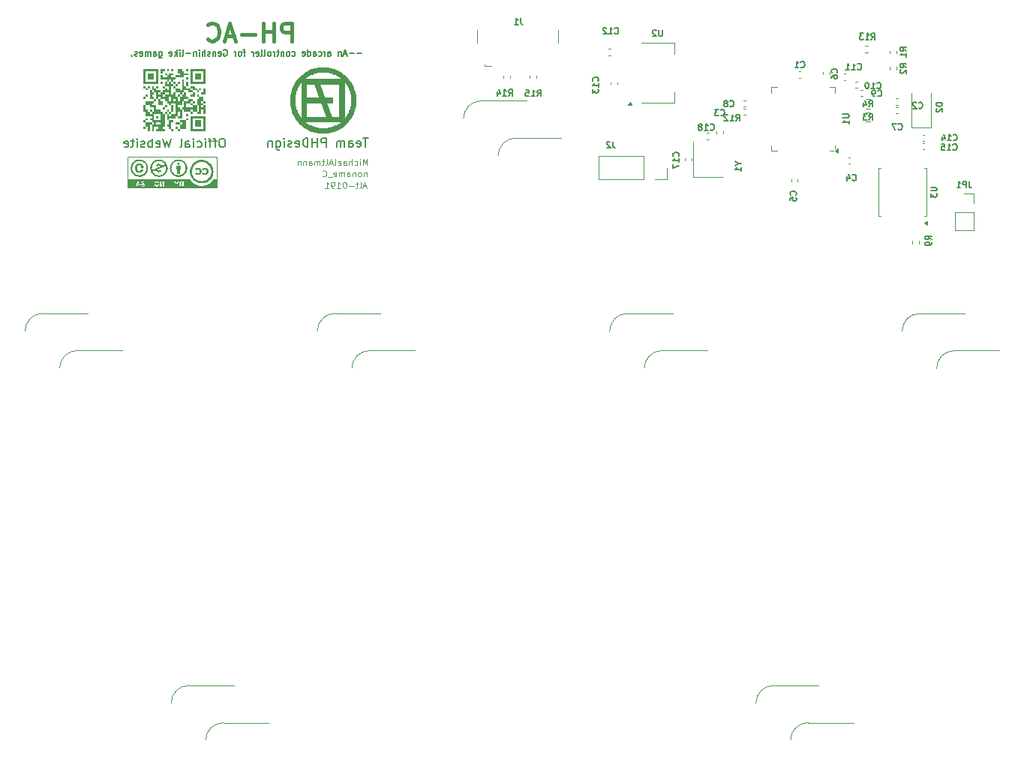
<source format=gbr>
%TF.GenerationSoftware,KiCad,Pcbnew,8.0.3*%
%TF.CreationDate,2024-09-11T20:53:50+08:00*%
%TF.ProjectId,PH-AC,50482d41-432e-46b6-9963-61645f706362,Rev2.2*%
%TF.SameCoordinates,PX405f7e0PY328b740*%
%TF.FileFunction,Legend,Bot*%
%TF.FilePolarity,Positive*%
%FSLAX46Y46*%
G04 Gerber Fmt 4.6, Leading zero omitted, Abs format (unit mm)*
G04 Created by KiCad (PCBNEW 8.0.3) date 2024-09-11 20:53:50*
%MOMM*%
%LPD*%
G01*
G04 APERTURE LIST*
%ADD10C,0.000000*%
%ADD11C,0.009921*%
%ADD12C,0.175000*%
%ADD13C,0.150000*%
%ADD14C,0.400000*%
%ADD15C,0.120000*%
G04 APERTURE END LIST*
D10*
G36*
X43479534Y-19115000D02*
G01*
X43335601Y-19115000D01*
X43403333Y-18911800D01*
X43479534Y-19115000D01*
G37*
G36*
X48415600Y-18996467D02*
G01*
X48288600Y-18996467D01*
X48283937Y-18996370D01*
X48279472Y-18996087D01*
X48275206Y-18995630D01*
X48271138Y-18995012D01*
X48267268Y-18994245D01*
X48263597Y-18993342D01*
X48260124Y-18992314D01*
X48256850Y-18991175D01*
X48253774Y-18989937D01*
X48250897Y-18988612D01*
X48248218Y-18987213D01*
X48245738Y-18985751D01*
X48243456Y-18984240D01*
X48241372Y-18982692D01*
X48239487Y-18981119D01*
X48237800Y-18979534D01*
X48236238Y-18978715D01*
X48234724Y-18977847D01*
X48233261Y-18976929D01*
X48231847Y-18975962D01*
X48230483Y-18974945D01*
X48229168Y-18973878D01*
X48227903Y-18972762D01*
X48226688Y-18971596D01*
X48225522Y-18970381D01*
X48224406Y-18969116D01*
X48223339Y-18967801D01*
X48222322Y-18966437D01*
X48221355Y-18965023D01*
X48220437Y-18963559D01*
X48219569Y-18962046D01*
X48218750Y-18960484D01*
X48217981Y-18958871D01*
X48217262Y-18957209D01*
X48216592Y-18955498D01*
X48215972Y-18953737D01*
X48215402Y-18951926D01*
X48214881Y-18950066D01*
X48214410Y-18948156D01*
X48213988Y-18946196D01*
X48213616Y-18944187D01*
X48213293Y-18942128D01*
X48213021Y-18940020D01*
X48212797Y-18937862D01*
X48212624Y-18935654D01*
X48212500Y-18933397D01*
X48212400Y-18928734D01*
X48212417Y-18922764D01*
X48212533Y-18917489D01*
X48212659Y-18915081D01*
X48212847Y-18912809D01*
X48213109Y-18910661D01*
X48213459Y-18908625D01*
X48213907Y-18906689D01*
X48214467Y-18904839D01*
X48215152Y-18903063D01*
X48215972Y-18901349D01*
X48216942Y-18899685D01*
X48218072Y-18898059D01*
X48219377Y-18896457D01*
X48220867Y-18894867D01*
X48237800Y-18877933D01*
X48238594Y-18877164D01*
X48239387Y-18876443D01*
X48240181Y-18875768D01*
X48240975Y-18875139D01*
X48241769Y-18874553D01*
X48242562Y-18874008D01*
X48244150Y-18873039D01*
X48245737Y-18872218D01*
X48247325Y-18871534D01*
X48248912Y-18870974D01*
X48250500Y-18870525D01*
X48252087Y-18870176D01*
X48253675Y-18869913D01*
X48255262Y-18869725D01*
X48256850Y-18869599D01*
X48258437Y-18869523D01*
X48260025Y-18869483D01*
X48263200Y-18869467D01*
X48415600Y-18869467D01*
X48415600Y-18996467D01*
G37*
G36*
X48415600Y-19233534D02*
G01*
X48246266Y-19233534D01*
X48220867Y-19225067D01*
X48217708Y-19221892D01*
X48214649Y-19218717D01*
X48213188Y-19217130D01*
X48211788Y-19215542D01*
X48210463Y-19213955D01*
X48209225Y-19212367D01*
X48208086Y-19210780D01*
X48207059Y-19209192D01*
X48206155Y-19207605D01*
X48205388Y-19206017D01*
X48205060Y-19205223D01*
X48204770Y-19204430D01*
X48204521Y-19203636D01*
X48204313Y-19202842D01*
X48204149Y-19202048D01*
X48204030Y-19201255D01*
X48203958Y-19200461D01*
X48203933Y-19199667D01*
X48203164Y-19198849D01*
X48202443Y-19197985D01*
X48201768Y-19197077D01*
X48201138Y-19196128D01*
X48200552Y-19195143D01*
X48200008Y-19194123D01*
X48199038Y-19191994D01*
X48198218Y-19189766D01*
X48197534Y-19187463D01*
X48196973Y-19185111D01*
X48196525Y-19182734D01*
X48196176Y-19180357D01*
X48195913Y-19178004D01*
X48195725Y-19175702D01*
X48195599Y-19173473D01*
X48195483Y-19169339D01*
X48195467Y-19165800D01*
X48195566Y-19161042D01*
X48195863Y-19156308D01*
X48196359Y-19151624D01*
X48197054Y-19147015D01*
X48197947Y-19142505D01*
X48199038Y-19138118D01*
X48200328Y-19133881D01*
X48201816Y-19129817D01*
X48203503Y-19125952D01*
X48205388Y-19122309D01*
X48207472Y-19118915D01*
X48209754Y-19115794D01*
X48212234Y-19112970D01*
X48214913Y-19110469D01*
X48216327Y-19109347D01*
X48217791Y-19108315D01*
X48219304Y-19107376D01*
X48220867Y-19106534D01*
X48221709Y-19104971D01*
X48222648Y-19103458D01*
X48223680Y-19101994D01*
X48224802Y-19100580D01*
X48226011Y-19099216D01*
X48227303Y-19097902D01*
X48228676Y-19096637D01*
X48230127Y-19095421D01*
X48231652Y-19094255D01*
X48233248Y-19093139D01*
X48234913Y-19092072D01*
X48236642Y-19091056D01*
X48238434Y-19090088D01*
X48240284Y-19089170D01*
X48244150Y-19087484D01*
X48248214Y-19085995D01*
X48252451Y-19084706D01*
X48256837Y-19083614D01*
X48261348Y-19082721D01*
X48265957Y-19082027D01*
X48270641Y-19081531D01*
X48275375Y-19081233D01*
X48280133Y-19081134D01*
X48415600Y-19081134D01*
X48415600Y-19233534D01*
G37*
G36*
X46674689Y-16842277D02*
G01*
X46693692Y-16885092D01*
X46710412Y-16928800D01*
X46724863Y-16973413D01*
X46737057Y-17018944D01*
X46747005Y-17065406D01*
X46754722Y-17112809D01*
X46760218Y-17161168D01*
X46763507Y-17210494D01*
X46764600Y-17260800D01*
X46764416Y-17269267D01*
X46763507Y-17311106D01*
X46760218Y-17360432D01*
X46754722Y-17408791D01*
X46747005Y-17456195D01*
X46737057Y-17502656D01*
X46724863Y-17548187D01*
X46710412Y-17592801D01*
X46693692Y-17636509D01*
X46674689Y-17679324D01*
X46653393Y-17721258D01*
X46629789Y-17762324D01*
X46603866Y-17802535D01*
X46575611Y-17841902D01*
X46545013Y-17880438D01*
X46512057Y-17918155D01*
X46476733Y-17955067D01*
X46439822Y-17990391D01*
X46402104Y-18023346D01*
X46363568Y-18053945D01*
X46324201Y-18082199D01*
X46283991Y-18108122D01*
X46242925Y-18131726D01*
X46200990Y-18153023D01*
X46158175Y-18172025D01*
X46114467Y-18188746D01*
X46069854Y-18203196D01*
X46024323Y-18215390D01*
X45977862Y-18225339D01*
X45930458Y-18233055D01*
X45882099Y-18238551D01*
X45832773Y-18241840D01*
X45782467Y-18242934D01*
X45732066Y-18241840D01*
X45682471Y-18238551D01*
X45633694Y-18233055D01*
X45585749Y-18225339D01*
X45538647Y-18215390D01*
X45492401Y-18203196D01*
X45447023Y-18188746D01*
X45402525Y-18172025D01*
X45358921Y-18153023D01*
X45316221Y-18131726D01*
X45274440Y-18108122D01*
X45233589Y-18082199D01*
X45193680Y-18053945D01*
X45154727Y-18023346D01*
X45116740Y-17990391D01*
X45079734Y-17955067D01*
X45045900Y-17921041D01*
X45014249Y-17885663D01*
X44984781Y-17848971D01*
X44957496Y-17811001D01*
X44932394Y-17771791D01*
X44909474Y-17731378D01*
X44888737Y-17689799D01*
X44878919Y-17667200D01*
X45062800Y-17667200D01*
X45069344Y-17678311D01*
X45076260Y-17689409D01*
X45083524Y-17700482D01*
X45091110Y-17711518D01*
X45098994Y-17722504D01*
X45107151Y-17733429D01*
X45115555Y-17744279D01*
X45124183Y-17755042D01*
X45142009Y-17776258D01*
X45160431Y-17796978D01*
X45179250Y-17817103D01*
X45198267Y-17836534D01*
X45230219Y-17865706D01*
X45262593Y-17892906D01*
X45295414Y-17918147D01*
X45328706Y-17941441D01*
X45362494Y-17962800D01*
X45396803Y-17982236D01*
X45431658Y-17999763D01*
X45467083Y-18015392D01*
X45503104Y-18029136D01*
X45539744Y-18041007D01*
X45577030Y-18051018D01*
X45614985Y-18059180D01*
X45653635Y-18065508D01*
X45693004Y-18070012D01*
X45733118Y-18072705D01*
X45774000Y-18073600D01*
X45814880Y-18072705D01*
X45854979Y-18070012D01*
X45894309Y-18065508D01*
X45932882Y-18059180D01*
X45970711Y-18051018D01*
X46007809Y-18041007D01*
X46044187Y-18029136D01*
X46079858Y-18015392D01*
X46114835Y-17999763D01*
X46149129Y-17982236D01*
X46182754Y-17962800D01*
X46215722Y-17941441D01*
X46248044Y-17918147D01*
X46279734Y-17892906D01*
X46310804Y-17865706D01*
X46341266Y-17836534D01*
X46370439Y-17806071D01*
X46397639Y-17775001D01*
X46422880Y-17743311D01*
X46446174Y-17710989D01*
X46467533Y-17678021D01*
X46486969Y-17644396D01*
X46504496Y-17610102D01*
X46520125Y-17575125D01*
X46533869Y-17539454D01*
X46545740Y-17503076D01*
X46555750Y-17465978D01*
X46563913Y-17428149D01*
X46570241Y-17389576D01*
X46574745Y-17350246D01*
X46577438Y-17310147D01*
X46578333Y-17269267D01*
X46578137Y-17251902D01*
X46577556Y-17234722D01*
X46576603Y-17217717D01*
X46575290Y-17200872D01*
X46573631Y-17184177D01*
X46571636Y-17167617D01*
X46566692Y-17134859D01*
X46560556Y-17102497D01*
X46553330Y-17070433D01*
X46545111Y-17038567D01*
X46536000Y-17006800D01*
X46036467Y-17226934D01*
X46020195Y-17233664D01*
X46003130Y-17241089D01*
X45966617Y-17257625D01*
X45926929Y-17275749D01*
X45905895Y-17285158D01*
X45884067Y-17294667D01*
X45765533Y-17345467D01*
X45663934Y-17379334D01*
X45660858Y-17382511D01*
X45657980Y-17385700D01*
X45655301Y-17388914D01*
X45652821Y-17392166D01*
X45650539Y-17395467D01*
X45648455Y-17398830D01*
X45646570Y-17402268D01*
X45644883Y-17405792D01*
X45643395Y-17409415D01*
X45642105Y-17413151D01*
X45641014Y-17417010D01*
X45640121Y-17421005D01*
X45639426Y-17425150D01*
X45638930Y-17429456D01*
X45638632Y-17433935D01*
X45638533Y-17438600D01*
X45638705Y-17445596D01*
X45639213Y-17452299D01*
X45640047Y-17458713D01*
X45641196Y-17464844D01*
X45642648Y-17470695D01*
X45644393Y-17476272D01*
X45646421Y-17481580D01*
X45648720Y-17486622D01*
X45651279Y-17491404D01*
X45654088Y-17495930D01*
X45657136Y-17500205D01*
X45660411Y-17504234D01*
X45663904Y-17508020D01*
X45667602Y-17511570D01*
X45671496Y-17514886D01*
X45675575Y-17517975D01*
X45679827Y-17520841D01*
X45684242Y-17523488D01*
X45688809Y-17525921D01*
X45693517Y-17528145D01*
X45703313Y-17531984D01*
X45713543Y-17535041D01*
X45724120Y-17537354D01*
X45734957Y-17538960D01*
X45745969Y-17539897D01*
X45757067Y-17540200D01*
X45774143Y-17539901D01*
X45790487Y-17538993D01*
X45806161Y-17537466D01*
X45821228Y-17535306D01*
X45835749Y-17532501D01*
X45849787Y-17529038D01*
X45863402Y-17524906D01*
X45876658Y-17520092D01*
X45889617Y-17514583D01*
X45902339Y-17508368D01*
X45914889Y-17501433D01*
X45927326Y-17493766D01*
X45939714Y-17485355D01*
X45952114Y-17476188D01*
X45964589Y-17466251D01*
X45977200Y-17455534D01*
X46112667Y-17591000D01*
X46097990Y-17604889D01*
X46082570Y-17617971D01*
X46066455Y-17630235D01*
X46049696Y-17641668D01*
X46032341Y-17652258D01*
X46014440Y-17661991D01*
X45996043Y-17670857D01*
X45977200Y-17678842D01*
X45957960Y-17685934D01*
X45938372Y-17692121D01*
X45918487Y-17697390D01*
X45898354Y-17701728D01*
X45878022Y-17705125D01*
X45857542Y-17707566D01*
X45836962Y-17709040D01*
X45816333Y-17709534D01*
X45816333Y-17861934D01*
X45706266Y-17861934D01*
X45706266Y-17726467D01*
X45693643Y-17725451D01*
X45681178Y-17723995D01*
X45668885Y-17722104D01*
X45656773Y-17719786D01*
X45644853Y-17717046D01*
X45633136Y-17713891D01*
X45621633Y-17710326D01*
X45610355Y-17706359D01*
X45599312Y-17701994D01*
X45588516Y-17697239D01*
X45577978Y-17692099D01*
X45567707Y-17686581D01*
X45557716Y-17680691D01*
X45548015Y-17674435D01*
X45538614Y-17667819D01*
X45529525Y-17660850D01*
X45520758Y-17653534D01*
X45512325Y-17645877D01*
X45504236Y-17637884D01*
X45496502Y-17629563D01*
X45489133Y-17620920D01*
X45482142Y-17611960D01*
X45475538Y-17602691D01*
X45469332Y-17593117D01*
X45463536Y-17583246D01*
X45458160Y-17573083D01*
X45453215Y-17562635D01*
X45448711Y-17551908D01*
X45444661Y-17540908D01*
X45441073Y-17529642D01*
X45437961Y-17518115D01*
X45435333Y-17506334D01*
X45062800Y-17667200D01*
X44878919Y-17667200D01*
X44870183Y-17647092D01*
X44853812Y-17603293D01*
X44839624Y-17558440D01*
X44827618Y-17512570D01*
X44817796Y-17465720D01*
X44810156Y-17417928D01*
X44804699Y-17369230D01*
X44801425Y-17319664D01*
X44800333Y-17269267D01*
X44800532Y-17260800D01*
X44978133Y-17260800D01*
X44978530Y-17288995D01*
X44979720Y-17316495D01*
X44981705Y-17343400D01*
X44984483Y-17369809D01*
X44988055Y-17395820D01*
X44992421Y-17421535D01*
X44997580Y-17447050D01*
X45003533Y-17472467D01*
X45503067Y-17252334D01*
X45522481Y-17245603D01*
X45542490Y-17238178D01*
X45562896Y-17230158D01*
X45583500Y-17221642D01*
X45604105Y-17212729D01*
X45624511Y-17203518D01*
X45644520Y-17194109D01*
X45663934Y-17184600D01*
X45748600Y-17150734D01*
X45875601Y-17091467D01*
X45876370Y-17090673D01*
X45877091Y-17089879D01*
X45877765Y-17089086D01*
X45878395Y-17088292D01*
X45878981Y-17087498D01*
X45879526Y-17086704D01*
X45880495Y-17085117D01*
X45881316Y-17083529D01*
X45882000Y-17081942D01*
X45882560Y-17080354D01*
X45883008Y-17078767D01*
X45883358Y-17077179D01*
X45883620Y-17075592D01*
X45883808Y-17074004D01*
X45883934Y-17072417D01*
X45884011Y-17070829D01*
X45884050Y-17069242D01*
X45884067Y-17066067D01*
X45883871Y-17060634D01*
X45883294Y-17055444D01*
X45882351Y-17050493D01*
X45881057Y-17045777D01*
X45879429Y-17041289D01*
X45877481Y-17037027D01*
X45875229Y-17032984D01*
X45872690Y-17029158D01*
X45869877Y-17025541D01*
X45866807Y-17022132D01*
X45863495Y-17018923D01*
X45859956Y-17015912D01*
X45856207Y-17013093D01*
X45852263Y-17010461D01*
X45843850Y-17005742D01*
X45834842Y-17001717D01*
X45825362Y-16998350D01*
X45815535Y-16995603D01*
X45805485Y-16993439D01*
X45795336Y-16991820D01*
X45785212Y-16990710D01*
X45775236Y-16990072D01*
X45765533Y-16989867D01*
X45754423Y-16990160D01*
X45743325Y-16991024D01*
X45732252Y-16992434D01*
X45721216Y-16994365D01*
X45710229Y-16996792D01*
X45699305Y-16999690D01*
X45688455Y-17003034D01*
X45677692Y-17006800D01*
X45667028Y-17010963D01*
X45656475Y-17015498D01*
X45646047Y-17020381D01*
X45635755Y-17025586D01*
X45625612Y-17031088D01*
X45615630Y-17036864D01*
X45605822Y-17042887D01*
X45596200Y-17049134D01*
X45469199Y-16913667D01*
X45485072Y-16901459D01*
X45500933Y-16890218D01*
X45516768Y-16879920D01*
X45532567Y-16870540D01*
X45548316Y-16862053D01*
X45564003Y-16854433D01*
X45579615Y-16847658D01*
X45595141Y-16841700D01*
X45610567Y-16836537D01*
X45625882Y-16832142D01*
X45641073Y-16828492D01*
X45656127Y-16825561D01*
X45671033Y-16823324D01*
X45685777Y-16821757D01*
X45700348Y-16820835D01*
X45714733Y-16820534D01*
X45714733Y-16668134D01*
X45824800Y-16668134D01*
X45824800Y-16829000D01*
X45835861Y-16829967D01*
X45846814Y-16831276D01*
X45857649Y-16832923D01*
X45868357Y-16834904D01*
X45878928Y-16837213D01*
X45889354Y-16839846D01*
X45899625Y-16842799D01*
X45909731Y-16846066D01*
X45919664Y-16849643D01*
X45929413Y-16853526D01*
X45938971Y-16857709D01*
X45948327Y-16862189D01*
X45957472Y-16866960D01*
X45966397Y-16872018D01*
X45975093Y-16877358D01*
X45983550Y-16882975D01*
X45991758Y-16888866D01*
X45999710Y-16895024D01*
X46007395Y-16901446D01*
X46014804Y-16908127D01*
X46021927Y-16915063D01*
X46028756Y-16922247D01*
X46035281Y-16929677D01*
X46041493Y-16937347D01*
X46047383Y-16945253D01*
X46052941Y-16953390D01*
X46058158Y-16961753D01*
X46063024Y-16970337D01*
X46067531Y-16979139D01*
X46071669Y-16988153D01*
X46075428Y-16997375D01*
X46078800Y-17006800D01*
X46451333Y-16837467D01*
X46438616Y-16818797D01*
X46425801Y-16800822D01*
X46412787Y-16783442D01*
X46399475Y-16766559D01*
X46385766Y-16750072D01*
X46371561Y-16733883D01*
X46356761Y-16717892D01*
X46341266Y-16702000D01*
X46312199Y-16672828D01*
X46282165Y-16645628D01*
X46251188Y-16620387D01*
X46219294Y-16597093D01*
X46186506Y-16575734D01*
X46152850Y-16556298D01*
X46118351Y-16538771D01*
X46083033Y-16523142D01*
X46046922Y-16509398D01*
X46010041Y-16497527D01*
X45972417Y-16487516D01*
X45934073Y-16479353D01*
X45895035Y-16473026D01*
X45855326Y-16468522D01*
X45814973Y-16465829D01*
X45774000Y-16464934D01*
X45733122Y-16465827D01*
X45693038Y-16468506D01*
X45653747Y-16472970D01*
X45615250Y-16479221D01*
X45577547Y-16487258D01*
X45540637Y-16497081D01*
X45504522Y-16508689D01*
X45469200Y-16522084D01*
X45434672Y-16537264D01*
X45400937Y-16554231D01*
X45367997Y-16572983D01*
X45335850Y-16593521D01*
X45304497Y-16615845D01*
X45273938Y-16639955D01*
X45244172Y-16665852D01*
X45215200Y-16693534D01*
X45186028Y-16722601D01*
X45158827Y-16752635D01*
X45133586Y-16783612D01*
X45110293Y-16815507D01*
X45088934Y-16848294D01*
X45069497Y-16881950D01*
X45051971Y-16916449D01*
X45036341Y-16951767D01*
X45022598Y-16987878D01*
X45010726Y-17024759D01*
X45000716Y-17062383D01*
X44992553Y-17100727D01*
X44986225Y-17139766D01*
X44981721Y-17179474D01*
X44979028Y-17219827D01*
X44978133Y-17260800D01*
X44800532Y-17260800D01*
X44801520Y-17218868D01*
X44805063Y-17169288D01*
X44810937Y-17120550D01*
X44819119Y-17072682D01*
X44829582Y-17025706D01*
X44842303Y-16979647D01*
X44857256Y-16934532D01*
X44874417Y-16890384D01*
X44893760Y-16847228D01*
X44915262Y-16805089D01*
X44938896Y-16763991D01*
X44964640Y-16723961D01*
X44992466Y-16685022D01*
X45022352Y-16647199D01*
X45054271Y-16610517D01*
X45088200Y-16575000D01*
X45123623Y-16539676D01*
X45160051Y-16506721D01*
X45197496Y-16476123D01*
X45235970Y-16447868D01*
X45275486Y-16421945D01*
X45316056Y-16398341D01*
X45357692Y-16377044D01*
X45400408Y-16358042D01*
X45444215Y-16341322D01*
X45489126Y-16326871D01*
X45535153Y-16314677D01*
X45582309Y-16304728D01*
X45630606Y-16297012D01*
X45680056Y-16291516D01*
X45730672Y-16288227D01*
X45782466Y-16287134D01*
X45832772Y-16288225D01*
X45882099Y-16291499D01*
X45930458Y-16296956D01*
X45977861Y-16304596D01*
X46024323Y-16314419D01*
X46069854Y-16326424D01*
X46114467Y-16340613D01*
X46158175Y-16356984D01*
X46200990Y-16375538D01*
X46242924Y-16396274D01*
X46283991Y-16419194D01*
X46324201Y-16444296D01*
X46363568Y-16471581D01*
X46402104Y-16501049D01*
X46439822Y-16532700D01*
X46476733Y-16566534D01*
X46512057Y-16603445D01*
X46545013Y-16641163D01*
X46575611Y-16679699D01*
X46603866Y-16719066D01*
X46629789Y-16759276D01*
X46653393Y-16800343D01*
X46672247Y-16837467D01*
X46674689Y-16842277D01*
G37*
G36*
X43593153Y-16744730D02*
G01*
X43613328Y-16745915D01*
X43633177Y-16747885D01*
X43652686Y-16750634D01*
X43671843Y-16754159D01*
X43690631Y-16758454D01*
X43709039Y-16763515D01*
X43727051Y-16769337D01*
X43744654Y-16775915D01*
X43761833Y-16783246D01*
X43778576Y-16791324D01*
X43794867Y-16800144D01*
X43810693Y-16809703D01*
X43826040Y-16819994D01*
X43840894Y-16831014D01*
X43855241Y-16842759D01*
X43869068Y-16855222D01*
X43882359Y-16868400D01*
X43895102Y-16882289D01*
X43907282Y-16896882D01*
X43918885Y-16912177D01*
X43929897Y-16928167D01*
X43940305Y-16944849D01*
X43950095Y-16962218D01*
X43959251Y-16980269D01*
X43967762Y-16998997D01*
X43975612Y-17018398D01*
X43982787Y-17038468D01*
X43989274Y-17059200D01*
X43995059Y-17080592D01*
X44000128Y-17102638D01*
X44004466Y-17125334D01*
X44089133Y-17125334D01*
X43894399Y-17320067D01*
X43699666Y-17125334D01*
X43767400Y-17125334D01*
X43765591Y-17112905D01*
X43763346Y-17101013D01*
X43760677Y-17089647D01*
X43757594Y-17078800D01*
X43754107Y-17068461D01*
X43750229Y-17058621D01*
X43745969Y-17049272D01*
X43741338Y-17040402D01*
X43736348Y-17032004D01*
X43731009Y-17024068D01*
X43725332Y-17016585D01*
X43719328Y-17009545D01*
X43713008Y-17002939D01*
X43706382Y-16996758D01*
X43699462Y-16990993D01*
X43692258Y-16985634D01*
X43684781Y-16980671D01*
X43677042Y-16976096D01*
X43669053Y-16971900D01*
X43660822Y-16968072D01*
X43643684Y-16961486D01*
X43625715Y-16956265D01*
X43607002Y-16952333D01*
X43587632Y-16949617D01*
X43567691Y-16948042D01*
X43547266Y-16947534D01*
X43533202Y-16947856D01*
X43519584Y-16948821D01*
X43506413Y-16950429D01*
X43493688Y-16952676D01*
X43481410Y-16955563D01*
X43469578Y-16959086D01*
X43458193Y-16963246D01*
X43447254Y-16968039D01*
X43436762Y-16973465D01*
X43426716Y-16979521D01*
X43417116Y-16986207D01*
X43407964Y-16993521D01*
X43399257Y-17001462D01*
X43390997Y-17010027D01*
X43383184Y-17019215D01*
X43375817Y-17029025D01*
X43368896Y-17039455D01*
X43362422Y-17050504D01*
X43356395Y-17062170D01*
X43350814Y-17074451D01*
X43340991Y-17100853D01*
X43332954Y-17129699D01*
X43326704Y-17160976D01*
X43322239Y-17194671D01*
X43319560Y-17230772D01*
X43318667Y-17269267D01*
X43318938Y-17288092D01*
X43319746Y-17306462D01*
X43321081Y-17324366D01*
X43322933Y-17341796D01*
X43325294Y-17358742D01*
X43328155Y-17375195D01*
X43331505Y-17391146D01*
X43335336Y-17406586D01*
X43339638Y-17421504D01*
X43344402Y-17435892D01*
X43349618Y-17449741D01*
X43355278Y-17463041D01*
X43361373Y-17475783D01*
X43367892Y-17487957D01*
X43374826Y-17499555D01*
X43382167Y-17510567D01*
X43389904Y-17520983D01*
X43398029Y-17530795D01*
X43406533Y-17539993D01*
X43415405Y-17548568D01*
X43424637Y-17556510D01*
X43434219Y-17563810D01*
X43444143Y-17570459D01*
X43454398Y-17576448D01*
X43464975Y-17581767D01*
X43475866Y-17586407D01*
X43487061Y-17590359D01*
X43498550Y-17593613D01*
X43510324Y-17596160D01*
X43522375Y-17597991D01*
X43534692Y-17599096D01*
X43547266Y-17599467D01*
X43569084Y-17598958D01*
X43590046Y-17597383D01*
X43610090Y-17594667D01*
X43619749Y-17592858D01*
X43629155Y-17590736D01*
X43638300Y-17588291D01*
X43647178Y-17585514D01*
X43655779Y-17582397D01*
X43664097Y-17578929D01*
X43672123Y-17575101D01*
X43679850Y-17570904D01*
X43687270Y-17566329D01*
X43694375Y-17561367D01*
X43701158Y-17556008D01*
X43707610Y-17550242D01*
X43713725Y-17544061D01*
X43719494Y-17537455D01*
X43724909Y-17530415D01*
X43729963Y-17522932D01*
X43734648Y-17514996D01*
X43738957Y-17506598D01*
X43742881Y-17497729D01*
X43746413Y-17488379D01*
X43749545Y-17478539D01*
X43752269Y-17468200D01*
X43754577Y-17457353D01*
X43756463Y-17445988D01*
X43757917Y-17434096D01*
X43758933Y-17421667D01*
X44004466Y-17421667D01*
X44000849Y-17445107D01*
X43996362Y-17467804D01*
X43991028Y-17489756D01*
X43984871Y-17510964D01*
X43977914Y-17531428D01*
X43970180Y-17551147D01*
X43961693Y-17570123D01*
X43952476Y-17588354D01*
X43942552Y-17605842D01*
X43931944Y-17622585D01*
X43920676Y-17638584D01*
X43908770Y-17653839D01*
X43896251Y-17668349D01*
X43883141Y-17682116D01*
X43869463Y-17695139D01*
X43855242Y-17707417D01*
X43840499Y-17718951D01*
X43825259Y-17729741D01*
X43809544Y-17739787D01*
X43793379Y-17749089D01*
X43776785Y-17757646D01*
X43759787Y-17765460D01*
X43742407Y-17772529D01*
X43724670Y-17778854D01*
X43706597Y-17784435D01*
X43688213Y-17789272D01*
X43650603Y-17796714D01*
X43612025Y-17801179D01*
X43572667Y-17802667D01*
X43544392Y-17802002D01*
X43516732Y-17800027D01*
X43489704Y-17796772D01*
X43463328Y-17792265D01*
X43437621Y-17786537D01*
X43412602Y-17779617D01*
X43388290Y-17771534D01*
X43364704Y-17762318D01*
X43341862Y-17751998D01*
X43319783Y-17740603D01*
X43298485Y-17728164D01*
X43277987Y-17714709D01*
X43258308Y-17700269D01*
X43239465Y-17684871D01*
X43221479Y-17668547D01*
X43204367Y-17651325D01*
X43188148Y-17633235D01*
X43172840Y-17614306D01*
X43158463Y-17594568D01*
X43145034Y-17574050D01*
X43132573Y-17552782D01*
X43121097Y-17530793D01*
X43110627Y-17508113D01*
X43101179Y-17484770D01*
X43092773Y-17460795D01*
X43085428Y-17436217D01*
X43079162Y-17411065D01*
X43073993Y-17385369D01*
X43069941Y-17359159D01*
X43067023Y-17332463D01*
X43065259Y-17305312D01*
X43064667Y-17277734D01*
X43065235Y-17249387D01*
X43066930Y-17221514D01*
X43069738Y-17194143D01*
X43073646Y-17167303D01*
X43078639Y-17141021D01*
X43084703Y-17115325D01*
X43091824Y-17090243D01*
X43099989Y-17065802D01*
X43109183Y-17042032D01*
X43119392Y-17018959D01*
X43130603Y-16996611D01*
X43142802Y-16975017D01*
X43155974Y-16954205D01*
X43170105Y-16934201D01*
X43185183Y-16915035D01*
X43201192Y-16896734D01*
X43218119Y-16879325D01*
X43235949Y-16862838D01*
X43254670Y-16847299D01*
X43274266Y-16832738D01*
X43294725Y-16819180D01*
X43316031Y-16806655D01*
X43338172Y-16795191D01*
X43361132Y-16784815D01*
X43384899Y-16775555D01*
X43409458Y-16767439D01*
X43434795Y-16760495D01*
X43460897Y-16754752D01*
X43487749Y-16750236D01*
X43515337Y-16746975D01*
X43543647Y-16744999D01*
X43572667Y-16744334D01*
X43593153Y-16744730D01*
G37*
G36*
X44554800Y-17269267D02*
G01*
X44553706Y-17318178D01*
X44550418Y-17366468D01*
X44544921Y-17414114D01*
X44537205Y-17461090D01*
X44527256Y-17507371D01*
X44515063Y-17552933D01*
X44500612Y-17597751D01*
X44483892Y-17641800D01*
X44464889Y-17685055D01*
X44443592Y-17727492D01*
X44419988Y-17769086D01*
X44394065Y-17809811D01*
X44365811Y-17849643D01*
X44335212Y-17888557D01*
X44302257Y-17926529D01*
X44266933Y-17963534D01*
X44230021Y-17998858D01*
X44192304Y-18031813D01*
X44153768Y-18062411D01*
X44114401Y-18090666D01*
X44074190Y-18116589D01*
X44033124Y-18140193D01*
X43991190Y-18161489D01*
X43948375Y-18180492D01*
X43904667Y-18197212D01*
X43860054Y-18211663D01*
X43814522Y-18223857D01*
X43768061Y-18233805D01*
X43720657Y-18241522D01*
X43672299Y-18247018D01*
X43622972Y-18250307D01*
X43572667Y-18251400D01*
X43522266Y-18250214D01*
X43472671Y-18246671D01*
X43423894Y-18240796D01*
X43375949Y-18232615D01*
X43328847Y-18222151D01*
X43282601Y-18209431D01*
X43237223Y-18194478D01*
X43192725Y-18177317D01*
X43149120Y-18157973D01*
X43106421Y-18136472D01*
X43064640Y-18112837D01*
X43023789Y-18087094D01*
X42983880Y-18059267D01*
X42944926Y-18029382D01*
X42906940Y-17997462D01*
X42869933Y-17963534D01*
X42836100Y-17928113D01*
X42804449Y-17891699D01*
X42774981Y-17854294D01*
X42747696Y-17815896D01*
X42722593Y-17776506D01*
X42699674Y-17736124D01*
X42678937Y-17694750D01*
X42660383Y-17652384D01*
X42644012Y-17609025D01*
X42629824Y-17564674D01*
X42617818Y-17519331D01*
X42607995Y-17472996D01*
X42600355Y-17425669D01*
X42594898Y-17377349D01*
X42591624Y-17328038D01*
X42590533Y-17277734D01*
X42590717Y-17269267D01*
X42768334Y-17269267D01*
X42769227Y-17311633D01*
X42771906Y-17353008D01*
X42776370Y-17393390D01*
X42782621Y-17432779D01*
X42790658Y-17471177D01*
X42800480Y-17508583D01*
X42812089Y-17544996D01*
X42825484Y-17580417D01*
X42840664Y-17614846D01*
X42857630Y-17648283D01*
X42876383Y-17680727D01*
X42896921Y-17712179D01*
X42919245Y-17742640D01*
X42943355Y-17772108D01*
X42969251Y-17800583D01*
X42996933Y-17828067D01*
X43027490Y-17857239D01*
X43058829Y-17884440D01*
X43090936Y-17909681D01*
X43123801Y-17932974D01*
X43157409Y-17954333D01*
X43191749Y-17973770D01*
X43226808Y-17991296D01*
X43262575Y-18006925D01*
X43299035Y-18020669D01*
X43336178Y-18032540D01*
X43373991Y-18042551D01*
X43412461Y-18050714D01*
X43451576Y-18057041D01*
X43491324Y-18061545D01*
X43531691Y-18064239D01*
X43572667Y-18065134D01*
X43613547Y-18064239D01*
X43653646Y-18061545D01*
X43692976Y-18057041D01*
X43731549Y-18050714D01*
X43769378Y-18042551D01*
X43806476Y-18032540D01*
X43842854Y-18020669D01*
X43878525Y-18006925D01*
X43913502Y-17991296D01*
X43947796Y-17973770D01*
X43981421Y-17954333D01*
X44014388Y-17932974D01*
X44046711Y-17909681D01*
X44078401Y-17884440D01*
X44109471Y-17857239D01*
X44139933Y-17828067D01*
X44169105Y-17797605D01*
X44196306Y-17766535D01*
X44221547Y-17734845D01*
X44244840Y-17702522D01*
X44266199Y-17669555D01*
X44285636Y-17635930D01*
X44303163Y-17601635D01*
X44318792Y-17566659D01*
X44332536Y-17530987D01*
X44344407Y-17494609D01*
X44354417Y-17457512D01*
X44362580Y-17419683D01*
X44368908Y-17381109D01*
X44373412Y-17341779D01*
X44376105Y-17301680D01*
X44377000Y-17260800D01*
X44376105Y-17219920D01*
X44373412Y-17179821D01*
X44368908Y-17140491D01*
X44362580Y-17101918D01*
X44354417Y-17064089D01*
X44344407Y-17026991D01*
X44332536Y-16990613D01*
X44318792Y-16954942D01*
X44303163Y-16919965D01*
X44285636Y-16885671D01*
X44266199Y-16852046D01*
X44244840Y-16819078D01*
X44221547Y-16786756D01*
X44196306Y-16755066D01*
X44169105Y-16723996D01*
X44139933Y-16693534D01*
X44109471Y-16665852D01*
X44078401Y-16639956D01*
X44046711Y-16615845D01*
X44014388Y-16593521D01*
X43981421Y-16572983D01*
X43947796Y-16554231D01*
X43913501Y-16537264D01*
X43878525Y-16522084D01*
X43842854Y-16508689D01*
X43806475Y-16497081D01*
X43769378Y-16487258D01*
X43731549Y-16479221D01*
X43692975Y-16472970D01*
X43653646Y-16468506D01*
X43613547Y-16465827D01*
X43572667Y-16464934D01*
X43531693Y-16465829D01*
X43491340Y-16468522D01*
X43451632Y-16473026D01*
X43412594Y-16479353D01*
X43374250Y-16487516D01*
X43336625Y-16497527D01*
X43299745Y-16509398D01*
X43263633Y-16523142D01*
X43228316Y-16538771D01*
X43193816Y-16556298D01*
X43160161Y-16575734D01*
X43127373Y-16597093D01*
X43095478Y-16620387D01*
X43064501Y-16645628D01*
X43034467Y-16672828D01*
X43005400Y-16702000D01*
X42976228Y-16731067D01*
X42949028Y-16761102D01*
X42923787Y-16792079D01*
X42900493Y-16823973D01*
X42879134Y-16856761D01*
X42859698Y-16890417D01*
X42842171Y-16924916D01*
X42826542Y-16960234D01*
X42812798Y-16996345D01*
X42800927Y-17033226D01*
X42790916Y-17070850D01*
X42782753Y-17109194D01*
X42776426Y-17148232D01*
X42771922Y-17187941D01*
X42769229Y-17228294D01*
X42768334Y-17269267D01*
X42590717Y-17269267D01*
X42591626Y-17227335D01*
X42594915Y-17177754D01*
X42600411Y-17129017D01*
X42608128Y-17081148D01*
X42618076Y-17034172D01*
X42630270Y-16988114D01*
X42644721Y-16942999D01*
X42661441Y-16898850D01*
X42680444Y-16855694D01*
X42701741Y-16813555D01*
X42725344Y-16772458D01*
X42751267Y-16732427D01*
X42779522Y-16693488D01*
X42810121Y-16655665D01*
X42843076Y-16618983D01*
X42878400Y-16583467D01*
X42913823Y-16546653D01*
X42950251Y-16512393D01*
X42987695Y-16480664D01*
X43026170Y-16451440D01*
X43065686Y-16424696D01*
X43106256Y-16400408D01*
X43147893Y-16378551D01*
X43190608Y-16359100D01*
X43234416Y-16342031D01*
X43279327Y-16327317D01*
X43325354Y-16314936D01*
X43372510Y-16304861D01*
X43420806Y-16297068D01*
X43470256Y-16291532D01*
X43520872Y-16288229D01*
X43572667Y-16287134D01*
X43622973Y-16288227D01*
X43672299Y-16291516D01*
X43720658Y-16297012D01*
X43768061Y-16304728D01*
X43814523Y-16314677D01*
X43860054Y-16326871D01*
X43904667Y-16341322D01*
X43948375Y-16358042D01*
X43991190Y-16377044D01*
X44033124Y-16398341D01*
X44074190Y-16421945D01*
X44114401Y-16447868D01*
X44153768Y-16476123D01*
X44192304Y-16506721D01*
X44230022Y-16539676D01*
X44266933Y-16575000D01*
X44302257Y-16612005D01*
X44335212Y-16649977D01*
X44365811Y-16688891D01*
X44394065Y-16728723D01*
X44419988Y-16769448D01*
X44443592Y-16811042D01*
X44464889Y-16853478D01*
X44483892Y-16896734D01*
X44500612Y-16940783D01*
X44515063Y-16985601D01*
X44527256Y-17031163D01*
X44537205Y-17077444D01*
X44544921Y-17124420D01*
X44550418Y-17172066D01*
X44553706Y-17220356D01*
X44554610Y-17260800D01*
X44554800Y-17269267D01*
G37*
G36*
X48974400Y-17269267D02*
G01*
X48973306Y-17318178D01*
X48970018Y-17366468D01*
X48964521Y-17414114D01*
X48956805Y-17461090D01*
X48946856Y-17507371D01*
X48934663Y-17552933D01*
X48920212Y-17597751D01*
X48903492Y-17641800D01*
X48884489Y-17685055D01*
X48863192Y-17727492D01*
X48839589Y-17769086D01*
X48813666Y-17809811D01*
X48785411Y-17849643D01*
X48754812Y-17888557D01*
X48721857Y-17926529D01*
X48686533Y-17963534D01*
X48649622Y-17998858D01*
X48611904Y-18031813D01*
X48573368Y-18062411D01*
X48534001Y-18090666D01*
X48493790Y-18116589D01*
X48452724Y-18140193D01*
X48410790Y-18161489D01*
X48367975Y-18180492D01*
X48324267Y-18197212D01*
X48279654Y-18211663D01*
X48234123Y-18223857D01*
X48187661Y-18233805D01*
X48140258Y-18241522D01*
X48091899Y-18247018D01*
X48042572Y-18250307D01*
X47992266Y-18251400D01*
X47941865Y-18250307D01*
X47892271Y-18247018D01*
X47843494Y-18241522D01*
X47795549Y-18233805D01*
X47748447Y-18223857D01*
X47702201Y-18211663D01*
X47656822Y-18197212D01*
X47612325Y-18180492D01*
X47568720Y-18161489D01*
X47526021Y-18140193D01*
X47484240Y-18116589D01*
X47443388Y-18090666D01*
X47403480Y-18062411D01*
X47364526Y-18031813D01*
X47326540Y-17998858D01*
X47289533Y-17963534D01*
X47255700Y-17928113D01*
X47224049Y-17891699D01*
X47194581Y-17854294D01*
X47167296Y-17815896D01*
X47142193Y-17776506D01*
X47119274Y-17736124D01*
X47098537Y-17694750D01*
X47079983Y-17652384D01*
X47063612Y-17609025D01*
X47049424Y-17564674D01*
X47037419Y-17519331D01*
X47027596Y-17472996D01*
X47019956Y-17425669D01*
X47014499Y-17377349D01*
X47011225Y-17328038D01*
X47010134Y-17277734D01*
X47010317Y-17269267D01*
X47179466Y-17269267D01*
X47180359Y-17311633D01*
X47183038Y-17353008D01*
X47187503Y-17393390D01*
X47193754Y-17432779D01*
X47201791Y-17471177D01*
X47211613Y-17508583D01*
X47223222Y-17544996D01*
X47236617Y-17580417D01*
X47251797Y-17614846D01*
X47268763Y-17648283D01*
X47287516Y-17680727D01*
X47308054Y-17712179D01*
X47330378Y-17742640D01*
X47354489Y-17772108D01*
X47380385Y-17800583D01*
X47408067Y-17828067D01*
X47438624Y-17857239D01*
X47469963Y-17884440D01*
X47502070Y-17909681D01*
X47534935Y-17932974D01*
X47568543Y-17954333D01*
X47602883Y-17973770D01*
X47637942Y-17991296D01*
X47673709Y-18006925D01*
X47710169Y-18020669D01*
X47747312Y-18032540D01*
X47785125Y-18042551D01*
X47823595Y-18050714D01*
X47862710Y-18057041D01*
X47902457Y-18061545D01*
X47942825Y-18064239D01*
X47983800Y-18065134D01*
X48024680Y-18064239D01*
X48064779Y-18061545D01*
X48104109Y-18057041D01*
X48142682Y-18050714D01*
X48180511Y-18042551D01*
X48217609Y-18032540D01*
X48253987Y-18020669D01*
X48289658Y-18006925D01*
X48324635Y-17991296D01*
X48358929Y-17973770D01*
X48392554Y-17954333D01*
X48425522Y-17932974D01*
X48457844Y-17909681D01*
X48489535Y-17884440D01*
X48520605Y-17857239D01*
X48551067Y-17828067D01*
X48580239Y-17797605D01*
X48607440Y-17766535D01*
X48632680Y-17734845D01*
X48655974Y-17702522D01*
X48677333Y-17669555D01*
X48696769Y-17635930D01*
X48714296Y-17601635D01*
X48729925Y-17566659D01*
X48743669Y-17530987D01*
X48755540Y-17494609D01*
X48765551Y-17457512D01*
X48773713Y-17419683D01*
X48780041Y-17381109D01*
X48784545Y-17341779D01*
X48787238Y-17301680D01*
X48788133Y-17260800D01*
X48787238Y-17219920D01*
X48784545Y-17179821D01*
X48780041Y-17140491D01*
X48773713Y-17101918D01*
X48765551Y-17064089D01*
X48755540Y-17026991D01*
X48743669Y-16990613D01*
X48729925Y-16954942D01*
X48714296Y-16919965D01*
X48696769Y-16885671D01*
X48677333Y-16852046D01*
X48655974Y-16819078D01*
X48632680Y-16786756D01*
X48607440Y-16755066D01*
X48580239Y-16723996D01*
X48551067Y-16693534D01*
X48522093Y-16665852D01*
X48492313Y-16639956D01*
X48461714Y-16615845D01*
X48430284Y-16593521D01*
X48398011Y-16572983D01*
X48364883Y-16554231D01*
X48330886Y-16537264D01*
X48296008Y-16522084D01*
X48260238Y-16508689D01*
X48223562Y-16497081D01*
X48185969Y-16487258D01*
X48147445Y-16479221D01*
X48107978Y-16472970D01*
X48067557Y-16468506D01*
X48026168Y-16465827D01*
X47983800Y-16464934D01*
X47942827Y-16465829D01*
X47902474Y-16468522D01*
X47862766Y-16473026D01*
X47823727Y-16479353D01*
X47785383Y-16487516D01*
X47747759Y-16497527D01*
X47710878Y-16509398D01*
X47674767Y-16523142D01*
X47639449Y-16538771D01*
X47604950Y-16556298D01*
X47571294Y-16575734D01*
X47538506Y-16597093D01*
X47506611Y-16620387D01*
X47475635Y-16645628D01*
X47445600Y-16672828D01*
X47416533Y-16702000D01*
X47387361Y-16731067D01*
X47360160Y-16761102D01*
X47334919Y-16792079D01*
X47311626Y-16823973D01*
X47290267Y-16856761D01*
X47270830Y-16890417D01*
X47253304Y-16924916D01*
X47237675Y-16960234D01*
X47223931Y-16996345D01*
X47212060Y-17033226D01*
X47202049Y-17070850D01*
X47193886Y-17109194D01*
X47187559Y-17148232D01*
X47183055Y-17187941D01*
X47180362Y-17228294D01*
X47179466Y-17269267D01*
X47010317Y-17269267D01*
X47011225Y-17227240D01*
X47014499Y-17177390D01*
X47019956Y-17128236D01*
X47027596Y-17079825D01*
X47037419Y-17032209D01*
X47049424Y-16985435D01*
X47063612Y-16939555D01*
X47079983Y-16894617D01*
X47098537Y-16850671D01*
X47119274Y-16807767D01*
X47142193Y-16765955D01*
X47167296Y-16725284D01*
X47194581Y-16685803D01*
X47224049Y-16647562D01*
X47255700Y-16610612D01*
X47289533Y-16575000D01*
X47325052Y-16541072D01*
X47361748Y-16509152D01*
X47399610Y-16479267D01*
X47438626Y-16451440D01*
X47478783Y-16425697D01*
X47520068Y-16402062D01*
X47562470Y-16380561D01*
X47605975Y-16361217D01*
X47650572Y-16344056D01*
X47696247Y-16329103D01*
X47742990Y-16316383D01*
X47790786Y-16305919D01*
X47839625Y-16297738D01*
X47889492Y-16291863D01*
X47940377Y-16288320D01*
X47992266Y-16287134D01*
X48042572Y-16288227D01*
X48091899Y-16291516D01*
X48140258Y-16297012D01*
X48187661Y-16304728D01*
X48234123Y-16314677D01*
X48279654Y-16326871D01*
X48324267Y-16341322D01*
X48367975Y-16358042D01*
X48410790Y-16377044D01*
X48452724Y-16398341D01*
X48493790Y-16421945D01*
X48534001Y-16447868D01*
X48573368Y-16476123D01*
X48611904Y-16506721D01*
X48649622Y-16539676D01*
X48686533Y-16575000D01*
X48721857Y-16612005D01*
X48754812Y-16649977D01*
X48785411Y-16688891D01*
X48813665Y-16728723D01*
X48839588Y-16769448D01*
X48863192Y-16811042D01*
X48884489Y-16853478D01*
X48903492Y-16896734D01*
X48920212Y-16940783D01*
X48934663Y-16985601D01*
X48946856Y-17031163D01*
X48956805Y-17077444D01*
X48964521Y-17124420D01*
X48970018Y-17172066D01*
X48973306Y-17220356D01*
X48974211Y-17260800D01*
X48974400Y-17269267D01*
G37*
G36*
X47990771Y-16634443D02*
G01*
X47997651Y-16634966D01*
X48004430Y-16635828D01*
X48011101Y-16637019D01*
X48017655Y-16638532D01*
X48024084Y-16640357D01*
X48030378Y-16642487D01*
X48036530Y-16644913D01*
X48042530Y-16647625D01*
X48048371Y-16650617D01*
X48054044Y-16653879D01*
X48059541Y-16657403D01*
X48064852Y-16661179D01*
X48069969Y-16665201D01*
X48074885Y-16669459D01*
X48079589Y-16673944D01*
X48084075Y-16678649D01*
X48088333Y-16683564D01*
X48092354Y-16688682D01*
X48096131Y-16693993D01*
X48099655Y-16699489D01*
X48102917Y-16705162D01*
X48105908Y-16711003D01*
X48108621Y-16717004D01*
X48111047Y-16723156D01*
X48113176Y-16729450D01*
X48115002Y-16735878D01*
X48116514Y-16742432D01*
X48117706Y-16749103D01*
X48118567Y-16755883D01*
X48119090Y-16762763D01*
X48119267Y-16769734D01*
X48119090Y-16776705D01*
X48118567Y-16783584D01*
X48117706Y-16790364D01*
X48116514Y-16797035D01*
X48115002Y-16803589D01*
X48113176Y-16810017D01*
X48111047Y-16816312D01*
X48108621Y-16822463D01*
X48105908Y-16828464D01*
X48102917Y-16834305D01*
X48099655Y-16839978D01*
X48096131Y-16845474D01*
X48092354Y-16850786D01*
X48088333Y-16855903D01*
X48084075Y-16860818D01*
X48079589Y-16865523D01*
X48074885Y-16870009D01*
X48069969Y-16874266D01*
X48064852Y-16878288D01*
X48059541Y-16882065D01*
X48054044Y-16885588D01*
X48048371Y-16888850D01*
X48042530Y-16891842D01*
X48036530Y-16894555D01*
X48030378Y-16896980D01*
X48024084Y-16899110D01*
X48017655Y-16900936D01*
X48011101Y-16902448D01*
X48004430Y-16903639D01*
X47997651Y-16904501D01*
X47990771Y-16905024D01*
X47983800Y-16905200D01*
X47976829Y-16905024D01*
X47969949Y-16904501D01*
X47963170Y-16903639D01*
X47956499Y-16902448D01*
X47949945Y-16900936D01*
X47943516Y-16899110D01*
X47937222Y-16896980D01*
X47931070Y-16894555D01*
X47925070Y-16891842D01*
X47919228Y-16888850D01*
X47913556Y-16885588D01*
X47908059Y-16882065D01*
X47902748Y-16878288D01*
X47897631Y-16874266D01*
X47892715Y-16870009D01*
X47888011Y-16865523D01*
X47883525Y-16860818D01*
X47879267Y-16855903D01*
X47875246Y-16850786D01*
X47871469Y-16845474D01*
X47867945Y-16839978D01*
X47864683Y-16834305D01*
X47861692Y-16828464D01*
X47858979Y-16822463D01*
X47856553Y-16816312D01*
X47854424Y-16810017D01*
X47852598Y-16803589D01*
X47851086Y-16797035D01*
X47849894Y-16790364D01*
X47849033Y-16783584D01*
X47848510Y-16776705D01*
X47848333Y-16769734D01*
X47848510Y-16762763D01*
X47849033Y-16755883D01*
X47849894Y-16749103D01*
X47851086Y-16742432D01*
X47852598Y-16735878D01*
X47854424Y-16729450D01*
X47856553Y-16723156D01*
X47858979Y-16717004D01*
X47861692Y-16711003D01*
X47864683Y-16705162D01*
X47867945Y-16699489D01*
X47871469Y-16693993D01*
X47875246Y-16688682D01*
X47879267Y-16683564D01*
X47883525Y-16678649D01*
X47888011Y-16673944D01*
X47892715Y-16669459D01*
X47897631Y-16665201D01*
X47902748Y-16661179D01*
X47908059Y-16657403D01*
X47913556Y-16653879D01*
X47919228Y-16650617D01*
X47925070Y-16647625D01*
X47931070Y-16644913D01*
X47937222Y-16642487D01*
X47943516Y-16640357D01*
X47949945Y-16638532D01*
X47956499Y-16637019D01*
X47963170Y-16635828D01*
X47969949Y-16634966D01*
X47976829Y-16634443D01*
X47983800Y-16634267D01*
X47990771Y-16634443D01*
G37*
G36*
X48181683Y-16964541D02*
G01*
X48184780Y-16964760D01*
X48187821Y-16965123D01*
X48190803Y-16965625D01*
X48193724Y-16966263D01*
X48196579Y-16967034D01*
X48199366Y-16967936D01*
X48202081Y-16968965D01*
X48204722Y-16970118D01*
X48207286Y-16971392D01*
X48209769Y-16972783D01*
X48212168Y-16974290D01*
X48214481Y-16975908D01*
X48216704Y-16977634D01*
X48218833Y-16979466D01*
X48220867Y-16981400D01*
X48222801Y-16983434D01*
X48224633Y-16985563D01*
X48226359Y-16987786D01*
X48227977Y-16990098D01*
X48229484Y-16992498D01*
X48230875Y-16994981D01*
X48232149Y-16997545D01*
X48233302Y-17000186D01*
X48234331Y-17002901D01*
X48235233Y-17005688D01*
X48236004Y-17008543D01*
X48236642Y-17011464D01*
X48237144Y-17014446D01*
X48237506Y-17017487D01*
X48237726Y-17020584D01*
X48237800Y-17023734D01*
X48237800Y-17421667D01*
X48136200Y-17421667D01*
X48136200Y-17895800D01*
X47831400Y-17895800D01*
X47831400Y-17421667D01*
X47721334Y-17421667D01*
X47721334Y-17023734D01*
X47721333Y-17023734D01*
X47721407Y-17020584D01*
X47721627Y-17017487D01*
X47721989Y-17014446D01*
X47722491Y-17011464D01*
X47723129Y-17008543D01*
X47723900Y-17005688D01*
X47724802Y-17002901D01*
X47725831Y-17000186D01*
X47726984Y-16997545D01*
X47728258Y-16994981D01*
X47729649Y-16992498D01*
X47731156Y-16990098D01*
X47732774Y-16987786D01*
X47734500Y-16985563D01*
X47736332Y-16983434D01*
X47738266Y-16981400D01*
X47740300Y-16979466D01*
X47742430Y-16977634D01*
X47744652Y-16975908D01*
X47746965Y-16974290D01*
X47749364Y-16972783D01*
X47751847Y-16971392D01*
X47754411Y-16970118D01*
X47757052Y-16968965D01*
X47759767Y-16967936D01*
X47762554Y-16967034D01*
X47765410Y-16966263D01*
X47768330Y-16965625D01*
X47771312Y-16965123D01*
X47774353Y-16964760D01*
X47777450Y-16964541D01*
X47780600Y-16964467D01*
X48178533Y-16964467D01*
X48181683Y-16964541D01*
G37*
G36*
X51927776Y-17724910D02*
G01*
X51923297Y-17790083D01*
X51915816Y-17854238D01*
X51905322Y-17917364D01*
X51891801Y-17979448D01*
X51875242Y-18040478D01*
X51855632Y-18100441D01*
X51832958Y-18159325D01*
X51807209Y-18217118D01*
X51778371Y-18273807D01*
X51746433Y-18329380D01*
X51711382Y-18383824D01*
X51673206Y-18437127D01*
X51631891Y-18489277D01*
X51587427Y-18540261D01*
X51539800Y-18590067D01*
X51489994Y-18637694D01*
X51439010Y-18682158D01*
X51386860Y-18723473D01*
X51333557Y-18761649D01*
X51279113Y-18796700D01*
X51223540Y-18828638D01*
X51166851Y-18857476D01*
X51109058Y-18883225D01*
X51050174Y-18905899D01*
X50990211Y-18925509D01*
X50929181Y-18942068D01*
X50867097Y-18955589D01*
X50803971Y-18966083D01*
X50739816Y-18973564D01*
X50674643Y-18978043D01*
X50608467Y-18979534D01*
X50540797Y-18977948D01*
X50474306Y-18973200D01*
X50408981Y-18965302D01*
X50344809Y-18954266D01*
X50281778Y-18940105D01*
X50219876Y-18922830D01*
X50159090Y-18902455D01*
X50099408Y-18878992D01*
X50040817Y-18852453D01*
X49983306Y-18822851D01*
X49926861Y-18790197D01*
X49871470Y-18754505D01*
X49817120Y-18715787D01*
X49763801Y-18674055D01*
X49711498Y-18629322D01*
X49660200Y-18581600D01*
X49614063Y-18533376D01*
X49570903Y-18483936D01*
X49530719Y-18433256D01*
X49493512Y-18381311D01*
X49459282Y-18328076D01*
X49428028Y-18273526D01*
X49399751Y-18217637D01*
X49374450Y-18160384D01*
X49352126Y-18101741D01*
X49332778Y-18041685D01*
X49316407Y-17980190D01*
X49303012Y-17917232D01*
X49292594Y-17852785D01*
X49285153Y-17786825D01*
X49280688Y-17719327D01*
X49279382Y-17658734D01*
X49516266Y-17658734D01*
X49517459Y-17715288D01*
X49521045Y-17770652D01*
X49527038Y-17824826D01*
X49535449Y-17877809D01*
X49546290Y-17929601D01*
X49559575Y-17980203D01*
X49575316Y-18029613D01*
X49593525Y-18077834D01*
X49614214Y-18124863D01*
X49637396Y-18170702D01*
X49663083Y-18215351D01*
X49691288Y-18258809D01*
X49722023Y-18301076D01*
X49755301Y-18342152D01*
X49791133Y-18382038D01*
X49829533Y-18420734D01*
X49871207Y-18459228D01*
X49913687Y-18495330D01*
X49956986Y-18529025D01*
X50001115Y-18560301D01*
X50046088Y-18589147D01*
X50091917Y-18615550D01*
X50138614Y-18639497D01*
X50186191Y-18660975D01*
X50234662Y-18679974D01*
X50284038Y-18696479D01*
X50334331Y-18710479D01*
X50385555Y-18721962D01*
X50437721Y-18730914D01*
X50490843Y-18737324D01*
X50544931Y-18741179D01*
X50600000Y-18742467D01*
X50655066Y-18741179D01*
X50709140Y-18737324D01*
X50762222Y-18730914D01*
X50814312Y-18721962D01*
X50865410Y-18710479D01*
X50915515Y-18696479D01*
X50964629Y-18679974D01*
X51012750Y-18660975D01*
X51059879Y-18639497D01*
X51106015Y-18615550D01*
X51151160Y-18589147D01*
X51195312Y-18560301D01*
X51238472Y-18529025D01*
X51280640Y-18495330D01*
X51321816Y-18459228D01*
X51362000Y-18420734D01*
X51400495Y-18380550D01*
X51436596Y-18339374D01*
X51470291Y-18297206D01*
X51501567Y-18254046D01*
X51530413Y-18209894D01*
X51556816Y-18164749D01*
X51580763Y-18118612D01*
X51602241Y-18071484D01*
X51621240Y-18023362D01*
X51637745Y-17974249D01*
X51651745Y-17924144D01*
X51663228Y-17873046D01*
X51672180Y-17820956D01*
X51678590Y-17767874D01*
X51682445Y-17713800D01*
X51683733Y-17658734D01*
X51682538Y-17603665D01*
X51678937Y-17549576D01*
X51672906Y-17496455D01*
X51664418Y-17444289D01*
X51653451Y-17393065D01*
X51639978Y-17342771D01*
X51623974Y-17293396D01*
X51605416Y-17244925D01*
X51584279Y-17197348D01*
X51560536Y-17150651D01*
X51534165Y-17104822D01*
X51505139Y-17059849D01*
X51473435Y-17015720D01*
X51439027Y-16972421D01*
X51401890Y-16929941D01*
X51362000Y-16888267D01*
X51321909Y-16849867D01*
X51280988Y-16814035D01*
X51239198Y-16780757D01*
X51196503Y-16750022D01*
X51152865Y-16721817D01*
X51108248Y-16696130D01*
X51062613Y-16672948D01*
X51015925Y-16652259D01*
X50968145Y-16634050D01*
X50919236Y-16618309D01*
X50869162Y-16605024D01*
X50817884Y-16594183D01*
X50765366Y-16585772D01*
X50711571Y-16579780D01*
X50656461Y-16576193D01*
X50600000Y-16575000D01*
X50543443Y-16576193D01*
X50488064Y-16579780D01*
X50433852Y-16585772D01*
X50380792Y-16594183D01*
X50328874Y-16605024D01*
X50278085Y-16618309D01*
X50228411Y-16634050D01*
X50179841Y-16652259D01*
X50132363Y-16672948D01*
X50085964Y-16696130D01*
X50040631Y-16721817D01*
X49996353Y-16750022D01*
X49953116Y-16780757D01*
X49910909Y-16814035D01*
X49869719Y-16849867D01*
X49829533Y-16888267D01*
X49791133Y-16928453D01*
X49755301Y-16969643D01*
X49722023Y-17011850D01*
X49691288Y-17055087D01*
X49663083Y-17099365D01*
X49637396Y-17144698D01*
X49614214Y-17191097D01*
X49593525Y-17238575D01*
X49575316Y-17287145D01*
X49559575Y-17336819D01*
X49546290Y-17387608D01*
X49535449Y-17439526D01*
X49527038Y-17492586D01*
X49521045Y-17546798D01*
X49517459Y-17602177D01*
X49516266Y-17658734D01*
X49279382Y-17658734D01*
X49279200Y-17650267D01*
X49280688Y-17581111D01*
X49285153Y-17513345D01*
X49292594Y-17446968D01*
X49303012Y-17381979D01*
X49316407Y-17318380D01*
X49332778Y-17256170D01*
X49352126Y-17195349D01*
X49374450Y-17135917D01*
X49399751Y-17077874D01*
X49428028Y-17021220D01*
X49459282Y-16965955D01*
X49493512Y-16912079D01*
X49530719Y-16859593D01*
X49570903Y-16808495D01*
X49614063Y-16758786D01*
X49660200Y-16710467D01*
X49710010Y-16664332D01*
X49761023Y-16621187D01*
X49813251Y-16581042D01*
X49866707Y-16543912D01*
X49921404Y-16509807D01*
X49977353Y-16478742D01*
X50034567Y-16450727D01*
X50093058Y-16425775D01*
X50152839Y-16403900D01*
X50213923Y-16385112D01*
X50276321Y-16369425D01*
X50340047Y-16356851D01*
X50405111Y-16347403D01*
X50471528Y-16341092D01*
X50539309Y-16337932D01*
X50608467Y-16337934D01*
X50676132Y-16339422D01*
X50742594Y-16343887D01*
X50807840Y-16351328D01*
X50871859Y-16361746D01*
X50934638Y-16375141D01*
X50996164Y-16391512D01*
X51056425Y-16410859D01*
X51115408Y-16433184D01*
X51173102Y-16458484D01*
X51229493Y-16486762D01*
X51284570Y-16518016D01*
X51338320Y-16552246D01*
X51390730Y-16589453D01*
X51441788Y-16629637D01*
X51491482Y-16672797D01*
X51539800Y-16718934D01*
X51587427Y-16768834D01*
X51631891Y-16820087D01*
X51673206Y-16872654D01*
X51711382Y-16926499D01*
X51746433Y-16981584D01*
X51778371Y-17037872D01*
X51807209Y-17095326D01*
X51832958Y-17153909D01*
X51855632Y-17213583D01*
X51875242Y-17274311D01*
X51891801Y-17336056D01*
X51905322Y-17398781D01*
X51915816Y-17462448D01*
X51923297Y-17527021D01*
X51927776Y-17592462D01*
X51929266Y-17658734D01*
X51927776Y-17724910D01*
G37*
G36*
X50223901Y-17235799D02*
G01*
X50244979Y-17237004D01*
X50265337Y-17239028D01*
X50285013Y-17241882D01*
X50304045Y-17245580D01*
X50322468Y-17250134D01*
X50340322Y-17255556D01*
X50357642Y-17261859D01*
X50374465Y-17269054D01*
X50390830Y-17277155D01*
X50406773Y-17286173D01*
X50422332Y-17296122D01*
X50437544Y-17307013D01*
X50452445Y-17318860D01*
X50467074Y-17331673D01*
X50481466Y-17345467D01*
X50495260Y-17358562D01*
X50508074Y-17372438D01*
X50519920Y-17387083D01*
X50530811Y-17402485D01*
X50540760Y-17418630D01*
X50549779Y-17435508D01*
X50557879Y-17453105D01*
X50565075Y-17471409D01*
X50571377Y-17490407D01*
X50576799Y-17510087D01*
X50581353Y-17530438D01*
X50585051Y-17551445D01*
X50587905Y-17573097D01*
X50589929Y-17595382D01*
X50591134Y-17618287D01*
X50591533Y-17641800D01*
X50591041Y-17666710D01*
X50589582Y-17690665D01*
X50587180Y-17713703D01*
X50583860Y-17735860D01*
X50579648Y-17757173D01*
X50574567Y-17777680D01*
X50568643Y-17797419D01*
X50561900Y-17816425D01*
X50554363Y-17834737D01*
X50546058Y-17852392D01*
X50537008Y-17869427D01*
X50527239Y-17885878D01*
X50516776Y-17901784D01*
X50505643Y-17917182D01*
X50493865Y-17932108D01*
X50481466Y-17946600D01*
X50466978Y-17960394D01*
X50452081Y-17973207D01*
X50436762Y-17985054D01*
X50421009Y-17995945D01*
X50404810Y-18005894D01*
X50388151Y-18014912D01*
X50371022Y-18023013D01*
X50353408Y-18030209D01*
X50335299Y-18036511D01*
X50316681Y-18041933D01*
X50297542Y-18046487D01*
X50277870Y-18050185D01*
X50257652Y-18053039D01*
X50236876Y-18055063D01*
X50215529Y-18056268D01*
X50193600Y-18056667D01*
X50165424Y-18055873D01*
X50151637Y-18054881D01*
X50138054Y-18053492D01*
X50124675Y-18051706D01*
X50111503Y-18049523D01*
X50098538Y-18046943D01*
X50085782Y-18043967D01*
X50073237Y-18040593D01*
X50060905Y-18036823D01*
X50048787Y-18032656D01*
X50036884Y-18028092D01*
X50025198Y-18023131D01*
X50013731Y-18017773D01*
X50002484Y-18012018D01*
X49991458Y-18005867D01*
X49980656Y-17999318D01*
X49970079Y-17992373D01*
X49959728Y-17985031D01*
X49949604Y-17977292D01*
X49939711Y-17969156D01*
X49930048Y-17960623D01*
X49920618Y-17951693D01*
X49911422Y-17942367D01*
X49902461Y-17932643D01*
X49893738Y-17922523D01*
X49885254Y-17912006D01*
X49877009Y-17901092D01*
X49869007Y-17889781D01*
X49861248Y-17878073D01*
X49853734Y-17865968D01*
X49846467Y-17853467D01*
X50015800Y-17768800D01*
X50020955Y-17782689D01*
X50026879Y-17795771D01*
X50033548Y-17808035D01*
X50040935Y-17819468D01*
X50049017Y-17830057D01*
X50057769Y-17839791D01*
X50067166Y-17848657D01*
X50077183Y-17856642D01*
X50087795Y-17863734D01*
X50098978Y-17869921D01*
X50110707Y-17875190D01*
X50122956Y-17879528D01*
X50135702Y-17882925D01*
X50148918Y-17885366D01*
X50162582Y-17886840D01*
X50176666Y-17887334D01*
X50198197Y-17886439D01*
X50208441Y-17885317D01*
X50218338Y-17883745D01*
X50227888Y-17881720D01*
X50237091Y-17879241D01*
X50245946Y-17876306D01*
X50254454Y-17872914D01*
X50262615Y-17869063D01*
X50270428Y-17864751D01*
X50277894Y-17859977D01*
X50285013Y-17854740D01*
X50291785Y-17849038D01*
X50298209Y-17842869D01*
X50304287Y-17836232D01*
X50310016Y-17829125D01*
X50315399Y-17821547D01*
X50320434Y-17813496D01*
X50325123Y-17804971D01*
X50329463Y-17795970D01*
X50333457Y-17786491D01*
X50337103Y-17776533D01*
X50343354Y-17755174D01*
X50348216Y-17731881D01*
X50351688Y-17706640D01*
X50353772Y-17679439D01*
X50354466Y-17650267D01*
X50354293Y-17635433D01*
X50353772Y-17621095D01*
X50352904Y-17607249D01*
X50351688Y-17593894D01*
X50350126Y-17581030D01*
X50348216Y-17568653D01*
X50345958Y-17556764D01*
X50343354Y-17545360D01*
X50340402Y-17534439D01*
X50337103Y-17524001D01*
X50333457Y-17514043D01*
X50329463Y-17504564D01*
X50325123Y-17495563D01*
X50320434Y-17487038D01*
X50315399Y-17478987D01*
X50310016Y-17471409D01*
X50304287Y-17464302D01*
X50298209Y-17457665D01*
X50291785Y-17451496D01*
X50285013Y-17445794D01*
X50277894Y-17440556D01*
X50270428Y-17435783D01*
X50262615Y-17431471D01*
X50254454Y-17427620D01*
X50245946Y-17424228D01*
X50237091Y-17421293D01*
X50227888Y-17418814D01*
X50218338Y-17416789D01*
X50208441Y-17415216D01*
X50198197Y-17414095D01*
X50187605Y-17413424D01*
X50176666Y-17413200D01*
X50165655Y-17413599D01*
X50154855Y-17414804D01*
X50144278Y-17416828D01*
X50133936Y-17419683D01*
X50128858Y-17421425D01*
X50123843Y-17423381D01*
X50118893Y-17425550D01*
X50114010Y-17427934D01*
X50109195Y-17430536D01*
X50104450Y-17433356D01*
X50099776Y-17436397D01*
X50095175Y-17439659D01*
X50090648Y-17443144D01*
X50086198Y-17446854D01*
X50081824Y-17450791D01*
X50077530Y-17454955D01*
X50069186Y-17463973D01*
X50061176Y-17473922D01*
X50053513Y-17484813D01*
X50046210Y-17496660D01*
X50039279Y-17509473D01*
X50032733Y-17523267D01*
X49854933Y-17430134D01*
X49868227Y-17407018D01*
X49882698Y-17385303D01*
X49898335Y-17365003D01*
X49915126Y-17346128D01*
X49933058Y-17328693D01*
X49952118Y-17312708D01*
X49972295Y-17298187D01*
X49993575Y-17285142D01*
X50015947Y-17273585D01*
X50039398Y-17263529D01*
X50063915Y-17254986D01*
X50089486Y-17247968D01*
X50116100Y-17242488D01*
X50143743Y-17238559D01*
X50172402Y-17236192D01*
X50202067Y-17235400D01*
X50223901Y-17235799D01*
G37*
G36*
X50992972Y-17235799D02*
G01*
X51013014Y-17237004D01*
X51032660Y-17239028D01*
X51051908Y-17241882D01*
X51070760Y-17245580D01*
X51089214Y-17250134D01*
X51107272Y-17255556D01*
X51124933Y-17261859D01*
X51142197Y-17269054D01*
X51159064Y-17277155D01*
X51175535Y-17286173D01*
X51191608Y-17296122D01*
X51207285Y-17307013D01*
X51222564Y-17318860D01*
X51237447Y-17331673D01*
X51251933Y-17345467D01*
X51265726Y-17358562D01*
X51278540Y-17372438D01*
X51290386Y-17387083D01*
X51301278Y-17402485D01*
X51311227Y-17418630D01*
X51320245Y-17435508D01*
X51328346Y-17453105D01*
X51335541Y-17471409D01*
X51341844Y-17490407D01*
X51347266Y-17510087D01*
X51351819Y-17530438D01*
X51355517Y-17551445D01*
X51358372Y-17573097D01*
X51360396Y-17595382D01*
X51361601Y-17618287D01*
X51362000Y-17641800D01*
X51361508Y-17666710D01*
X51360048Y-17690665D01*
X51357646Y-17713703D01*
X51354327Y-17735860D01*
X51350114Y-17757173D01*
X51345033Y-17777680D01*
X51339109Y-17797419D01*
X51332366Y-17816425D01*
X51324830Y-17834737D01*
X51316524Y-17852392D01*
X51307475Y-17869427D01*
X51297706Y-17885878D01*
X51287242Y-17901784D01*
X51276109Y-17917182D01*
X51264331Y-17932108D01*
X51251933Y-17946600D01*
X51237445Y-17960394D01*
X51222548Y-17973207D01*
X51207229Y-17985054D01*
X51191476Y-17995945D01*
X51175276Y-18005894D01*
X51158618Y-18014912D01*
X51141488Y-18023013D01*
X51123875Y-18030209D01*
X51105765Y-18036511D01*
X51087147Y-18041933D01*
X51068008Y-18046487D01*
X51048336Y-18050185D01*
X51028118Y-18053039D01*
X51007342Y-18055063D01*
X50985996Y-18056268D01*
X50964066Y-18056667D01*
X50935890Y-18055873D01*
X50922104Y-18054881D01*
X50908520Y-18053492D01*
X50895142Y-18051706D01*
X50881969Y-18049523D01*
X50869004Y-18046943D01*
X50856249Y-18043967D01*
X50843704Y-18040593D01*
X50831372Y-18036823D01*
X50819253Y-18032656D01*
X50807350Y-18028092D01*
X50795664Y-18023131D01*
X50784197Y-18017773D01*
X50772950Y-18012018D01*
X50761925Y-18005867D01*
X50751123Y-17999318D01*
X50740545Y-17992373D01*
X50730194Y-17985031D01*
X50720071Y-17977292D01*
X50710177Y-17969156D01*
X50700514Y-17960623D01*
X50691084Y-17951693D01*
X50681888Y-17942367D01*
X50672928Y-17932643D01*
X50664205Y-17922523D01*
X50655720Y-17912006D01*
X50647476Y-17901092D01*
X50639474Y-17889781D01*
X50631715Y-17878073D01*
X50624201Y-17865968D01*
X50616933Y-17853467D01*
X50777800Y-17768800D01*
X50784445Y-17782689D01*
X50791674Y-17795771D01*
X50799473Y-17808035D01*
X50807830Y-17819468D01*
X50816733Y-17830057D01*
X50826169Y-17839791D01*
X50836126Y-17848657D01*
X50846591Y-17856642D01*
X50857553Y-17863734D01*
X50868998Y-17869921D01*
X50880915Y-17875190D01*
X50893290Y-17879528D01*
X50906112Y-17882925D01*
X50919368Y-17885366D01*
X50933046Y-17886840D01*
X50947133Y-17887334D01*
X50968663Y-17886439D01*
X50978908Y-17885317D01*
X50988805Y-17883745D01*
X50998355Y-17881720D01*
X51007557Y-17879241D01*
X51016413Y-17876306D01*
X51024921Y-17872914D01*
X51033081Y-17869063D01*
X51040895Y-17864751D01*
X51048361Y-17859977D01*
X51055480Y-17854740D01*
X51062252Y-17849038D01*
X51068676Y-17842869D01*
X51074753Y-17836232D01*
X51080483Y-17829125D01*
X51085866Y-17821547D01*
X51090901Y-17813496D01*
X51095589Y-17804971D01*
X51099930Y-17795970D01*
X51103923Y-17786491D01*
X51107570Y-17776533D01*
X51113821Y-17755174D01*
X51118682Y-17731881D01*
X51122155Y-17706640D01*
X51124238Y-17679439D01*
X51124933Y-17650267D01*
X51124759Y-17635433D01*
X51124238Y-17621095D01*
X51123370Y-17607249D01*
X51122155Y-17593894D01*
X51120592Y-17581030D01*
X51118682Y-17568653D01*
X51116425Y-17556764D01*
X51113820Y-17545360D01*
X51110869Y-17534439D01*
X51107570Y-17524001D01*
X51103923Y-17514043D01*
X51099930Y-17504564D01*
X51095589Y-17495563D01*
X51090901Y-17487038D01*
X51085866Y-17478987D01*
X51080483Y-17471409D01*
X51074753Y-17464302D01*
X51068676Y-17457665D01*
X51062252Y-17451496D01*
X51055480Y-17445794D01*
X51048361Y-17440556D01*
X51040895Y-17435783D01*
X51033081Y-17431471D01*
X51024920Y-17427620D01*
X51016412Y-17424228D01*
X51007557Y-17421293D01*
X50998355Y-17418814D01*
X50988805Y-17416789D01*
X50978908Y-17415216D01*
X50968663Y-17414095D01*
X50958072Y-17413424D01*
X50947133Y-17413200D01*
X50934631Y-17413599D01*
X50922527Y-17414804D01*
X50910819Y-17416828D01*
X50905114Y-17418151D01*
X50899508Y-17419683D01*
X50894001Y-17421425D01*
X50888594Y-17423381D01*
X50883286Y-17425550D01*
X50878077Y-17427934D01*
X50872967Y-17430536D01*
X50867956Y-17433356D01*
X50863045Y-17436397D01*
X50858233Y-17439659D01*
X50853520Y-17443144D01*
X50848906Y-17446854D01*
X50844392Y-17450791D01*
X50839977Y-17454955D01*
X50835661Y-17459349D01*
X50831444Y-17463973D01*
X50827326Y-17468831D01*
X50823308Y-17473922D01*
X50815569Y-17484813D01*
X50808227Y-17496660D01*
X50801281Y-17509473D01*
X50794733Y-17523267D01*
X50625400Y-17430134D01*
X50638693Y-17407018D01*
X50653164Y-17385303D01*
X50668802Y-17365003D01*
X50685592Y-17346128D01*
X50703524Y-17328693D01*
X50722585Y-17312708D01*
X50742761Y-17298187D01*
X50764041Y-17285142D01*
X50786413Y-17273585D01*
X50809864Y-17263529D01*
X50834381Y-17254986D01*
X50859953Y-17247968D01*
X50886566Y-17242488D01*
X50914209Y-17238559D01*
X50942869Y-17236192D01*
X50972533Y-17235400D01*
X50992972Y-17235799D01*
G37*
G36*
X52369533Y-19326666D02*
G01*
X52369533Y-19335134D01*
X52369533Y-19504467D01*
X52369337Y-19510618D01*
X52369093Y-19513545D01*
X52368756Y-19516373D01*
X52368325Y-19519102D01*
X52367803Y-19521731D01*
X52367191Y-19524261D01*
X52366490Y-19526692D01*
X52365703Y-19529023D01*
X52364830Y-19531256D01*
X52363874Y-19533389D01*
X52362836Y-19535423D01*
X52361717Y-19537358D01*
X52360519Y-19539193D01*
X52359243Y-19540930D01*
X52357891Y-19542567D01*
X52356465Y-19544105D01*
X52354966Y-19545543D01*
X52353396Y-19546883D01*
X52351756Y-19548123D01*
X52350048Y-19549264D01*
X52348273Y-19550306D01*
X52346433Y-19551248D01*
X52344530Y-19552092D01*
X52342564Y-19552836D01*
X52340538Y-19553481D01*
X52338454Y-19554027D01*
X52336311Y-19554473D01*
X52334113Y-19554820D01*
X52331861Y-19555068D01*
X52327200Y-19555267D01*
X42251867Y-19555267D01*
X42249511Y-19555217D01*
X42247206Y-19555070D01*
X42244953Y-19554827D01*
X42242755Y-19554490D01*
X42240613Y-19554059D01*
X42238528Y-19553537D01*
X42236502Y-19552925D01*
X42234537Y-19552224D01*
X42232633Y-19551437D01*
X42230793Y-19550564D01*
X42229018Y-19549608D01*
X42227310Y-19548569D01*
X42225670Y-19547450D01*
X42224100Y-19546252D01*
X42222601Y-19544977D01*
X42221175Y-19543625D01*
X42219824Y-19542199D01*
X42218548Y-19540700D01*
X42217350Y-19539130D01*
X42216231Y-19537490D01*
X42215192Y-19535782D01*
X42214236Y-19534007D01*
X42213364Y-19532167D01*
X42212576Y-19530264D01*
X42211876Y-19528298D01*
X42211264Y-19526272D01*
X42210742Y-19524187D01*
X42210311Y-19522045D01*
X42209973Y-19519847D01*
X42209730Y-19517595D01*
X42209583Y-19515290D01*
X42209534Y-19512933D01*
X42209534Y-19335134D01*
X43132400Y-19335134D01*
X43259401Y-19335134D01*
X43301733Y-19208134D01*
X43513400Y-19208134D01*
X43555734Y-19335134D01*
X43682734Y-19335134D01*
X43625007Y-19182734D01*
X43682732Y-19182734D01*
X43684320Y-19184514D01*
X43685908Y-19186653D01*
X43687495Y-19189115D01*
X43689083Y-19191862D01*
X43690670Y-19194857D01*
X43692258Y-19198063D01*
X43695433Y-19204959D01*
X43701783Y-19219643D01*
X43704958Y-19226836D01*
X43706546Y-19230266D01*
X43708133Y-19233534D01*
X43709818Y-19238199D01*
X43711689Y-19242678D01*
X43713733Y-19246984D01*
X43715938Y-19251128D01*
X43718293Y-19255124D01*
X43720784Y-19258983D01*
X43723398Y-19262718D01*
X43726125Y-19266342D01*
X43728950Y-19269866D01*
X43731863Y-19273304D01*
X43734850Y-19276667D01*
X43737899Y-19279968D01*
X43744133Y-19286434D01*
X43750466Y-19292800D01*
X43753740Y-19295878D01*
X43757213Y-19298770D01*
X43760884Y-19301488D01*
X43764754Y-19304045D01*
X43768822Y-19306453D01*
X43773088Y-19308725D01*
X43777553Y-19310873D01*
X43782216Y-19312909D01*
X43787078Y-19314845D01*
X43792138Y-19316695D01*
X43797397Y-19318471D01*
X43802854Y-19320185D01*
X43808510Y-19321849D01*
X43814363Y-19323476D01*
X43826667Y-19326667D01*
X43836589Y-19329826D01*
X43847304Y-19332885D01*
X43856352Y-19335134D01*
X43858814Y-19335746D01*
X43864866Y-19337071D01*
X43871117Y-19338309D01*
X43877566Y-19339448D01*
X43884214Y-19340475D01*
X43891060Y-19341378D01*
X43898104Y-19342145D01*
X43905347Y-19342763D01*
X43912788Y-19343220D01*
X43920428Y-19343503D01*
X43928267Y-19343600D01*
X43952344Y-19343468D01*
X43963687Y-19343154D01*
X43974833Y-19342542D01*
X43985979Y-19341533D01*
X43991613Y-19340849D01*
X43997322Y-19340029D01*
X44003131Y-19339059D01*
X44009063Y-19337929D01*
X44015145Y-19336624D01*
X44021399Y-19335134D01*
X44040450Y-19328652D01*
X44049975Y-19325163D01*
X44059500Y-19321376D01*
X44064262Y-19319340D01*
X44069025Y-19317192D01*
X44073787Y-19314920D01*
X44078550Y-19312512D01*
X44083312Y-19309955D01*
X44088075Y-19307237D01*
X44092837Y-19304345D01*
X44097600Y-19301267D01*
X44102263Y-19298090D01*
X44106728Y-19294901D01*
X44110994Y-19291686D01*
X44115062Y-19288435D01*
X44118932Y-19285134D01*
X44122603Y-19281771D01*
X44126075Y-19278333D01*
X44129350Y-19274809D01*
X44132425Y-19271185D01*
X44135303Y-19267450D01*
X44137982Y-19263591D01*
X44140462Y-19259595D01*
X44142744Y-19255451D01*
X44144828Y-19251145D01*
X44146713Y-19246666D01*
X44148400Y-19242000D01*
X44151380Y-19237234D01*
X44153989Y-19232442D01*
X44156250Y-19227601D01*
X44158189Y-19222686D01*
X44159830Y-19217671D01*
X44161199Y-19212532D01*
X44162319Y-19207245D01*
X44163216Y-19201784D01*
X44163915Y-19196124D01*
X44164440Y-19190241D01*
X44164816Y-19184111D01*
X44165068Y-19177707D01*
X44165299Y-19163982D01*
X44165333Y-19148867D01*
X44046799Y-19148867D01*
X44046783Y-19155217D01*
X44046667Y-19161567D01*
X44046353Y-19167917D01*
X44046090Y-19171092D01*
X44045741Y-19174267D01*
X44045292Y-19177442D01*
X44044732Y-19180617D01*
X44044048Y-19183792D01*
X44043227Y-19186967D01*
X44042258Y-19190142D01*
X44041127Y-19193317D01*
X44039823Y-19196492D01*
X44038332Y-19199667D01*
X44036745Y-19202745D01*
X44035158Y-19205637D01*
X44033570Y-19208355D01*
X44031983Y-19210912D01*
X44030395Y-19213320D01*
X44028808Y-19215592D01*
X44027220Y-19217739D01*
X44025633Y-19219775D01*
X44024045Y-19221712D01*
X44022458Y-19223562D01*
X44019283Y-19227052D01*
X44016108Y-19230342D01*
X44012933Y-19233534D01*
X44011248Y-19235119D01*
X44009377Y-19236692D01*
X44007333Y-19238241D01*
X44005127Y-19239752D01*
X44002773Y-19241213D01*
X44000282Y-19242612D01*
X43997667Y-19243937D01*
X43994941Y-19245176D01*
X43992115Y-19246315D01*
X43989203Y-19247342D01*
X43986216Y-19248245D01*
X43983167Y-19249012D01*
X43980068Y-19249630D01*
X43976933Y-19250087D01*
X43973772Y-19250370D01*
X43970599Y-19250467D01*
X43919799Y-19258934D01*
X43885933Y-19258934D01*
X43852065Y-19250467D01*
X43850478Y-19248973D01*
X43848890Y-19247640D01*
X43847303Y-19246430D01*
X43845716Y-19245308D01*
X43842541Y-19243175D01*
X43840953Y-19242090D01*
X43839366Y-19240942D01*
X43837778Y-19239696D01*
X43836191Y-19238313D01*
X43835397Y-19237559D01*
X43834603Y-19236757D01*
X43833809Y-19235902D01*
X43833016Y-19234989D01*
X43832222Y-19234015D01*
X43831428Y-19232974D01*
X43830634Y-19231862D01*
X43829841Y-19230673D01*
X43829047Y-19229404D01*
X43828253Y-19228050D01*
X43827459Y-19226606D01*
X43826666Y-19225067D01*
X43825896Y-19224273D01*
X43825175Y-19223478D01*
X43824501Y-19222679D01*
X43823871Y-19221876D01*
X43823285Y-19221066D01*
X43822740Y-19220249D01*
X43822236Y-19219423D01*
X43821771Y-19218585D01*
X43821343Y-19217735D01*
X43820950Y-19216871D01*
X43820592Y-19215992D01*
X43820266Y-19215096D01*
X43819971Y-19214181D01*
X43819706Y-19213246D01*
X43819257Y-19211309D01*
X43818908Y-19209273D01*
X43818645Y-19207125D01*
X43818457Y-19204854D01*
X43818331Y-19202445D01*
X43818255Y-19199888D01*
X43818215Y-19197170D01*
X43818199Y-19191201D01*
X43818296Y-19188123D01*
X43818579Y-19185231D01*
X43819036Y-19182513D01*
X43819654Y-19179956D01*
X43820421Y-19177548D01*
X43821324Y-19175276D01*
X43822352Y-19173128D01*
X43823490Y-19171092D01*
X43824729Y-19169155D01*
X43826054Y-19167305D01*
X43827453Y-19165530D01*
X43828914Y-19163816D01*
X43830425Y-19162152D01*
X43831973Y-19160525D01*
X43835132Y-19157334D01*
X43868999Y-19131934D01*
X43919799Y-19115000D01*
X43979065Y-19098067D01*
X45274466Y-19098067D01*
X45274566Y-19107396D01*
X45274863Y-19116340D01*
X45275360Y-19124912D01*
X45276054Y-19133124D01*
X45276947Y-19140989D01*
X45278039Y-19148520D01*
X45278101Y-19148867D01*
X45279328Y-19155728D01*
X45280817Y-19162625D01*
X45282504Y-19169225D01*
X45284389Y-19175540D01*
X45286472Y-19181582D01*
X45288754Y-19187364D01*
X45291235Y-19192897D01*
X45293914Y-19198195D01*
X45296791Y-19203270D01*
X45299867Y-19208134D01*
X45350666Y-19284334D01*
X45369717Y-19296902D01*
X45379242Y-19302937D01*
X45388767Y-19308675D01*
X45398292Y-19314017D01*
X45403054Y-19316508D01*
X45407817Y-19318862D01*
X45412579Y-19321067D01*
X45417342Y-19323112D01*
X45422104Y-19324983D01*
X45426867Y-19326667D01*
X45436772Y-19329826D01*
X45447372Y-19332885D01*
X45458567Y-19335746D01*
X45470258Y-19338309D01*
X45476259Y-19339448D01*
X45482347Y-19340475D01*
X45488508Y-19341378D01*
X45494732Y-19342145D01*
X45501006Y-19342763D01*
X45507316Y-19343220D01*
X45513652Y-19343503D01*
X45520000Y-19343600D01*
X45527935Y-19343501D01*
X45535858Y-19343204D01*
X45543757Y-19342708D01*
X45551618Y-19342013D01*
X45559429Y-19341120D01*
X45567178Y-19340029D01*
X45574853Y-19338739D01*
X45582442Y-19337251D01*
X45589931Y-19335564D01*
X45591614Y-19335134D01*
X45884067Y-19335134D01*
X46002600Y-19335134D01*
X46239667Y-18962600D01*
X46239667Y-19335134D01*
X46358201Y-19335134D01*
X46358201Y-18776334D01*
X46239667Y-18776334D01*
X46002600Y-19148867D01*
X46002600Y-18776334D01*
X45884067Y-18776334D01*
X45884067Y-19047267D01*
X45884067Y-19335134D01*
X45591614Y-19335134D01*
X45597308Y-19333679D01*
X45604561Y-19331595D01*
X45611678Y-19329313D01*
X45618646Y-19326833D01*
X45625453Y-19324154D01*
X45632086Y-19321276D01*
X45638533Y-19318200D01*
X45650853Y-19311834D01*
X45662478Y-19305368D01*
X45668061Y-19302067D01*
X45673508Y-19298704D01*
X45678831Y-19295266D01*
X45684042Y-19291742D01*
X45689153Y-19288119D01*
X45694178Y-19284383D01*
X45699129Y-19280524D01*
X45704018Y-19276529D01*
X45708857Y-19272384D01*
X45713658Y-19268078D01*
X45718435Y-19263599D01*
X45723200Y-19258934D01*
X45727863Y-19254074D01*
X45732328Y-19249028D01*
X45736595Y-19243809D01*
X45740663Y-19238429D01*
X45744532Y-19232899D01*
X45748203Y-19227233D01*
X45751676Y-19221444D01*
X45754950Y-19215542D01*
X45758026Y-19209542D01*
X45760903Y-19203454D01*
X45763582Y-19197292D01*
X45766063Y-19191068D01*
X45768345Y-19184795D01*
X45770428Y-19178484D01*
X45772313Y-19172148D01*
X45774000Y-19165801D01*
X45777158Y-19152720D01*
X45780218Y-19138945D01*
X45783078Y-19124575D01*
X45785641Y-19109709D01*
X45787808Y-19094446D01*
X45789478Y-19078885D01*
X45790096Y-19071024D01*
X45790553Y-19063126D01*
X45790836Y-19055203D01*
X45790933Y-19047267D01*
X45790836Y-19039332D01*
X45790553Y-19031409D01*
X45789478Y-19015649D01*
X45787808Y-19000089D01*
X45785641Y-18984825D01*
X45783078Y-18969959D01*
X45780218Y-18955589D01*
X45777158Y-18941814D01*
X45774000Y-18928734D01*
X45772220Y-18922386D01*
X45770081Y-18916050D01*
X45767619Y-18909740D01*
X45764872Y-18903466D01*
X45761877Y-18897242D01*
X45758671Y-18891080D01*
X45755291Y-18884993D01*
X45751775Y-18878992D01*
X45744482Y-18867301D01*
X45737090Y-18856106D01*
X45723200Y-18835601D01*
X45713658Y-18826109D01*
X45704018Y-18816815D01*
X45699129Y-18812305D01*
X45694178Y-18807919D01*
X45689153Y-18803681D01*
X45684042Y-18799617D01*
X45678831Y-18795752D01*
X45673508Y-18792110D01*
X45668061Y-18788716D01*
X45662478Y-18785594D01*
X45656746Y-18782771D01*
X45650853Y-18780269D01*
X45644786Y-18778116D01*
X45641684Y-18777177D01*
X45638533Y-18776334D01*
X45632086Y-18773258D01*
X45625453Y-18770381D01*
X45619065Y-18767867D01*
X47509667Y-18767867D01*
X47712866Y-19115000D01*
X47712866Y-19326667D01*
X47839867Y-19326667D01*
X47839867Y-19165799D01*
X48068467Y-19165799D01*
X48068500Y-19178103D01*
X48068731Y-19189612D01*
X48068983Y-19195069D01*
X48069360Y-19200328D01*
X48069885Y-19205388D01*
X48070583Y-19210250D01*
X48071480Y-19214913D01*
X48072601Y-19219378D01*
X48073969Y-19223645D01*
X48075610Y-19227713D01*
X48077549Y-19231582D01*
X48079811Y-19235253D01*
X48082419Y-19238726D01*
X48085400Y-19242000D01*
X48087085Y-19245175D01*
X48088955Y-19248350D01*
X48091000Y-19251525D01*
X48093205Y-19254700D01*
X48095560Y-19257875D01*
X48098050Y-19261050D01*
X48100665Y-19264225D01*
X48103392Y-19267400D01*
X48109130Y-19273750D01*
X48115166Y-19280100D01*
X48121400Y-19286450D01*
X48127733Y-19292800D01*
X48131006Y-19295876D01*
X48134464Y-19298753D01*
X48138096Y-19301432D01*
X48141889Y-19303912D01*
X48145830Y-19306194D01*
X48149909Y-19308278D01*
X48154111Y-19310163D01*
X48158425Y-19311850D01*
X48162838Y-19313338D01*
X48167338Y-19314628D01*
X48171913Y-19315719D01*
X48176549Y-19316612D01*
X48181235Y-19317307D01*
X48185958Y-19317803D01*
X48190706Y-19318101D01*
X48195467Y-19318200D01*
X48200229Y-19319690D01*
X48204992Y-19320994D01*
X48209754Y-19322125D01*
X48214517Y-19323094D01*
X48219279Y-19323915D01*
X48224042Y-19324599D01*
X48228804Y-19325159D01*
X48233567Y-19325608D01*
X48243092Y-19326220D01*
X48252617Y-19326534D01*
X48271667Y-19326666D01*
X48542600Y-19326666D01*
X48542600Y-18767867D01*
X48280134Y-18767867D01*
X48280090Y-18767867D01*
X48261084Y-18767999D01*
X48251559Y-18768313D01*
X48242034Y-18768925D01*
X48237271Y-18769373D01*
X48232509Y-18769934D01*
X48227746Y-18770618D01*
X48222984Y-18771438D01*
X48218221Y-18772408D01*
X48213458Y-18773538D01*
X48208696Y-18774843D01*
X48203933Y-18776333D01*
X48199268Y-18777827D01*
X48194789Y-18779161D01*
X48186339Y-18781492D01*
X48178484Y-18783626D01*
X48174749Y-18784711D01*
X48171125Y-18785858D01*
X48167601Y-18787104D01*
X48164163Y-18788487D01*
X48160800Y-18790044D01*
X48157499Y-18791811D01*
X48154248Y-18793827D01*
X48151033Y-18796127D01*
X48147844Y-18798750D01*
X48144667Y-18801733D01*
X48143104Y-18802551D01*
X48141589Y-18803418D01*
X48140120Y-18804331D01*
X48138697Y-18805288D01*
X48137317Y-18806290D01*
X48135979Y-18807333D01*
X48134681Y-18808416D01*
X48133422Y-18809538D01*
X48131014Y-18811893D01*
X48128742Y-18814383D01*
X48126594Y-18816998D01*
X48124558Y-18819725D01*
X48122622Y-18822550D01*
X48120772Y-18825463D01*
X48118996Y-18828450D01*
X48117282Y-18831499D01*
X48113992Y-18837733D01*
X48110800Y-18844067D01*
X48109215Y-18847339D01*
X48107642Y-18850797D01*
X48106093Y-18854429D01*
X48104582Y-18858222D01*
X48103121Y-18862164D01*
X48101721Y-18866242D01*
X48100396Y-18870444D01*
X48099158Y-18874758D01*
X48098019Y-18879171D01*
X48096992Y-18883671D01*
X48096089Y-18888246D01*
X48095322Y-18892882D01*
X48094704Y-18897568D01*
X48094247Y-18902291D01*
X48093964Y-18907039D01*
X48093866Y-18911800D01*
X48093964Y-18916560D01*
X48094247Y-18921308D01*
X48094704Y-18926031D01*
X48095322Y-18930717D01*
X48096089Y-18935354D01*
X48096992Y-18939928D01*
X48098019Y-18944428D01*
X48099158Y-18948841D01*
X48100396Y-18953155D01*
X48101721Y-18957358D01*
X48103121Y-18961436D01*
X48104582Y-18965378D01*
X48107641Y-18972802D01*
X48110800Y-18979533D01*
X48117167Y-18985866D01*
X48123632Y-18992101D01*
X48126933Y-18995150D01*
X48130297Y-18998136D01*
X48133734Y-19001049D01*
X48137258Y-19003875D01*
X48140882Y-19006601D01*
X48144617Y-19009216D01*
X48148476Y-19011707D01*
X48152472Y-19014061D01*
X48156616Y-19016267D01*
X48160922Y-19018311D01*
X48165401Y-19020182D01*
X48170067Y-19021866D01*
X48163816Y-19023553D01*
X48157764Y-19025438D01*
X48151910Y-19027522D01*
X48146254Y-19029804D01*
X48140797Y-19032284D01*
X48135539Y-19034963D01*
X48130478Y-19037840D01*
X48125617Y-19040916D01*
X48120953Y-19044190D01*
X48116489Y-19047663D01*
X48112222Y-19051334D01*
X48108154Y-19055204D01*
X48104285Y-19059272D01*
X48100613Y-19063538D01*
X48097141Y-19068003D01*
X48093866Y-19072666D01*
X48090791Y-19077433D01*
X48087913Y-19082224D01*
X48085235Y-19087065D01*
X48082754Y-19091981D01*
X48080472Y-19096995D01*
X48078388Y-19102134D01*
X48076503Y-19107422D01*
X48074817Y-19112883D01*
X48073328Y-19118542D01*
X48072039Y-19124425D01*
X48070947Y-19130556D01*
X48070054Y-19136960D01*
X48069360Y-19143661D01*
X48068864Y-19150685D01*
X48068566Y-19158056D01*
X48068467Y-19165799D01*
X47839867Y-19165799D01*
X47839867Y-19106534D01*
X48043067Y-18767867D01*
X47907600Y-18767867D01*
X47772134Y-18988000D01*
X47645134Y-18767867D01*
X47509667Y-18767867D01*
X45619065Y-18767867D01*
X45618646Y-18767702D01*
X45611678Y-18765221D01*
X45604561Y-18762939D01*
X45597308Y-18760856D01*
X45589931Y-18758970D01*
X45582442Y-18757284D01*
X45574853Y-18755796D01*
X45567178Y-18754506D01*
X45559429Y-18753414D01*
X45551618Y-18752521D01*
X45543757Y-18751827D01*
X45535858Y-18751331D01*
X45527935Y-18751033D01*
X45520000Y-18750934D01*
X45513747Y-18751031D01*
X45507680Y-18751314D01*
X45501787Y-18751771D01*
X45496055Y-18752389D01*
X45490472Y-18753156D01*
X45485025Y-18754059D01*
X45479703Y-18755087D01*
X45474492Y-18756225D01*
X45464355Y-18758789D01*
X45454516Y-18761649D01*
X45444875Y-18764709D01*
X45435333Y-18767867D01*
X45430571Y-18769552D01*
X45425808Y-18771422D01*
X45421046Y-18773467D01*
X45416283Y-18775672D01*
X45411521Y-18778027D01*
X45406758Y-18780517D01*
X45397233Y-18785859D01*
X45387708Y-18791597D01*
X45378183Y-18797633D01*
X45359133Y-18810201D01*
X45354470Y-18813471D01*
X45350005Y-18816914D01*
X45345739Y-18820507D01*
X45341671Y-18824223D01*
X45337801Y-18828039D01*
X45334130Y-18831929D01*
X45330657Y-18835869D01*
X45327383Y-18839834D01*
X45324307Y-18843798D01*
X45321430Y-18847738D01*
X45318751Y-18851629D01*
X45316271Y-18855444D01*
X45313989Y-18859161D01*
X45311905Y-18862753D01*
X45310020Y-18866197D01*
X45308333Y-18869467D01*
X45305257Y-18874232D01*
X45302380Y-18879009D01*
X45299701Y-18883811D01*
X45297221Y-18888650D01*
X45294939Y-18893538D01*
X45292855Y-18898489D01*
X45290970Y-18903514D01*
X45289283Y-18908626D01*
X45287795Y-18913837D01*
X45286505Y-18919159D01*
X45285414Y-18924606D01*
X45284521Y-18930189D01*
X45283826Y-18935921D01*
X45283330Y-18941814D01*
X45283032Y-18947881D01*
X45282933Y-18954134D01*
X45401467Y-18954134D01*
X45401564Y-18951054D01*
X45401847Y-18948148D01*
X45402304Y-18945390D01*
X45402922Y-18942757D01*
X45403689Y-18940223D01*
X45404592Y-18937763D01*
X45405619Y-18935353D01*
X45406758Y-18932967D01*
X45407996Y-18930582D01*
X45409321Y-18928172D01*
X45412182Y-18923178D01*
X45415241Y-18917787D01*
X45416814Y-18914881D01*
X45418400Y-18911801D01*
X45443800Y-18877934D01*
X45445483Y-18876348D01*
X45447339Y-18874775D01*
X45449344Y-18873227D01*
X45451473Y-18871716D01*
X45453701Y-18870255D01*
X45456004Y-18868855D01*
X45458356Y-18867530D01*
X45460733Y-18866292D01*
X45463110Y-18865153D01*
X45465463Y-18864126D01*
X45467765Y-18863222D01*
X45469994Y-18862456D01*
X45472123Y-18861838D01*
X45474128Y-18861381D01*
X45475984Y-18861098D01*
X45477667Y-18861000D01*
X45480746Y-18859510D01*
X45483653Y-18858206D01*
X45486410Y-18857075D01*
X45489044Y-18856106D01*
X45491578Y-18855285D01*
X45494038Y-18854601D01*
X45496448Y-18854041D01*
X45498833Y-18853592D01*
X45501219Y-18853243D01*
X45503629Y-18852980D01*
X45506089Y-18852792D01*
X45508623Y-18852666D01*
X45514014Y-18852550D01*
X45520000Y-18852534D01*
X45524760Y-18852631D01*
X45529508Y-18852914D01*
X45534232Y-18853371D01*
X45538918Y-18853989D01*
X45543554Y-18854756D01*
X45548129Y-18855659D01*
X45552628Y-18856687D01*
X45557042Y-18857826D01*
X45561356Y-18859064D01*
X45565558Y-18860389D01*
X45569636Y-18861788D01*
X45573578Y-18863249D01*
X45581003Y-18866309D01*
X45587734Y-18869467D01*
X45590909Y-18871152D01*
X45594084Y-18873022D01*
X45597259Y-18875067D01*
X45600434Y-18877272D01*
X45603608Y-18879627D01*
X45606783Y-18882118D01*
X45609958Y-18884732D01*
X45613133Y-18887459D01*
X45619483Y-18893197D01*
X45625833Y-18899233D01*
X45632183Y-18905467D01*
X45638533Y-18911801D01*
X45663934Y-18971067D01*
X45665424Y-18975828D01*
X45666728Y-18980576D01*
X45667859Y-18985299D01*
X45668829Y-18989985D01*
X45669649Y-18994621D01*
X45670333Y-18999196D01*
X45671342Y-19008109D01*
X45671954Y-19016625D01*
X45672268Y-19024645D01*
X45672400Y-19038801D01*
X45672384Y-19047962D01*
X45672268Y-19056528D01*
X45671954Y-19064697D01*
X45671691Y-19068694D01*
X45671342Y-19072667D01*
X45670894Y-19076640D01*
X45670333Y-19080638D01*
X45669649Y-19084685D01*
X45668829Y-19088807D01*
X45667859Y-19093028D01*
X45666728Y-19097373D01*
X45665424Y-19101866D01*
X45663934Y-19106534D01*
X45660759Y-19115679D01*
X45657584Y-19124129D01*
X45654409Y-19131984D01*
X45651234Y-19139342D01*
X45648059Y-19146304D01*
X45644884Y-19152968D01*
X45638533Y-19165801D01*
X45636847Y-19168973D01*
X45634961Y-19172134D01*
X45632878Y-19175270D01*
X45630596Y-19178368D01*
X45628115Y-19181417D01*
X45625437Y-19184404D01*
X45622559Y-19187317D01*
X45619483Y-19190142D01*
X45616209Y-19192869D01*
X45612736Y-19195484D01*
X45609065Y-19197974D01*
X45605196Y-19200329D01*
X45601128Y-19202534D01*
X45596862Y-19204579D01*
X45592397Y-19206449D01*
X45587734Y-19208134D01*
X45584462Y-19209719D01*
X45581003Y-19211292D01*
X45577372Y-19212841D01*
X45573579Y-19214352D01*
X45569637Y-19215813D01*
X45565558Y-19217212D01*
X45561356Y-19218537D01*
X45557042Y-19219776D01*
X45552629Y-19220915D01*
X45548129Y-19221942D01*
X45543554Y-19222845D01*
X45538918Y-19223612D01*
X45534232Y-19224230D01*
X45529509Y-19224687D01*
X45524760Y-19224970D01*
X45520000Y-19225067D01*
X45513654Y-19224966D01*
X45507333Y-19224654D01*
X45501062Y-19224119D01*
X45494864Y-19223348D01*
X45488767Y-19222329D01*
X45482793Y-19221049D01*
X45476968Y-19219497D01*
X45471316Y-19217659D01*
X45465864Y-19215524D01*
X45460634Y-19213078D01*
X45455652Y-19210311D01*
X45450943Y-19207208D01*
X45446532Y-19203758D01*
X45442444Y-19199948D01*
X45438702Y-19195767D01*
X45435333Y-19191201D01*
X45430765Y-19186434D01*
X45426569Y-19181643D01*
X45422720Y-19176801D01*
X45419193Y-19171886D01*
X45415965Y-19166871D01*
X45413009Y-19161733D01*
X45410301Y-19156445D01*
X45407816Y-19150984D01*
X45405530Y-19145324D01*
X45403418Y-19139442D01*
X45401454Y-19133311D01*
X45399614Y-19126907D01*
X45397874Y-19120206D01*
X45396208Y-19113182D01*
X45393000Y-19098067D01*
X45274466Y-19098067D01*
X43979065Y-19098067D01*
X44038331Y-19081134D01*
X44089131Y-19055734D01*
X44090694Y-19054915D01*
X44092209Y-19054049D01*
X44093678Y-19053136D01*
X44095101Y-19052178D01*
X44096481Y-19051177D01*
X44097819Y-19050134D01*
X44099117Y-19049051D01*
X44100376Y-19047929D01*
X44102784Y-19045574D01*
X44105056Y-19043083D01*
X44107204Y-19040469D01*
X44109240Y-19037742D01*
X44111177Y-19034916D01*
X44113027Y-19032004D01*
X44114802Y-19029017D01*
X44116516Y-19025968D01*
X44119807Y-19019734D01*
X44122998Y-19013400D01*
X44124583Y-19010128D01*
X44126156Y-19006670D01*
X44127705Y-19003038D01*
X44129216Y-18999245D01*
X44130677Y-18995303D01*
X44132076Y-18991225D01*
X44133401Y-18987023D01*
X44134640Y-18982709D01*
X44135778Y-18978295D01*
X44136806Y-18973796D01*
X44137709Y-18969221D01*
X44138476Y-18964585D01*
X44139094Y-18959899D01*
X44139551Y-18955176D01*
X44139834Y-18950428D01*
X44139931Y-18945667D01*
X44139834Y-18940905D01*
X44139551Y-18936142D01*
X44139094Y-18931380D01*
X44138476Y-18926617D01*
X44137709Y-18921855D01*
X44136806Y-18917092D01*
X44135778Y-18912330D01*
X44134640Y-18907567D01*
X44132076Y-18898042D01*
X44129216Y-18888517D01*
X44122998Y-18869467D01*
X44121311Y-18864804D01*
X44119426Y-18860339D01*
X44117343Y-18856072D01*
X44115061Y-18852004D01*
X44112580Y-18848135D01*
X44109901Y-18844464D01*
X44107024Y-18840991D01*
X44103948Y-18837717D01*
X44100674Y-18834641D01*
X44097201Y-18831764D01*
X44093530Y-18829085D01*
X44089661Y-18826604D01*
X44085593Y-18824322D01*
X44081326Y-18822239D01*
X44076862Y-18820354D01*
X44072198Y-18818667D01*
X44068926Y-18815589D01*
X44065468Y-18812697D01*
X44061836Y-18809979D01*
X44058043Y-18807422D01*
X44054101Y-18805014D01*
X44050023Y-18802742D01*
X44045821Y-18800595D01*
X44041507Y-18798559D01*
X44037093Y-18796622D01*
X44032593Y-18794772D01*
X44023383Y-18791283D01*
X44013973Y-18787992D01*
X44004465Y-18784800D01*
X43999702Y-18783310D01*
X43994940Y-18782006D01*
X43990177Y-18780875D01*
X43985414Y-18779906D01*
X43980652Y-18779085D01*
X43975889Y-18778401D01*
X43971127Y-18777841D01*
X43966364Y-18777392D01*
X43956839Y-18776780D01*
X43947315Y-18776466D01*
X43928265Y-18776334D01*
X43907892Y-18776466D01*
X43897011Y-18776780D01*
X43885931Y-18777392D01*
X43874852Y-18778401D01*
X43869374Y-18779085D01*
X43863971Y-18779906D01*
X43858667Y-18780875D01*
X43853487Y-18782006D01*
X43848456Y-18783310D01*
X43843598Y-18784800D01*
X43834089Y-18787992D01*
X43824680Y-18791283D01*
X43815469Y-18794772D01*
X43810969Y-18796622D01*
X43806556Y-18798559D01*
X43802242Y-18800595D01*
X43798040Y-18802742D01*
X43793961Y-18805014D01*
X43790020Y-18807422D01*
X43786226Y-18809979D01*
X43782595Y-18812697D01*
X43779136Y-18815589D01*
X43775864Y-18818667D01*
X43769514Y-18825034D01*
X43763164Y-18831499D01*
X43756814Y-18838164D01*
X43750464Y-18845126D01*
X43747289Y-18848749D01*
X43744114Y-18852484D01*
X43740939Y-18856343D01*
X43737764Y-18860339D01*
X43734589Y-18864483D01*
X43731415Y-18868789D01*
X43728240Y-18873268D01*
X43725065Y-18877934D01*
X43721906Y-18887475D01*
X43718847Y-18897116D01*
X43715986Y-18906955D01*
X43714661Y-18911980D01*
X43713423Y-18917092D01*
X43712284Y-18922303D01*
X43711256Y-18927626D01*
X43710353Y-18933073D01*
X43709586Y-18938656D01*
X43708968Y-18944388D01*
X43708511Y-18950281D01*
X43708228Y-18956348D01*
X43708131Y-18962600D01*
X43826665Y-18962600D01*
X43826760Y-18959428D01*
X43827029Y-18956267D01*
X43827446Y-18953131D01*
X43827988Y-18950033D01*
X43828629Y-18946984D01*
X43829344Y-18943997D01*
X43830898Y-18938259D01*
X43833808Y-18928072D01*
X43834350Y-18925867D01*
X43834767Y-18923822D01*
X43835036Y-18921952D01*
X43835131Y-18920267D01*
X43860532Y-18894867D01*
X43894398Y-18877934D01*
X43970599Y-18877934D01*
X43995998Y-18886400D01*
X43997584Y-18887893D01*
X43999157Y-18889212D01*
X44000705Y-18890382D01*
X44002216Y-18891427D01*
X44007640Y-18894867D01*
X44008779Y-18895665D01*
X44009807Y-18896488D01*
X44010710Y-18897360D01*
X44011111Y-18897822D01*
X44011477Y-18898307D01*
X44011805Y-18898816D01*
X44012095Y-18899353D01*
X44012344Y-18899920D01*
X44012552Y-18900523D01*
X44012716Y-18901162D01*
X44012835Y-18901841D01*
X44012908Y-18902564D01*
X44012932Y-18903334D01*
X44013701Y-18904128D01*
X44014422Y-18904923D01*
X44015097Y-18905722D01*
X44015727Y-18906525D01*
X44016313Y-18907335D01*
X44016857Y-18908152D01*
X44017361Y-18908979D01*
X44017827Y-18909816D01*
X44018255Y-18910666D01*
X44018647Y-18911530D01*
X44019005Y-18912409D01*
X44019331Y-18913305D01*
X44019626Y-18914220D01*
X44019891Y-18915155D01*
X44020340Y-18917092D01*
X44020689Y-18919128D01*
X44020952Y-18921276D01*
X44021140Y-18923548D01*
X44021266Y-18925956D01*
X44021342Y-18928513D01*
X44021382Y-18931231D01*
X44021398Y-18937201D01*
X44021382Y-18940376D01*
X44021342Y-18941963D01*
X44021266Y-18943551D01*
X44021140Y-18945138D01*
X44020952Y-18946726D01*
X44020689Y-18948313D01*
X44020340Y-18949901D01*
X44019891Y-18951488D01*
X44019331Y-18953076D01*
X44018647Y-18954663D01*
X44017827Y-18956251D01*
X44016857Y-18957838D01*
X44016313Y-18958632D01*
X44015727Y-18959425D01*
X44015097Y-18960219D01*
X44014422Y-18961013D01*
X44013701Y-18961807D01*
X44012932Y-18962600D01*
X44012907Y-18963394D01*
X44012833Y-18964186D01*
X44012709Y-18964975D01*
X44012535Y-18965759D01*
X44012312Y-18966537D01*
X44012039Y-18967307D01*
X44011717Y-18968068D01*
X44011345Y-18968818D01*
X44010923Y-18969556D01*
X44010452Y-18970280D01*
X44009931Y-18970988D01*
X44009360Y-18971679D01*
X44008740Y-18972352D01*
X44008070Y-18973004D01*
X44007351Y-18973635D01*
X44006582Y-18974242D01*
X44005763Y-18974825D01*
X44004895Y-18975381D01*
X44003977Y-18975910D01*
X44003010Y-18976409D01*
X44001993Y-18976876D01*
X44000926Y-18977312D01*
X43999810Y-18977713D01*
X43998644Y-18978079D01*
X43997429Y-18978407D01*
X43996164Y-18978697D01*
X43994849Y-18978946D01*
X43993485Y-18979154D01*
X43992071Y-18979318D01*
X43990607Y-18979437D01*
X43989094Y-18979509D01*
X43987532Y-18979534D01*
X43986713Y-18980303D01*
X43985845Y-18981026D01*
X43984927Y-18981706D01*
X43983960Y-18982345D01*
X43982943Y-18982947D01*
X43981876Y-18983515D01*
X43979594Y-18984561D01*
X43977114Y-18985508D01*
X43974435Y-18986380D01*
X43971557Y-18987203D01*
X43968481Y-18988001D01*
X43954194Y-18991440D01*
X43950126Y-18992486D01*
X43945860Y-18993656D01*
X43941395Y-18994975D01*
X43936731Y-18996467D01*
X43917549Y-19002817D01*
X43897573Y-19009167D01*
X43887039Y-19012342D01*
X43876010Y-19015517D01*
X43864385Y-19018692D01*
X43852065Y-19021867D01*
X43850380Y-19021962D01*
X43848510Y-19022231D01*
X43846465Y-19022648D01*
X43844260Y-19023190D01*
X43839415Y-19024546D01*
X43834073Y-19026101D01*
X43828335Y-19027655D01*
X43825348Y-19028370D01*
X43822299Y-19029011D01*
X43819201Y-19029553D01*
X43816065Y-19029970D01*
X43812904Y-19030239D01*
X43809731Y-19030334D01*
X43796899Y-19036684D01*
X43790235Y-19039859D01*
X43783273Y-19043034D01*
X43775915Y-19046209D01*
X43768060Y-19049384D01*
X43759610Y-19052559D01*
X43750465Y-19055734D01*
X43747290Y-19057420D01*
X43744115Y-19059306D01*
X43740940Y-19061389D01*
X43737765Y-19063671D01*
X43734590Y-19066152D01*
X43731415Y-19068830D01*
X43728240Y-19071708D01*
X43725065Y-19074784D01*
X43721890Y-19078058D01*
X43718715Y-19081531D01*
X43715540Y-19085202D01*
X43712365Y-19089071D01*
X43709190Y-19093139D01*
X43706015Y-19097405D01*
X43702840Y-19101870D01*
X43699665Y-19106534D01*
X43698127Y-19108146D01*
X43696685Y-19109808D01*
X43695336Y-19111519D01*
X43694076Y-19113280D01*
X43692904Y-19115091D01*
X43691815Y-19116951D01*
X43690807Y-19118861D01*
X43689876Y-19120821D01*
X43689020Y-19122830D01*
X43688235Y-19124889D01*
X43686866Y-19129155D01*
X43685746Y-19133620D01*
X43684849Y-19138284D01*
X43684150Y-19143145D01*
X43683625Y-19148205D01*
X43683249Y-19153464D01*
X43682997Y-19158921D01*
X43682766Y-19170431D01*
X43682732Y-19182734D01*
X43625007Y-19182734D01*
X43471067Y-18776334D01*
X43344067Y-18776334D01*
X43132400Y-19335134D01*
X42209534Y-19335134D01*
X42209534Y-16185534D01*
X42302667Y-16185534D01*
X42302667Y-18496933D01*
X49287666Y-18496933D01*
X49312192Y-18540138D01*
X49338123Y-18582421D01*
X49365424Y-18623751D01*
X49394062Y-18664101D01*
X49424002Y-18703439D01*
X49455210Y-18741737D01*
X49487652Y-18778966D01*
X49521293Y-18815095D01*
X49556101Y-18850096D01*
X49592041Y-18883938D01*
X49629078Y-18916593D01*
X49667178Y-18948032D01*
X49706308Y-18978223D01*
X49746433Y-19007139D01*
X49787520Y-19034750D01*
X49829533Y-19061025D01*
X49872439Y-19085937D01*
X49916205Y-19109454D01*
X49960795Y-19131549D01*
X50006175Y-19152191D01*
X50052313Y-19171351D01*
X50099172Y-19188999D01*
X50146720Y-19205106D01*
X50194923Y-19219643D01*
X50243745Y-19232580D01*
X50293153Y-19243888D01*
X50343113Y-19253536D01*
X50393592Y-19261497D01*
X50444553Y-19267740D01*
X50495965Y-19272235D01*
X50547791Y-19274954D01*
X50600000Y-19275867D01*
X50704037Y-19272142D01*
X50806424Y-19261150D01*
X50906902Y-19243162D01*
X51005209Y-19218452D01*
X51101085Y-19187294D01*
X51194270Y-19149958D01*
X51284504Y-19106720D01*
X51371525Y-19057850D01*
X51455073Y-19003623D01*
X51534888Y-18944311D01*
X51610710Y-18880187D01*
X51682278Y-18811523D01*
X51749331Y-18738593D01*
X51811609Y-18661670D01*
X51868852Y-18581026D01*
X51920800Y-18496933D01*
X52284866Y-18496933D01*
X52284866Y-16185534D01*
X52284719Y-16180773D01*
X52284283Y-16176021D01*
X52283569Y-16171288D01*
X52282584Y-16166583D01*
X52281339Y-16161915D01*
X52279843Y-16157294D01*
X52278106Y-16152728D01*
X52276135Y-16148227D01*
X52273941Y-16143801D01*
X52271534Y-16139459D01*
X52268922Y-16135210D01*
X52266114Y-16131063D01*
X52263120Y-16127027D01*
X52259950Y-16123113D01*
X52256612Y-16119328D01*
X52253116Y-16115684D01*
X52249472Y-16112188D01*
X52245687Y-16108850D01*
X52241773Y-16105680D01*
X52237737Y-16102686D01*
X52233590Y-16099878D01*
X52229341Y-16097266D01*
X52224999Y-16094859D01*
X52220573Y-16092665D01*
X52216072Y-16090694D01*
X52211506Y-16088957D01*
X52206885Y-16087461D01*
X52202217Y-16086216D01*
X52197512Y-16085231D01*
X52192779Y-16084517D01*
X52188027Y-16084081D01*
X52183266Y-16083934D01*
X42404267Y-16083934D01*
X42398761Y-16084081D01*
X42393359Y-16084517D01*
X42388066Y-16085231D01*
X42382885Y-16086216D01*
X42377823Y-16087461D01*
X42372883Y-16088957D01*
X42368070Y-16090694D01*
X42363389Y-16092665D01*
X42358844Y-16094859D01*
X42354441Y-16097266D01*
X42350183Y-16099878D01*
X42346075Y-16102686D01*
X42342123Y-16105680D01*
X42338330Y-16108850D01*
X42334702Y-16112188D01*
X42331242Y-16115684D01*
X42327956Y-16119328D01*
X42324849Y-16123113D01*
X42321924Y-16127027D01*
X42319187Y-16131063D01*
X42316642Y-16135210D01*
X42314294Y-16139459D01*
X42312148Y-16143801D01*
X42310208Y-16148227D01*
X42308478Y-16152728D01*
X42306965Y-16157294D01*
X42305671Y-16161915D01*
X42304602Y-16166583D01*
X42303762Y-16171288D01*
X42303157Y-16176021D01*
X42302790Y-16180773D01*
X42302667Y-16185534D01*
X42209534Y-16185534D01*
X42209780Y-16176060D01*
X42210509Y-16166699D01*
X42211710Y-16157461D01*
X42213370Y-16148360D01*
X42215476Y-16139407D01*
X42218017Y-16130616D01*
X42220979Y-16121999D01*
X42224350Y-16113567D01*
X42228119Y-16105334D01*
X42232271Y-16097312D01*
X42236796Y-16089513D01*
X42241680Y-16081949D01*
X42246912Y-16074634D01*
X42252479Y-16067579D01*
X42258368Y-16060797D01*
X42264567Y-16054300D01*
X42271064Y-16048101D01*
X42277846Y-16042212D01*
X42284901Y-16036646D01*
X42292216Y-16031414D01*
X42299779Y-16026529D01*
X42307578Y-16022005D01*
X42315600Y-16017852D01*
X42323834Y-16014084D01*
X42332265Y-16010712D01*
X42340883Y-16007750D01*
X42349674Y-16005210D01*
X42358626Y-16003103D01*
X42367727Y-16001444D01*
X42376965Y-16000243D01*
X42386327Y-15999513D01*
X42395800Y-15999267D01*
X52183266Y-15999267D01*
X52192740Y-15999513D01*
X52202101Y-16000243D01*
X52211339Y-16001444D01*
X52220440Y-16003103D01*
X52229393Y-16005210D01*
X52238184Y-16007750D01*
X52246801Y-16010712D01*
X52255233Y-16014084D01*
X52263466Y-16017852D01*
X52271488Y-16022005D01*
X52279287Y-16026529D01*
X52286851Y-16031414D01*
X52294166Y-16036646D01*
X52301221Y-16042212D01*
X52308003Y-16048101D01*
X52314500Y-16054300D01*
X52320699Y-16060797D01*
X52326588Y-16067579D01*
X52332154Y-16074634D01*
X52337386Y-16081949D01*
X52342271Y-16089513D01*
X52346795Y-16097312D01*
X52350948Y-16105334D01*
X52354716Y-16113567D01*
X52358088Y-16121999D01*
X52361050Y-16130616D01*
X52363590Y-16139407D01*
X52365697Y-16148360D01*
X52367356Y-16157461D01*
X52368557Y-16166699D01*
X52369287Y-16176060D01*
X52369533Y-16185534D01*
X52369533Y-19326666D01*
G37*
G36*
X44263262Y-12844826D02*
G01*
X44021354Y-12844826D01*
X44021354Y-12602918D01*
X44263262Y-12602918D01*
X44263262Y-12844826D01*
G37*
G36*
X44263262Y-12119095D02*
G01*
X44021354Y-12119095D01*
X44021354Y-11877187D01*
X44263262Y-11877187D01*
X44263262Y-12119095D01*
G37*
G36*
X44263262Y-10909548D02*
G01*
X44021354Y-10909548D01*
X44021354Y-10667639D01*
X44263262Y-10667639D01*
X44263262Y-10909548D01*
G37*
G36*
X44263262Y-10667635D02*
G01*
X44021354Y-10667635D01*
X44021354Y-10425728D01*
X44263262Y-10425728D01*
X44263262Y-10667635D01*
G37*
G36*
X44263262Y-10425728D02*
G01*
X44021354Y-10425728D01*
X44021354Y-10183820D01*
X44263262Y-10183820D01*
X44263262Y-10425728D01*
G37*
G36*
X44263262Y-9458088D02*
G01*
X44021354Y-9458088D01*
X44021354Y-9216180D01*
X44263262Y-9216180D01*
X44263262Y-9458088D01*
G37*
G36*
X44263262Y-8248541D02*
G01*
X44021354Y-8248541D01*
X44021354Y-8006633D01*
X44263262Y-8006633D01*
X44263262Y-8248541D01*
G37*
G36*
X44263262Y-7764721D02*
G01*
X44021354Y-7764721D01*
X44021354Y-7522813D01*
X44263262Y-7522813D01*
X44263262Y-7764721D01*
G37*
G36*
X44263262Y-7522810D02*
G01*
X44021354Y-7522810D01*
X44021354Y-7280901D01*
X44263262Y-7280901D01*
X44263262Y-7522810D01*
G37*
G36*
X44263262Y-7280901D02*
G01*
X44021354Y-7280901D01*
X44021354Y-7038993D01*
X44263262Y-7038993D01*
X44263262Y-7280901D01*
G37*
G36*
X44263262Y-7038990D02*
G01*
X44021354Y-7038990D01*
X44021354Y-6797082D01*
X44263262Y-6797082D01*
X44263262Y-7038990D01*
G37*
G36*
X44263262Y-6797082D02*
G01*
X44021354Y-6797082D01*
X44021354Y-6555174D01*
X44263262Y-6555174D01*
X44263262Y-6797082D01*
G37*
G36*
X44263262Y-6555170D02*
G01*
X44021354Y-6555170D01*
X44021354Y-6313262D01*
X44263262Y-6313262D01*
X44263262Y-6555170D01*
G37*
G36*
X44263262Y-6313262D02*
G01*
X44021354Y-6313262D01*
X44021354Y-6071354D01*
X44263262Y-6071354D01*
X44263262Y-6313262D01*
G37*
G36*
X44505170Y-12602914D02*
G01*
X44263262Y-12602914D01*
X44263262Y-12361006D01*
X44505170Y-12361006D01*
X44505170Y-12602914D01*
G37*
G36*
X44505170Y-12361007D02*
G01*
X44263262Y-12361007D01*
X44263262Y-12119099D01*
X44505170Y-12119099D01*
X44505170Y-12361007D01*
G37*
G36*
X44505170Y-11877187D02*
G01*
X44263262Y-11877187D01*
X44263262Y-11635279D01*
X44505170Y-11635279D01*
X44505170Y-11877187D01*
G37*
G36*
X44505170Y-11393367D02*
G01*
X44263262Y-11393367D01*
X44263262Y-11151459D01*
X44505170Y-11151459D01*
X44505170Y-11393367D01*
G37*
G36*
X44505170Y-11151455D02*
G01*
X44263262Y-11151455D01*
X44263262Y-10909548D01*
X44505170Y-10909548D01*
X44505170Y-11151455D01*
G37*
G36*
X44505170Y-10909548D02*
G01*
X44263262Y-10909548D01*
X44263262Y-10667639D01*
X44505170Y-10667639D01*
X44505170Y-10909548D01*
G37*
G36*
X44505170Y-10183816D02*
G01*
X44263262Y-10183816D01*
X44263262Y-9941908D01*
X44505170Y-9941908D01*
X44505170Y-10183816D01*
G37*
G36*
X44505170Y-9941908D02*
G01*
X44263262Y-9941908D01*
X44263262Y-9700000D01*
X44505170Y-9700000D01*
X44505170Y-9941908D01*
G37*
G36*
X44505170Y-9216180D02*
G01*
X44263262Y-9216180D01*
X44263262Y-8974272D01*
X44505170Y-8974272D01*
X44505170Y-9216180D01*
G37*
G36*
X44505170Y-8490449D02*
G01*
X44263262Y-8490449D01*
X44263262Y-8248541D01*
X44505170Y-8248541D01*
X44505170Y-8490449D01*
G37*
G36*
X44505170Y-7764721D02*
G01*
X44263262Y-7764721D01*
X44263262Y-7522813D01*
X44505170Y-7522813D01*
X44505170Y-7764721D01*
G37*
G36*
X44505170Y-6313262D02*
G01*
X44263262Y-6313262D01*
X44263262Y-6071354D01*
X44505170Y-6071354D01*
X44505170Y-6313262D01*
G37*
G36*
X44747082Y-13086734D02*
G01*
X44505174Y-13086734D01*
X44505174Y-12844826D01*
X44747082Y-12844826D01*
X44747082Y-13086734D01*
G37*
G36*
X44747082Y-12844826D02*
G01*
X44505174Y-12844826D01*
X44505174Y-12602918D01*
X44747082Y-12602918D01*
X44747082Y-12844826D01*
G37*
G36*
X44747082Y-12602914D02*
G01*
X44505174Y-12602914D01*
X44505174Y-12361006D01*
X44747082Y-12361006D01*
X44747082Y-12602914D01*
G37*
G36*
X44747082Y-12361007D02*
G01*
X44505174Y-12361007D01*
X44505174Y-12119099D01*
X44747082Y-12119099D01*
X44747082Y-12361007D01*
G37*
G36*
X44747082Y-11393367D02*
G01*
X44505174Y-11393367D01*
X44505174Y-11151459D01*
X44747082Y-11151459D01*
X44747082Y-11393367D01*
G37*
G36*
X44747082Y-11151455D02*
G01*
X44505174Y-11151455D01*
X44505174Y-10909548D01*
X44747082Y-10909548D01*
X44747082Y-11151455D01*
G37*
G36*
X44747082Y-10183816D02*
G01*
X44505174Y-10183816D01*
X44505174Y-9941908D01*
X44747082Y-9941908D01*
X44747082Y-10183816D01*
G37*
G36*
X44747082Y-9941908D02*
G01*
X44505174Y-9941908D01*
X44505174Y-9700000D01*
X44747082Y-9700000D01*
X44747082Y-9941908D01*
G37*
G36*
X44747082Y-8248541D02*
G01*
X44505174Y-8248541D01*
X44505174Y-8006633D01*
X44747082Y-8006633D01*
X44747082Y-8248541D01*
G37*
G36*
X44747082Y-7764721D02*
G01*
X44505174Y-7764721D01*
X44505174Y-7522813D01*
X44747082Y-7522813D01*
X44747082Y-7764721D01*
G37*
G36*
X44747082Y-7280901D02*
G01*
X44505174Y-7280901D01*
X44505174Y-7038993D01*
X44747082Y-7038993D01*
X44747082Y-7280901D01*
G37*
G36*
X44747082Y-7038990D02*
G01*
X44505174Y-7038990D01*
X44505174Y-6797082D01*
X44747082Y-6797082D01*
X44747082Y-7038990D01*
G37*
G36*
X44747082Y-6797082D02*
G01*
X44505174Y-6797082D01*
X44505174Y-6555174D01*
X44747082Y-6555174D01*
X44747082Y-6797082D01*
G37*
G36*
X44747082Y-6313262D02*
G01*
X44505174Y-6313262D01*
X44505174Y-6071354D01*
X44747082Y-6071354D01*
X44747082Y-6313262D01*
G37*
G36*
X44988989Y-12361007D02*
G01*
X44747081Y-12361007D01*
X44747081Y-12119099D01*
X44988989Y-12119099D01*
X44988989Y-12361007D01*
G37*
G36*
X44988989Y-11877187D02*
G01*
X44747081Y-11877187D01*
X44747081Y-11635279D01*
X44988989Y-11635279D01*
X44988989Y-11877187D01*
G37*
G36*
X44988989Y-11393367D02*
G01*
X44747081Y-11393367D01*
X44747081Y-11151459D01*
X44988989Y-11151459D01*
X44988989Y-11393367D01*
G37*
G36*
X44988989Y-10909548D02*
G01*
X44747081Y-10909548D01*
X44747081Y-10667639D01*
X44988989Y-10667639D01*
X44988989Y-10909548D01*
G37*
G36*
X44988989Y-10425728D02*
G01*
X44747081Y-10425728D01*
X44747081Y-10183820D01*
X44988989Y-10183820D01*
X44988989Y-10425728D01*
G37*
G36*
X44988989Y-10183816D02*
G01*
X44747081Y-10183816D01*
X44747081Y-9941908D01*
X44988989Y-9941908D01*
X44988989Y-10183816D01*
G37*
G36*
X44988989Y-9941908D02*
G01*
X44747081Y-9941908D01*
X44747081Y-9700000D01*
X44988989Y-9700000D01*
X44988989Y-9941908D01*
G37*
G36*
X44988989Y-9458088D02*
G01*
X44747081Y-9458088D01*
X44747081Y-9216180D01*
X44988989Y-9216180D01*
X44988989Y-9458088D01*
G37*
G36*
X44988989Y-9216180D02*
G01*
X44747081Y-9216180D01*
X44747081Y-8974272D01*
X44988989Y-8974272D01*
X44988989Y-9216180D01*
G37*
G36*
X44988989Y-8974269D02*
G01*
X44747081Y-8974269D01*
X44747081Y-8732361D01*
X44988989Y-8732361D01*
X44988989Y-8974269D01*
G37*
G36*
X44988989Y-8732361D02*
G01*
X44747081Y-8732361D01*
X44747081Y-8490453D01*
X44988989Y-8490453D01*
X44988989Y-8732361D01*
G37*
G36*
X44988989Y-7764721D02*
G01*
X44747081Y-7764721D01*
X44747081Y-7522813D01*
X44988989Y-7522813D01*
X44988989Y-7764721D01*
G37*
G36*
X44988989Y-7280901D02*
G01*
X44747081Y-7280901D01*
X44747081Y-7038993D01*
X44988989Y-7038993D01*
X44988989Y-7280901D01*
G37*
G36*
X44988989Y-7038990D02*
G01*
X44747081Y-7038990D01*
X44747081Y-6797082D01*
X44988989Y-6797082D01*
X44988989Y-7038990D01*
G37*
G36*
X44988989Y-6797082D02*
G01*
X44747081Y-6797082D01*
X44747081Y-6555174D01*
X44988989Y-6555174D01*
X44988989Y-6797082D01*
G37*
G36*
X44988989Y-6313262D02*
G01*
X44747081Y-6313262D01*
X44747081Y-6071354D01*
X44988989Y-6071354D01*
X44988989Y-6313262D01*
G37*
G36*
X45230901Y-13086734D02*
G01*
X44988993Y-13086734D01*
X44988993Y-12844826D01*
X45230901Y-12844826D01*
X45230901Y-13086734D01*
G37*
G36*
X45230901Y-12844826D02*
G01*
X44988993Y-12844826D01*
X44988993Y-12602918D01*
X45230901Y-12602918D01*
X45230901Y-12844826D01*
G37*
G36*
X45230901Y-12602914D02*
G01*
X44988993Y-12602914D01*
X44988993Y-12361006D01*
X45230901Y-12361006D01*
X45230901Y-12602914D01*
G37*
G36*
X45230901Y-12119095D02*
G01*
X44988993Y-12119095D01*
X44988993Y-11877187D01*
X45230901Y-11877187D01*
X45230901Y-12119095D01*
G37*
G36*
X45230901Y-11877187D02*
G01*
X44988993Y-11877187D01*
X44988993Y-11635279D01*
X45230901Y-11635279D01*
X45230901Y-11877187D01*
G37*
G36*
X45230901Y-11635275D02*
G01*
X44988993Y-11635275D01*
X44988993Y-11393367D01*
X45230901Y-11393367D01*
X45230901Y-11635275D01*
G37*
G36*
X45230901Y-11393367D02*
G01*
X44988993Y-11393367D01*
X44988993Y-11151459D01*
X45230901Y-11151459D01*
X45230901Y-11393367D01*
G37*
G36*
X45230901Y-11151455D02*
G01*
X44988993Y-11151455D01*
X44988993Y-10909548D01*
X45230901Y-10909548D01*
X45230901Y-11151455D01*
G37*
G36*
X45230901Y-10425728D02*
G01*
X44988993Y-10425728D01*
X44988993Y-10183820D01*
X45230901Y-10183820D01*
X45230901Y-10425728D01*
G37*
G36*
X45230901Y-9941908D02*
G01*
X44988993Y-9941908D01*
X44988993Y-9700000D01*
X45230901Y-9700000D01*
X45230901Y-9941908D01*
G37*
G36*
X45230901Y-9458088D02*
G01*
X44988993Y-9458088D01*
X44988993Y-9216180D01*
X45230901Y-9216180D01*
X45230901Y-9458088D01*
G37*
G36*
X45230901Y-8974269D02*
G01*
X44988993Y-8974269D01*
X44988993Y-8732361D01*
X45230901Y-8732361D01*
X45230901Y-8974269D01*
G37*
G36*
X45230901Y-8490449D02*
G01*
X44988993Y-8490449D01*
X44988993Y-8248541D01*
X45230901Y-8248541D01*
X45230901Y-8490449D01*
G37*
G36*
X45230901Y-8248541D02*
G01*
X44988993Y-8248541D01*
X44988993Y-8006633D01*
X45230901Y-8006633D01*
X45230901Y-8248541D01*
G37*
G36*
X45230901Y-7764721D02*
G01*
X44988993Y-7764721D01*
X44988993Y-7522813D01*
X45230901Y-7522813D01*
X45230901Y-7764721D01*
G37*
G36*
X45230901Y-7280901D02*
G01*
X44988993Y-7280901D01*
X44988993Y-7038993D01*
X45230901Y-7038993D01*
X45230901Y-7280901D01*
G37*
G36*
X45230901Y-7038990D02*
G01*
X44988993Y-7038990D01*
X44988993Y-6797082D01*
X45230901Y-6797082D01*
X45230901Y-7038990D01*
G37*
G36*
X45230901Y-6797082D02*
G01*
X44988993Y-6797082D01*
X44988993Y-6555174D01*
X45230901Y-6555174D01*
X45230901Y-6797082D01*
G37*
G36*
X45230901Y-6313262D02*
G01*
X44988993Y-6313262D01*
X44988993Y-6071354D01*
X45230901Y-6071354D01*
X45230901Y-6313262D01*
G37*
G36*
X45472809Y-12602914D02*
G01*
X45230901Y-12602914D01*
X45230901Y-12361006D01*
X45472809Y-12361006D01*
X45472809Y-12602914D01*
G37*
G36*
X45472809Y-12361007D02*
G01*
X45230901Y-12361007D01*
X45230901Y-12119099D01*
X45472809Y-12119099D01*
X45472809Y-12361007D01*
G37*
G36*
X45472809Y-12119095D02*
G01*
X45230901Y-12119095D01*
X45230901Y-11877187D01*
X45472809Y-11877187D01*
X45472809Y-12119095D01*
G37*
G36*
X45472809Y-11151455D02*
G01*
X45230901Y-11151455D01*
X45230901Y-10909548D01*
X45472809Y-10909548D01*
X45472809Y-11151455D01*
G37*
G36*
X45472809Y-10909548D02*
G01*
X45230901Y-10909548D01*
X45230901Y-10667639D01*
X45472809Y-10667639D01*
X45472809Y-10909548D01*
G37*
G36*
X45472809Y-10667635D02*
G01*
X45230901Y-10667635D01*
X45230901Y-10425728D01*
X45472809Y-10425728D01*
X45472809Y-10667635D01*
G37*
G36*
X45472809Y-10425728D02*
G01*
X45230901Y-10425728D01*
X45230901Y-10183820D01*
X45472809Y-10183820D01*
X45472809Y-10425728D01*
G37*
G36*
X45472809Y-9700000D02*
G01*
X45230901Y-9700000D01*
X45230901Y-9458092D01*
X45472809Y-9458092D01*
X45472809Y-9700000D01*
G37*
G36*
X45472809Y-8732361D02*
G01*
X45230901Y-8732361D01*
X45230901Y-8490453D01*
X45472809Y-8490453D01*
X45472809Y-8732361D01*
G37*
G36*
X45472809Y-8490449D02*
G01*
X45230901Y-8490449D01*
X45230901Y-8248541D01*
X45472809Y-8248541D01*
X45472809Y-8490449D01*
G37*
G36*
X45472809Y-7764721D02*
G01*
X45230901Y-7764721D01*
X45230901Y-7522813D01*
X45472809Y-7522813D01*
X45472809Y-7764721D01*
G37*
G36*
X45472809Y-6313262D02*
G01*
X45230901Y-6313262D01*
X45230901Y-6071354D01*
X45472809Y-6071354D01*
X45472809Y-6313262D01*
G37*
G36*
X45714721Y-13086734D02*
G01*
X45472813Y-13086734D01*
X45472813Y-12844826D01*
X45714721Y-12844826D01*
X45714721Y-13086734D01*
G37*
G36*
X45714721Y-12602914D02*
G01*
X45472813Y-12602914D01*
X45472813Y-12361006D01*
X45714721Y-12361006D01*
X45714721Y-12602914D01*
G37*
G36*
X45714721Y-12119095D02*
G01*
X45472813Y-12119095D01*
X45472813Y-11877187D01*
X45714721Y-11877187D01*
X45714721Y-12119095D01*
G37*
G36*
X45714721Y-11635275D02*
G01*
X45472813Y-11635275D01*
X45472813Y-11393367D01*
X45714721Y-11393367D01*
X45714721Y-11635275D01*
G37*
G36*
X45714721Y-11151455D02*
G01*
X45472813Y-11151455D01*
X45472813Y-10909548D01*
X45714721Y-10909548D01*
X45714721Y-11151455D01*
G37*
G36*
X45714721Y-10909548D02*
G01*
X45472813Y-10909548D01*
X45472813Y-10667639D01*
X45714721Y-10667639D01*
X45714721Y-10909548D01*
G37*
G36*
X45714721Y-9458088D02*
G01*
X45472813Y-9458088D01*
X45472813Y-9216180D01*
X45714721Y-9216180D01*
X45714721Y-9458088D01*
G37*
G36*
X45714721Y-9216180D02*
G01*
X45472813Y-9216180D01*
X45472813Y-8974272D01*
X45714721Y-8974272D01*
X45714721Y-9216180D01*
G37*
G36*
X45714721Y-8974269D02*
G01*
X45472813Y-8974269D01*
X45472813Y-8732361D01*
X45714721Y-8732361D01*
X45714721Y-8974269D01*
G37*
G36*
X45714721Y-8732361D02*
G01*
X45472813Y-8732361D01*
X45472813Y-8490453D01*
X45714721Y-8490453D01*
X45714721Y-8732361D01*
G37*
G36*
X45714721Y-8248541D02*
G01*
X45472813Y-8248541D01*
X45472813Y-8006633D01*
X45714721Y-8006633D01*
X45714721Y-8248541D01*
G37*
G36*
X45714721Y-7764721D02*
G01*
X45472813Y-7764721D01*
X45472813Y-7522813D01*
X45714721Y-7522813D01*
X45714721Y-7764721D01*
G37*
G36*
X45714721Y-7522810D02*
G01*
X45472813Y-7522810D01*
X45472813Y-7280901D01*
X45714721Y-7280901D01*
X45714721Y-7522810D01*
G37*
G36*
X45714721Y-7280901D02*
G01*
X45472813Y-7280901D01*
X45472813Y-7038993D01*
X45714721Y-7038993D01*
X45714721Y-7280901D01*
G37*
G36*
X45714721Y-7038990D02*
G01*
X45472813Y-7038990D01*
X45472813Y-6797082D01*
X45714721Y-6797082D01*
X45714721Y-7038990D01*
G37*
G36*
X45714721Y-6797082D02*
G01*
X45472813Y-6797082D01*
X45472813Y-6555174D01*
X45714721Y-6555174D01*
X45714721Y-6797082D01*
G37*
G36*
X45714721Y-6555170D02*
G01*
X45472813Y-6555170D01*
X45472813Y-6313262D01*
X45714721Y-6313262D01*
X45714721Y-6555170D01*
G37*
G36*
X45714721Y-6313262D02*
G01*
X45472813Y-6313262D01*
X45472813Y-6071354D01*
X45714721Y-6071354D01*
X45714721Y-6313262D01*
G37*
G36*
X45956629Y-13086734D02*
G01*
X45714721Y-13086734D01*
X45714721Y-12844826D01*
X45956629Y-12844826D01*
X45956629Y-13086734D01*
G37*
G36*
X45956629Y-12844826D02*
G01*
X45714721Y-12844826D01*
X45714721Y-12602918D01*
X45956629Y-12602918D01*
X45956629Y-12844826D01*
G37*
G36*
X45956629Y-12602914D02*
G01*
X45714721Y-12602914D01*
X45714721Y-12361006D01*
X45956629Y-12361006D01*
X45956629Y-12602914D01*
G37*
G36*
X45956629Y-12119095D02*
G01*
X45714721Y-12119095D01*
X45714721Y-11877187D01*
X45956629Y-11877187D01*
X45956629Y-12119095D01*
G37*
G36*
X45956629Y-11151455D02*
G01*
X45714721Y-11151455D01*
X45714721Y-10909548D01*
X45956629Y-10909548D01*
X45956629Y-11151455D01*
G37*
G36*
X45956629Y-10909548D02*
G01*
X45714721Y-10909548D01*
X45714721Y-10667639D01*
X45956629Y-10667639D01*
X45956629Y-10909548D01*
G37*
G36*
X45956629Y-10183816D02*
G01*
X45714721Y-10183816D01*
X45714721Y-9941908D01*
X45956629Y-9941908D01*
X45956629Y-10183816D01*
G37*
G36*
X45956629Y-9941908D02*
G01*
X45714721Y-9941908D01*
X45714721Y-9700000D01*
X45956629Y-9700000D01*
X45956629Y-9941908D01*
G37*
G36*
X45956629Y-9700000D02*
G01*
X45714721Y-9700000D01*
X45714721Y-9458092D01*
X45956629Y-9458092D01*
X45956629Y-9700000D01*
G37*
G36*
X45956629Y-9216180D02*
G01*
X45714721Y-9216180D01*
X45714721Y-8974272D01*
X45956629Y-8974272D01*
X45956629Y-9216180D01*
G37*
G36*
X45956629Y-8732361D02*
G01*
X45714721Y-8732361D01*
X45714721Y-8490453D01*
X45956629Y-8490453D01*
X45956629Y-8732361D01*
G37*
G36*
X46198540Y-13086734D02*
G01*
X45956633Y-13086734D01*
X45956633Y-12844826D01*
X46198540Y-12844826D01*
X46198540Y-13086734D01*
G37*
G36*
X46198540Y-12844826D02*
G01*
X45956633Y-12844826D01*
X45956633Y-12602918D01*
X46198540Y-12602918D01*
X46198540Y-12844826D01*
G37*
G36*
X46198540Y-12602914D02*
G01*
X45956633Y-12602914D01*
X45956633Y-12361006D01*
X46198540Y-12361006D01*
X46198540Y-12602914D01*
G37*
G36*
X46198540Y-12361007D02*
G01*
X45956633Y-12361007D01*
X45956633Y-12119099D01*
X46198540Y-12119099D01*
X46198540Y-12361007D01*
G37*
G36*
X46198540Y-12119095D02*
G01*
X45956633Y-12119095D01*
X45956633Y-11877187D01*
X46198540Y-11877187D01*
X46198540Y-12119095D01*
G37*
G36*
X46198540Y-11877187D02*
G01*
X45956633Y-11877187D01*
X45956633Y-11635279D01*
X46198540Y-11635279D01*
X46198540Y-11877187D01*
G37*
G36*
X46198540Y-11635275D02*
G01*
X45956633Y-11635275D01*
X45956633Y-11393367D01*
X46198540Y-11393367D01*
X46198540Y-11635275D01*
G37*
G36*
X46198540Y-11393367D02*
G01*
X45956633Y-11393367D01*
X45956633Y-11151459D01*
X46198540Y-11151459D01*
X46198540Y-11393367D01*
G37*
G36*
X46198540Y-11151455D02*
G01*
X45956633Y-11151455D01*
X45956633Y-10909548D01*
X46198540Y-10909548D01*
X46198540Y-11151455D01*
G37*
G36*
X46198540Y-10183816D02*
G01*
X45956633Y-10183816D01*
X45956633Y-9941908D01*
X46198540Y-9941908D01*
X46198540Y-10183816D01*
G37*
G36*
X46198540Y-9941908D02*
G01*
X45956633Y-9941908D01*
X45956633Y-9700000D01*
X46198540Y-9700000D01*
X46198540Y-9941908D01*
G37*
G36*
X46198540Y-9458088D02*
G01*
X45956633Y-9458088D01*
X45956633Y-9216180D01*
X46198540Y-9216180D01*
X46198540Y-9458088D01*
G37*
G36*
X46198540Y-9216180D02*
G01*
X45956633Y-9216180D01*
X45956633Y-8974272D01*
X46198540Y-8974272D01*
X46198540Y-9216180D01*
G37*
G36*
X46198540Y-8974269D02*
G01*
X45956633Y-8974269D01*
X45956633Y-8732361D01*
X46198540Y-8732361D01*
X46198540Y-8974269D01*
G37*
G36*
X46198540Y-7764721D02*
G01*
X45956633Y-7764721D01*
X45956633Y-7522813D01*
X46198540Y-7522813D01*
X46198540Y-7764721D01*
G37*
G36*
X46198540Y-7280901D02*
G01*
X45956633Y-7280901D01*
X45956633Y-7038993D01*
X46198540Y-7038993D01*
X46198540Y-7280901D01*
G37*
G36*
X46198540Y-7038990D02*
G01*
X45956633Y-7038990D01*
X45956633Y-6797082D01*
X46198540Y-6797082D01*
X46198540Y-7038990D01*
G37*
G36*
X46198540Y-6555170D02*
G01*
X45956633Y-6555170D01*
X45956633Y-6313262D01*
X46198540Y-6313262D01*
X46198540Y-6555170D01*
G37*
G36*
X46198540Y-6313262D02*
G01*
X45956633Y-6313262D01*
X45956633Y-6071354D01*
X46198540Y-6071354D01*
X46198540Y-6313262D01*
G37*
G36*
X46440449Y-13086734D02*
G01*
X46198540Y-13086734D01*
X46198540Y-12844826D01*
X46440449Y-12844826D01*
X46440449Y-13086734D01*
G37*
G36*
X46440449Y-12602914D02*
G01*
X46198540Y-12602914D01*
X46198540Y-12361006D01*
X46440449Y-12361006D01*
X46440449Y-12602914D01*
G37*
G36*
X46440449Y-12361007D02*
G01*
X46198540Y-12361007D01*
X46198540Y-12119099D01*
X46440449Y-12119099D01*
X46440449Y-12361007D01*
G37*
G36*
X46440449Y-12119095D02*
G01*
X46198540Y-12119095D01*
X46198540Y-11877187D01*
X46440449Y-11877187D01*
X46440449Y-12119095D01*
G37*
G36*
X46440449Y-11877187D02*
G01*
X46198540Y-11877187D01*
X46198540Y-11635279D01*
X46440449Y-11635279D01*
X46440449Y-11877187D01*
G37*
G36*
X46440449Y-11635275D02*
G01*
X46198540Y-11635275D01*
X46198540Y-11393367D01*
X46440449Y-11393367D01*
X46440449Y-11635275D01*
G37*
G36*
X46440449Y-11393367D02*
G01*
X46198540Y-11393367D01*
X46198540Y-11151459D01*
X46440449Y-11151459D01*
X46440449Y-11393367D01*
G37*
G36*
X46440449Y-10667635D02*
G01*
X46198540Y-10667635D01*
X46198540Y-10425728D01*
X46440449Y-10425728D01*
X46440449Y-10667635D01*
G37*
G36*
X46440449Y-9458088D02*
G01*
X46198540Y-9458088D01*
X46198540Y-9216180D01*
X46440449Y-9216180D01*
X46440449Y-9458088D01*
G37*
G36*
X46440449Y-8974269D02*
G01*
X46198540Y-8974269D01*
X46198540Y-8732361D01*
X46440449Y-8732361D01*
X46440449Y-8974269D01*
G37*
G36*
X46440449Y-8732361D02*
G01*
X46198540Y-8732361D01*
X46198540Y-8490453D01*
X46440449Y-8490453D01*
X46440449Y-8732361D01*
G37*
G36*
X46440449Y-8248541D02*
G01*
X46198540Y-8248541D01*
X46198540Y-8006633D01*
X46440449Y-8006633D01*
X46440449Y-8248541D01*
G37*
G36*
X46440449Y-7280901D02*
G01*
X46198540Y-7280901D01*
X46198540Y-7038993D01*
X46440449Y-7038993D01*
X46440449Y-7280901D01*
G37*
G36*
X46440449Y-6313262D02*
G01*
X46198540Y-6313262D01*
X46198540Y-6071354D01*
X46440449Y-6071354D01*
X46440449Y-6313262D01*
G37*
G36*
X46682360Y-11151455D02*
G01*
X46440453Y-11151455D01*
X46440453Y-10909548D01*
X46682360Y-10909548D01*
X46682360Y-11151455D01*
G37*
G36*
X46682360Y-10425728D02*
G01*
X46440453Y-10425728D01*
X46440453Y-10183820D01*
X46682360Y-10183820D01*
X46682360Y-10425728D01*
G37*
G36*
X46682360Y-9700000D02*
G01*
X46440453Y-9700000D01*
X46440453Y-9458092D01*
X46682360Y-9458092D01*
X46682360Y-9700000D01*
G37*
G36*
X46682360Y-9458088D02*
G01*
X46440453Y-9458088D01*
X46440453Y-9216180D01*
X46682360Y-9216180D01*
X46682360Y-9458088D01*
G37*
G36*
X46682360Y-9216180D02*
G01*
X46440453Y-9216180D01*
X46440453Y-8974272D01*
X46682360Y-8974272D01*
X46682360Y-9216180D01*
G37*
G36*
X46682360Y-8732361D02*
G01*
X46440453Y-8732361D01*
X46440453Y-8490453D01*
X46682360Y-8490453D01*
X46682360Y-8732361D01*
G37*
G36*
X46682360Y-8490449D02*
G01*
X46440453Y-8490449D01*
X46440453Y-8248541D01*
X46682360Y-8248541D01*
X46682360Y-8490449D01*
G37*
G36*
X46682360Y-8006629D02*
G01*
X46440453Y-8006629D01*
X46440453Y-7764721D01*
X46682360Y-7764721D01*
X46682360Y-8006629D01*
G37*
G36*
X46682360Y-7764721D02*
G01*
X46440453Y-7764721D01*
X46440453Y-7522813D01*
X46682360Y-7522813D01*
X46682360Y-7764721D01*
G37*
G36*
X46682360Y-7280901D02*
G01*
X46440453Y-7280901D01*
X46440453Y-7038993D01*
X46682360Y-7038993D01*
X46682360Y-7280901D01*
G37*
G36*
X46682360Y-6797082D02*
G01*
X46440453Y-6797082D01*
X46440453Y-6555174D01*
X46682360Y-6555174D01*
X46682360Y-6797082D01*
G37*
G36*
X46924268Y-12602914D02*
G01*
X46682360Y-12602914D01*
X46682360Y-12361006D01*
X46924268Y-12361006D01*
X46924268Y-12602914D01*
G37*
G36*
X46924268Y-11877187D02*
G01*
X46682360Y-11877187D01*
X46682360Y-11635279D01*
X46924268Y-11635279D01*
X46924268Y-11877187D01*
G37*
G36*
X46924268Y-11635275D02*
G01*
X46682360Y-11635275D01*
X46682360Y-11393367D01*
X46924268Y-11393367D01*
X46924268Y-11635275D01*
G37*
G36*
X46924268Y-11393367D02*
G01*
X46682360Y-11393367D01*
X46682360Y-11151459D01*
X46924268Y-11151459D01*
X46924268Y-11393367D01*
G37*
G36*
X46924268Y-10909548D02*
G01*
X46682360Y-10909548D01*
X46682360Y-10667639D01*
X46924268Y-10667639D01*
X46924268Y-10909548D01*
G37*
G36*
X46924268Y-9941908D02*
G01*
X46682360Y-9941908D01*
X46682360Y-9700000D01*
X46924268Y-9700000D01*
X46924268Y-9941908D01*
G37*
G36*
X46924268Y-9700000D02*
G01*
X46682360Y-9700000D01*
X46682360Y-9458092D01*
X46924268Y-9458092D01*
X46924268Y-9700000D01*
G37*
G36*
X46924268Y-9458088D02*
G01*
X46682360Y-9458088D01*
X46682360Y-9216180D01*
X46924268Y-9216180D01*
X46924268Y-9458088D01*
G37*
G36*
X46924268Y-9216180D02*
G01*
X46682360Y-9216180D01*
X46682360Y-8974272D01*
X46924268Y-8974272D01*
X46924268Y-9216180D01*
G37*
G36*
X46924268Y-8732361D02*
G01*
X46682360Y-8732361D01*
X46682360Y-8490453D01*
X46924268Y-8490453D01*
X46924268Y-8732361D01*
G37*
G36*
X46924268Y-8006629D02*
G01*
X46682360Y-8006629D01*
X46682360Y-7764721D01*
X46924268Y-7764721D01*
X46924268Y-8006629D01*
G37*
G36*
X46924268Y-7522810D02*
G01*
X46682360Y-7522810D01*
X46682360Y-7280901D01*
X46924268Y-7280901D01*
X46924268Y-7522810D01*
G37*
G36*
X46924268Y-7280901D02*
G01*
X46682360Y-7280901D01*
X46682360Y-7038993D01*
X46924268Y-7038993D01*
X46924268Y-7280901D01*
G37*
G36*
X46924268Y-7038990D02*
G01*
X46682360Y-7038990D01*
X46682360Y-6797082D01*
X46924268Y-6797082D01*
X46924268Y-7038990D01*
G37*
G36*
X46924268Y-6313262D02*
G01*
X46682360Y-6313262D01*
X46682360Y-6071354D01*
X46924268Y-6071354D01*
X46924268Y-6313262D01*
G37*
G36*
X47166180Y-12844826D02*
G01*
X46924272Y-12844826D01*
X46924272Y-12602918D01*
X47166180Y-12602918D01*
X47166180Y-12844826D01*
G37*
G36*
X47166180Y-12602914D02*
G01*
X46924272Y-12602914D01*
X46924272Y-12361006D01*
X47166180Y-12361006D01*
X47166180Y-12602914D01*
G37*
G36*
X47166180Y-12361007D02*
G01*
X46924272Y-12361007D01*
X46924272Y-12119099D01*
X47166180Y-12119099D01*
X47166180Y-12361007D01*
G37*
G36*
X47166180Y-12119095D02*
G01*
X46924272Y-12119095D01*
X46924272Y-11877187D01*
X47166180Y-11877187D01*
X47166180Y-12119095D01*
G37*
G36*
X47166180Y-11635275D02*
G01*
X46924272Y-11635275D01*
X46924272Y-11393367D01*
X47166180Y-11393367D01*
X47166180Y-11635275D01*
G37*
G36*
X47166180Y-11151455D02*
G01*
X46924272Y-11151455D01*
X46924272Y-10909548D01*
X47166180Y-10909548D01*
X47166180Y-11151455D01*
G37*
G36*
X47166180Y-10183816D02*
G01*
X46924272Y-10183816D01*
X46924272Y-9941908D01*
X47166180Y-9941908D01*
X47166180Y-10183816D01*
G37*
G36*
X47166180Y-9941908D02*
G01*
X46924272Y-9941908D01*
X46924272Y-9700000D01*
X47166180Y-9700000D01*
X47166180Y-9941908D01*
G37*
G36*
X47166180Y-9216180D02*
G01*
X46924272Y-9216180D01*
X46924272Y-8974272D01*
X47166180Y-8974272D01*
X47166180Y-9216180D01*
G37*
G36*
X47166180Y-8974269D02*
G01*
X46924272Y-8974269D01*
X46924272Y-8732361D01*
X47166180Y-8732361D01*
X47166180Y-8974269D01*
G37*
G36*
X47166180Y-8732361D02*
G01*
X46924272Y-8732361D01*
X46924272Y-8490453D01*
X47166180Y-8490453D01*
X47166180Y-8732361D01*
G37*
G36*
X47166180Y-8490449D02*
G01*
X46924272Y-8490449D01*
X46924272Y-8248541D01*
X47166180Y-8248541D01*
X47166180Y-8490449D01*
G37*
G36*
X47166180Y-8248541D02*
G01*
X46924272Y-8248541D01*
X46924272Y-8006633D01*
X47166180Y-8006633D01*
X47166180Y-8248541D01*
G37*
G36*
X47166180Y-8006629D02*
G01*
X46924272Y-8006629D01*
X46924272Y-7764721D01*
X47166180Y-7764721D01*
X47166180Y-8006629D01*
G37*
G36*
X47166180Y-7764721D02*
G01*
X46924272Y-7764721D01*
X46924272Y-7522813D01*
X47166180Y-7522813D01*
X47166180Y-7764721D01*
G37*
G36*
X47166180Y-7280901D02*
G01*
X46924272Y-7280901D01*
X46924272Y-7038993D01*
X47166180Y-7038993D01*
X47166180Y-7280901D01*
G37*
G36*
X47166180Y-7038990D02*
G01*
X46924272Y-7038990D01*
X46924272Y-6797082D01*
X47166180Y-6797082D01*
X47166180Y-7038990D01*
G37*
G36*
X47166180Y-6797082D02*
G01*
X46924272Y-6797082D01*
X46924272Y-6555174D01*
X47166180Y-6555174D01*
X47166180Y-6797082D01*
G37*
G36*
X47408088Y-13086734D02*
G01*
X47166180Y-13086734D01*
X47166180Y-12844826D01*
X47408088Y-12844826D01*
X47408088Y-13086734D01*
G37*
G36*
X47408088Y-12119095D02*
G01*
X47166180Y-12119095D01*
X47166180Y-11877187D01*
X47408088Y-11877187D01*
X47408088Y-12119095D01*
G37*
G36*
X47408088Y-11635275D02*
G01*
X47166180Y-11635275D01*
X47166180Y-11393367D01*
X47408088Y-11393367D01*
X47408088Y-11635275D01*
G37*
G36*
X47408088Y-11393367D02*
G01*
X47166180Y-11393367D01*
X47166180Y-11151459D01*
X47408088Y-11151459D01*
X47408088Y-11393367D01*
G37*
G36*
X47408088Y-10909548D02*
G01*
X47166180Y-10909548D01*
X47166180Y-10667639D01*
X47408088Y-10667639D01*
X47408088Y-10909548D01*
G37*
G36*
X47408088Y-10667635D02*
G01*
X47166180Y-10667635D01*
X47166180Y-10425728D01*
X47408088Y-10425728D01*
X47408088Y-10667635D01*
G37*
G36*
X47408088Y-10425728D02*
G01*
X47166180Y-10425728D01*
X47166180Y-10183820D01*
X47408088Y-10183820D01*
X47408088Y-10425728D01*
G37*
G36*
X47408088Y-9941908D02*
G01*
X47166180Y-9941908D01*
X47166180Y-9700000D01*
X47408088Y-9700000D01*
X47408088Y-9941908D01*
G37*
G36*
X47408088Y-9700000D02*
G01*
X47166180Y-9700000D01*
X47166180Y-9458092D01*
X47408088Y-9458092D01*
X47408088Y-9700000D01*
G37*
G36*
X47408088Y-9458088D02*
G01*
X47166180Y-9458088D01*
X47166180Y-9216180D01*
X47408088Y-9216180D01*
X47408088Y-9458088D01*
G37*
G36*
X47408088Y-9216180D02*
G01*
X47166180Y-9216180D01*
X47166180Y-8974272D01*
X47408088Y-8974272D01*
X47408088Y-9216180D01*
G37*
G36*
X47408088Y-8006629D02*
G01*
X47166180Y-8006629D01*
X47166180Y-7764721D01*
X47408088Y-7764721D01*
X47408088Y-8006629D01*
G37*
G36*
X47408088Y-7522810D02*
G01*
X47166180Y-7522810D01*
X47166180Y-7280901D01*
X47408088Y-7280901D01*
X47408088Y-7522810D01*
G37*
G36*
X47408088Y-7280901D02*
G01*
X47166180Y-7280901D01*
X47166180Y-7038993D01*
X47408088Y-7038993D01*
X47408088Y-7280901D01*
G37*
G36*
X47408088Y-6797082D02*
G01*
X47166180Y-6797082D01*
X47166180Y-6555174D01*
X47408088Y-6555174D01*
X47408088Y-6797082D01*
G37*
G36*
X47408088Y-6313262D02*
G01*
X47166180Y-6313262D01*
X47166180Y-6071354D01*
X47408088Y-6071354D01*
X47408088Y-6313262D01*
G37*
G36*
X47649996Y-11635275D02*
G01*
X47408088Y-11635275D01*
X47408088Y-11393367D01*
X47649996Y-11393367D01*
X47649996Y-11635275D01*
G37*
G36*
X47649996Y-11393367D02*
G01*
X47408088Y-11393367D01*
X47408088Y-11151459D01*
X47649996Y-11151459D01*
X47649996Y-11393367D01*
G37*
G36*
X47649996Y-9941908D02*
G01*
X47408088Y-9941908D01*
X47408088Y-9700000D01*
X47649996Y-9700000D01*
X47649996Y-9941908D01*
G37*
G36*
X47649996Y-9458088D02*
G01*
X47408088Y-9458088D01*
X47408088Y-9216180D01*
X47649996Y-9216180D01*
X47649996Y-9458088D01*
G37*
G36*
X47649996Y-9216180D02*
G01*
X47408088Y-9216180D01*
X47408088Y-8974272D01*
X47649996Y-8974272D01*
X47649996Y-9216180D01*
G37*
G36*
X47649996Y-8974269D02*
G01*
X47408088Y-8974269D01*
X47408088Y-8732361D01*
X47649996Y-8732361D01*
X47649996Y-8974269D01*
G37*
G36*
X47649996Y-8248541D02*
G01*
X47408088Y-8248541D01*
X47408088Y-8006633D01*
X47649996Y-8006633D01*
X47649996Y-8248541D01*
G37*
G36*
X47649996Y-7764721D02*
G01*
X47408088Y-7764721D01*
X47408088Y-7522813D01*
X47649996Y-7522813D01*
X47649996Y-7764721D01*
G37*
G36*
X47649996Y-7280901D02*
G01*
X47408088Y-7280901D01*
X47408088Y-7038993D01*
X47649996Y-7038993D01*
X47649996Y-7280901D01*
G37*
G36*
X47891908Y-12844826D02*
G01*
X47650000Y-12844826D01*
X47650000Y-12602918D01*
X47891908Y-12602918D01*
X47891908Y-12844826D01*
G37*
G36*
X47891908Y-12361007D02*
G01*
X47650000Y-12361007D01*
X47650000Y-12119099D01*
X47891908Y-12119099D01*
X47891908Y-12361007D01*
G37*
G36*
X47891908Y-11393367D02*
G01*
X47650000Y-11393367D01*
X47650000Y-11151459D01*
X47891908Y-11151459D01*
X47891908Y-11393367D01*
G37*
G36*
X47891908Y-11151455D02*
G01*
X47650000Y-11151455D01*
X47650000Y-10909548D01*
X47891908Y-10909548D01*
X47891908Y-11151455D01*
G37*
G36*
X47891908Y-10909548D02*
G01*
X47650000Y-10909548D01*
X47650000Y-10667639D01*
X47891908Y-10667639D01*
X47891908Y-10909548D01*
G37*
G36*
X47891908Y-10667635D02*
G01*
X47650000Y-10667635D01*
X47650000Y-10425728D01*
X47891908Y-10425728D01*
X47891908Y-10667635D01*
G37*
G36*
X47891908Y-10425728D02*
G01*
X47650000Y-10425728D01*
X47650000Y-10183820D01*
X47891908Y-10183820D01*
X47891908Y-10425728D01*
G37*
G36*
X47891908Y-10183816D02*
G01*
X47650000Y-10183816D01*
X47650000Y-9941908D01*
X47891908Y-9941908D01*
X47891908Y-10183816D01*
G37*
G36*
X47891908Y-9941908D02*
G01*
X47650000Y-9941908D01*
X47650000Y-9700000D01*
X47891908Y-9700000D01*
X47891908Y-9941908D01*
G37*
G36*
X47891908Y-9700000D02*
G01*
X47650000Y-9700000D01*
X47650000Y-9458092D01*
X47891908Y-9458092D01*
X47891908Y-9700000D01*
G37*
G36*
X47891908Y-9458088D02*
G01*
X47650000Y-9458088D01*
X47650000Y-9216180D01*
X47891908Y-9216180D01*
X47891908Y-9458088D01*
G37*
G36*
X47891908Y-8732361D02*
G01*
X47650000Y-8732361D01*
X47650000Y-8490453D01*
X47891908Y-8490453D01*
X47891908Y-8732361D01*
G37*
G36*
X47891908Y-8490449D02*
G01*
X47650000Y-8490449D01*
X47650000Y-8248541D01*
X47891908Y-8248541D01*
X47891908Y-8490449D01*
G37*
G36*
X47891908Y-8006629D02*
G01*
X47650000Y-8006629D01*
X47650000Y-7764721D01*
X47891908Y-7764721D01*
X47891908Y-8006629D01*
G37*
G36*
X47891908Y-7038990D02*
G01*
X47650000Y-7038990D01*
X47650000Y-6797082D01*
X47891908Y-6797082D01*
X47891908Y-7038990D01*
G37*
G36*
X48133816Y-13086734D02*
G01*
X47891908Y-13086734D01*
X47891908Y-12844826D01*
X48133816Y-12844826D01*
X48133816Y-13086734D01*
G37*
G36*
X48133816Y-12361007D02*
G01*
X47891908Y-12361007D01*
X47891908Y-12119099D01*
X48133816Y-12119099D01*
X48133816Y-12361007D01*
G37*
G36*
X48133816Y-11635275D02*
G01*
X47891908Y-11635275D01*
X47891908Y-11393367D01*
X48133816Y-11393367D01*
X48133816Y-11635275D01*
G37*
G36*
X48133816Y-10909548D02*
G01*
X47891908Y-10909548D01*
X47891908Y-10667639D01*
X48133816Y-10667639D01*
X48133816Y-10909548D01*
G37*
G36*
X48133816Y-10667635D02*
G01*
X47891908Y-10667635D01*
X47891908Y-10425728D01*
X48133816Y-10425728D01*
X48133816Y-10667635D01*
G37*
G36*
X48133816Y-10183816D02*
G01*
X47891908Y-10183816D01*
X47891908Y-9941908D01*
X48133816Y-9941908D01*
X48133816Y-10183816D01*
G37*
G36*
X48133816Y-9941908D02*
G01*
X47891908Y-9941908D01*
X47891908Y-9700000D01*
X48133816Y-9700000D01*
X48133816Y-9941908D01*
G37*
G36*
X48133816Y-9216180D02*
G01*
X47891908Y-9216180D01*
X47891908Y-8974272D01*
X48133816Y-8974272D01*
X48133816Y-9216180D01*
G37*
G36*
X48133816Y-8732361D02*
G01*
X47891908Y-8732361D01*
X47891908Y-8490453D01*
X48133816Y-8490453D01*
X48133816Y-8732361D01*
G37*
G36*
X48133816Y-8490449D02*
G01*
X47891908Y-8490449D01*
X47891908Y-8248541D01*
X48133816Y-8248541D01*
X48133816Y-8490449D01*
G37*
G36*
X48133816Y-7764721D02*
G01*
X47891908Y-7764721D01*
X47891908Y-7522813D01*
X48133816Y-7522813D01*
X48133816Y-7764721D01*
G37*
G36*
X48133816Y-7038990D02*
G01*
X47891908Y-7038990D01*
X47891908Y-6797082D01*
X48133816Y-6797082D01*
X48133816Y-7038990D01*
G37*
G36*
X48133816Y-6555170D02*
G01*
X47891908Y-6555170D01*
X47891908Y-6313262D01*
X48133816Y-6313262D01*
X48133816Y-6555170D01*
G37*
G36*
X48133816Y-6313262D02*
G01*
X47891908Y-6313262D01*
X47891908Y-6071354D01*
X48133816Y-6071354D01*
X48133816Y-6313262D01*
G37*
G36*
X48375727Y-12844826D02*
G01*
X48133819Y-12844826D01*
X48133819Y-12602918D01*
X48375727Y-12602918D01*
X48375727Y-12844826D01*
G37*
G36*
X48375727Y-12602914D02*
G01*
X48133819Y-12602914D01*
X48133819Y-12361006D01*
X48375727Y-12361006D01*
X48375727Y-12602914D01*
G37*
G36*
X48375727Y-12119095D02*
G01*
X48133819Y-12119095D01*
X48133819Y-11877187D01*
X48375727Y-11877187D01*
X48375727Y-12119095D01*
G37*
G36*
X48375727Y-11635275D02*
G01*
X48133819Y-11635275D01*
X48133819Y-11393367D01*
X48375727Y-11393367D01*
X48375727Y-11635275D01*
G37*
G36*
X48375727Y-11393367D02*
G01*
X48133819Y-11393367D01*
X48133819Y-11151459D01*
X48375727Y-11151459D01*
X48375727Y-11393367D01*
G37*
G36*
X48375727Y-11151455D02*
G01*
X48133819Y-11151455D01*
X48133819Y-10909548D01*
X48375727Y-10909548D01*
X48375727Y-11151455D01*
G37*
G36*
X48375727Y-10909548D02*
G01*
X48133819Y-10909548D01*
X48133819Y-10667639D01*
X48375727Y-10667639D01*
X48375727Y-10909548D01*
G37*
G36*
X48375727Y-10183816D02*
G01*
X48133819Y-10183816D01*
X48133819Y-9941908D01*
X48375727Y-9941908D01*
X48375727Y-10183816D01*
G37*
G36*
X48375727Y-9941908D02*
G01*
X48133819Y-9941908D01*
X48133819Y-9700000D01*
X48375727Y-9700000D01*
X48375727Y-9941908D01*
G37*
G36*
X48375727Y-9700000D02*
G01*
X48133819Y-9700000D01*
X48133819Y-9458092D01*
X48375727Y-9458092D01*
X48375727Y-9700000D01*
G37*
G36*
X48375727Y-9458088D02*
G01*
X48133819Y-9458088D01*
X48133819Y-9216180D01*
X48375727Y-9216180D01*
X48375727Y-9458088D01*
G37*
G36*
X48375727Y-8974269D02*
G01*
X48133819Y-8974269D01*
X48133819Y-8732361D01*
X48375727Y-8732361D01*
X48375727Y-8974269D01*
G37*
G36*
X48375727Y-8732361D02*
G01*
X48133819Y-8732361D01*
X48133819Y-8490453D01*
X48375727Y-8490453D01*
X48375727Y-8732361D01*
G37*
G36*
X48375727Y-7038990D02*
G01*
X48133819Y-7038990D01*
X48133819Y-6797082D01*
X48375727Y-6797082D01*
X48375727Y-7038990D01*
G37*
G36*
X48375727Y-6797082D02*
G01*
X48133819Y-6797082D01*
X48133819Y-6555174D01*
X48375727Y-6555174D01*
X48375727Y-6797082D01*
G37*
G36*
X48375727Y-6555170D02*
G01*
X48133819Y-6555170D01*
X48133819Y-6313262D01*
X48375727Y-6313262D01*
X48375727Y-6555170D01*
G37*
G36*
X48375727Y-6313262D02*
G01*
X48133819Y-6313262D01*
X48133819Y-6071354D01*
X48375727Y-6071354D01*
X48375727Y-6313262D01*
G37*
G36*
X48617635Y-12844826D02*
G01*
X48375727Y-12844826D01*
X48375727Y-12602918D01*
X48617635Y-12602918D01*
X48617635Y-12844826D01*
G37*
G36*
X48617635Y-12602914D02*
G01*
X48375727Y-12602914D01*
X48375727Y-12361006D01*
X48617635Y-12361006D01*
X48617635Y-12602914D01*
G37*
G36*
X48617635Y-12361007D02*
G01*
X48375727Y-12361007D01*
X48375727Y-12119099D01*
X48617635Y-12119099D01*
X48617635Y-12361007D01*
G37*
G36*
X48617635Y-12119095D02*
G01*
X48375727Y-12119095D01*
X48375727Y-11877187D01*
X48617635Y-11877187D01*
X48617635Y-12119095D01*
G37*
G36*
X48617635Y-10667635D02*
G01*
X48375727Y-10667635D01*
X48375727Y-10425728D01*
X48617635Y-10425728D01*
X48617635Y-10667635D01*
G37*
G36*
X48617635Y-9700000D02*
G01*
X48375727Y-9700000D01*
X48375727Y-9458092D01*
X48617635Y-9458092D01*
X48617635Y-9700000D01*
G37*
G36*
X48617635Y-9458088D02*
G01*
X48375727Y-9458088D01*
X48375727Y-9216180D01*
X48617635Y-9216180D01*
X48617635Y-9458088D01*
G37*
G36*
X48617635Y-9216180D02*
G01*
X48375727Y-9216180D01*
X48375727Y-8974272D01*
X48617635Y-8974272D01*
X48617635Y-9216180D01*
G37*
G36*
X48617635Y-8732361D02*
G01*
X48375727Y-8732361D01*
X48375727Y-8490453D01*
X48617635Y-8490453D01*
X48617635Y-8732361D01*
G37*
G36*
X48617635Y-8490449D02*
G01*
X48375727Y-8490449D01*
X48375727Y-8248541D01*
X48617635Y-8248541D01*
X48617635Y-8490449D01*
G37*
G36*
X48617635Y-8248541D02*
G01*
X48375727Y-8248541D01*
X48375727Y-8006633D01*
X48617635Y-8006633D01*
X48617635Y-8248541D01*
G37*
G36*
X48617635Y-8006629D02*
G01*
X48375727Y-8006629D01*
X48375727Y-7764721D01*
X48617635Y-7764721D01*
X48617635Y-8006629D01*
G37*
G36*
X48617635Y-7764721D02*
G01*
X48375727Y-7764721D01*
X48375727Y-7522813D01*
X48617635Y-7522813D01*
X48617635Y-7764721D01*
G37*
G36*
X48617635Y-7522810D02*
G01*
X48375727Y-7522810D01*
X48375727Y-7280901D01*
X48617635Y-7280901D01*
X48617635Y-7522810D01*
G37*
G36*
X48617635Y-7038990D02*
G01*
X48375727Y-7038990D01*
X48375727Y-6797082D01*
X48617635Y-6797082D01*
X48617635Y-7038990D01*
G37*
G36*
X48617635Y-6797082D02*
G01*
X48375727Y-6797082D01*
X48375727Y-6555174D01*
X48617635Y-6555174D01*
X48617635Y-6797082D01*
G37*
G36*
X48617635Y-6555170D02*
G01*
X48375727Y-6555170D01*
X48375727Y-6313262D01*
X48617635Y-6313262D01*
X48617635Y-6555170D01*
G37*
G36*
X48859547Y-12844826D02*
G01*
X48617639Y-12844826D01*
X48617639Y-12602918D01*
X48859547Y-12602918D01*
X48859547Y-12844826D01*
G37*
G36*
X48859547Y-12602914D02*
G01*
X48617639Y-12602914D01*
X48617639Y-12361006D01*
X48859547Y-12361006D01*
X48859547Y-12602914D01*
G37*
G36*
X48859547Y-12361007D02*
G01*
X48617639Y-12361007D01*
X48617639Y-12119099D01*
X48859547Y-12119099D01*
X48859547Y-12361007D01*
G37*
G36*
X48859547Y-12119095D02*
G01*
X48617639Y-12119095D01*
X48617639Y-11877187D01*
X48859547Y-11877187D01*
X48859547Y-12119095D01*
G37*
G36*
X48859547Y-10909548D02*
G01*
X48617639Y-10909548D01*
X48617639Y-10667639D01*
X48859547Y-10667639D01*
X48859547Y-10909548D01*
G37*
G36*
X48859547Y-10667635D02*
G01*
X48617639Y-10667635D01*
X48617639Y-10425728D01*
X48859547Y-10425728D01*
X48859547Y-10667635D01*
G37*
G36*
X48859547Y-10425728D02*
G01*
X48617639Y-10425728D01*
X48617639Y-10183820D01*
X48859547Y-10183820D01*
X48859547Y-10425728D01*
G37*
G36*
X48859547Y-10183816D02*
G01*
X48617639Y-10183816D01*
X48617639Y-9941908D01*
X48859547Y-9941908D01*
X48859547Y-10183816D01*
G37*
G36*
X48859547Y-9941908D02*
G01*
X48617639Y-9941908D01*
X48617639Y-9700000D01*
X48859547Y-9700000D01*
X48859547Y-9941908D01*
G37*
G36*
X48859547Y-9458088D02*
G01*
X48617639Y-9458088D01*
X48617639Y-9216180D01*
X48859547Y-9216180D01*
X48859547Y-9458088D01*
G37*
G36*
X48859547Y-9216180D02*
G01*
X48617639Y-9216180D01*
X48617639Y-8974272D01*
X48859547Y-8974272D01*
X48859547Y-9216180D01*
G37*
G36*
X48859547Y-8974269D02*
G01*
X48617639Y-8974269D01*
X48617639Y-8732361D01*
X48859547Y-8732361D01*
X48859547Y-8974269D01*
G37*
G36*
X48859547Y-8490449D02*
G01*
X48617639Y-8490449D01*
X48617639Y-8248541D01*
X48859547Y-8248541D01*
X48859547Y-8490449D01*
G37*
G36*
X48859547Y-8248541D02*
G01*
X48617639Y-8248541D01*
X48617639Y-8006633D01*
X48859547Y-8006633D01*
X48859547Y-8248541D01*
G37*
G36*
X48859547Y-6797082D02*
G01*
X48617639Y-6797082D01*
X48617639Y-6555174D01*
X48859547Y-6555174D01*
X48859547Y-6797082D01*
G37*
G36*
X49101455Y-11877187D02*
G01*
X48859547Y-11877187D01*
X48859547Y-11635279D01*
X49101455Y-11635279D01*
X49101455Y-11877187D01*
G37*
G36*
X49101455Y-11393367D02*
G01*
X48859547Y-11393367D01*
X48859547Y-11151459D01*
X49101455Y-11151459D01*
X49101455Y-11393367D01*
G37*
G36*
X49101455Y-10909548D02*
G01*
X48859547Y-10909548D01*
X48859547Y-10667639D01*
X49101455Y-10667639D01*
X49101455Y-10909548D01*
G37*
G36*
X49101455Y-10667635D02*
G01*
X48859547Y-10667635D01*
X48859547Y-10425728D01*
X49101455Y-10425728D01*
X49101455Y-10667635D01*
G37*
G36*
X49101455Y-9941908D02*
G01*
X48859547Y-9941908D01*
X48859547Y-9700000D01*
X49101455Y-9700000D01*
X49101455Y-9941908D01*
G37*
G36*
X49101455Y-9458088D02*
G01*
X48859547Y-9458088D01*
X48859547Y-9216180D01*
X49101455Y-9216180D01*
X49101455Y-9458088D01*
G37*
G36*
X49101455Y-8490449D02*
G01*
X48859547Y-8490449D01*
X48859547Y-8248541D01*
X49101455Y-8248541D01*
X49101455Y-8490449D01*
G37*
G36*
X49101455Y-8006629D02*
G01*
X48859547Y-8006629D01*
X48859547Y-7764721D01*
X49101455Y-7764721D01*
X49101455Y-8006629D01*
G37*
G36*
X49101455Y-7764721D02*
G01*
X48859547Y-7764721D01*
X48859547Y-7522813D01*
X49101455Y-7522813D01*
X49101455Y-7764721D01*
G37*
G36*
X49101455Y-7280901D02*
G01*
X48859547Y-7280901D01*
X48859547Y-7038993D01*
X49101455Y-7038993D01*
X49101455Y-7280901D01*
G37*
G36*
X49101455Y-6797082D02*
G01*
X48859547Y-6797082D01*
X48859547Y-6555174D01*
X49101455Y-6555174D01*
X49101455Y-6797082D01*
G37*
G36*
X49101455Y-6313262D02*
G01*
X48859547Y-6313262D01*
X48859547Y-6071354D01*
X49101455Y-6071354D01*
X49101455Y-6313262D01*
G37*
G36*
X49343367Y-10909548D02*
G01*
X49101459Y-10909548D01*
X49101459Y-10667639D01*
X49343367Y-10667639D01*
X49343367Y-10909548D01*
G37*
G36*
X49343367Y-10667635D02*
G01*
X49101459Y-10667635D01*
X49101459Y-10425728D01*
X49343367Y-10425728D01*
X49343367Y-10667635D01*
G37*
G36*
X49343367Y-9941908D02*
G01*
X49101459Y-9941908D01*
X49101459Y-9700000D01*
X49343367Y-9700000D01*
X49343367Y-9941908D01*
G37*
G36*
X49343367Y-9700000D02*
G01*
X49101459Y-9700000D01*
X49101459Y-9458092D01*
X49343367Y-9458092D01*
X49343367Y-9700000D01*
G37*
G36*
X49343367Y-8732361D02*
G01*
X49101459Y-8732361D01*
X49101459Y-8490453D01*
X49343367Y-8490453D01*
X49343367Y-8732361D01*
G37*
G36*
X49343367Y-8490449D02*
G01*
X49101459Y-8490449D01*
X49101459Y-8248541D01*
X49343367Y-8248541D01*
X49343367Y-8490449D01*
G37*
G36*
X49585275Y-13086734D02*
G01*
X49343367Y-13086734D01*
X49343367Y-12844826D01*
X49585275Y-12844826D01*
X49585275Y-13086734D01*
G37*
G36*
X49585275Y-12844826D02*
G01*
X49343367Y-12844826D01*
X49343367Y-12602918D01*
X49585275Y-12602918D01*
X49585275Y-12844826D01*
G37*
G36*
X49585275Y-12602914D02*
G01*
X49343367Y-12602914D01*
X49343367Y-12361006D01*
X49585275Y-12361006D01*
X49585275Y-12602914D01*
G37*
G36*
X49585275Y-12361007D02*
G01*
X49343367Y-12361007D01*
X49343367Y-12119099D01*
X49585275Y-12119099D01*
X49585275Y-12361007D01*
G37*
G36*
X49585275Y-12119095D02*
G01*
X49343367Y-12119095D01*
X49343367Y-11877187D01*
X49585275Y-11877187D01*
X49585275Y-12119095D01*
G37*
G36*
X49585275Y-11877187D02*
G01*
X49343367Y-11877187D01*
X49343367Y-11635279D01*
X49585275Y-11635279D01*
X49585275Y-11877187D01*
G37*
G36*
X49585275Y-11635275D02*
G01*
X49343367Y-11635275D01*
X49343367Y-11393367D01*
X49585275Y-11393367D01*
X49585275Y-11635275D01*
G37*
G36*
X49585275Y-11151455D02*
G01*
X49343367Y-11151455D01*
X49343367Y-10909548D01*
X49585275Y-10909548D01*
X49585275Y-11151455D01*
G37*
G36*
X49585275Y-10667635D02*
G01*
X49343367Y-10667635D01*
X49343367Y-10425728D01*
X49585275Y-10425728D01*
X49585275Y-10667635D01*
G37*
G36*
X49585275Y-10183816D02*
G01*
X49343367Y-10183816D01*
X49343367Y-9941908D01*
X49585275Y-9941908D01*
X49585275Y-10183816D01*
G37*
G36*
X49585275Y-9700000D02*
G01*
X49343367Y-9700000D01*
X49343367Y-9458092D01*
X49585275Y-9458092D01*
X49585275Y-9700000D01*
G37*
G36*
X49585275Y-9216180D02*
G01*
X49343367Y-9216180D01*
X49343367Y-8974272D01*
X49585275Y-8974272D01*
X49585275Y-9216180D01*
G37*
G36*
X49585275Y-8732361D02*
G01*
X49343367Y-8732361D01*
X49343367Y-8490453D01*
X49585275Y-8490453D01*
X49585275Y-8732361D01*
G37*
G36*
X49585275Y-8248541D02*
G01*
X49343367Y-8248541D01*
X49343367Y-8006633D01*
X49585275Y-8006633D01*
X49585275Y-8248541D01*
G37*
G36*
X49585275Y-7764721D02*
G01*
X49343367Y-7764721D01*
X49343367Y-7522813D01*
X49585275Y-7522813D01*
X49585275Y-7764721D01*
G37*
G36*
X49585275Y-7522810D02*
G01*
X49343367Y-7522810D01*
X49343367Y-7280901D01*
X49585275Y-7280901D01*
X49585275Y-7522810D01*
G37*
G36*
X49585275Y-7280901D02*
G01*
X49343367Y-7280901D01*
X49343367Y-7038993D01*
X49585275Y-7038993D01*
X49585275Y-7280901D01*
G37*
G36*
X49585275Y-7038990D02*
G01*
X49343367Y-7038990D01*
X49343367Y-6797082D01*
X49585275Y-6797082D01*
X49585275Y-7038990D01*
G37*
G36*
X49585275Y-6797082D02*
G01*
X49343367Y-6797082D01*
X49343367Y-6555174D01*
X49585275Y-6555174D01*
X49585275Y-6797082D01*
G37*
G36*
X49585275Y-6555170D02*
G01*
X49343367Y-6555170D01*
X49343367Y-6313262D01*
X49585275Y-6313262D01*
X49585275Y-6555170D01*
G37*
G36*
X49585275Y-6313262D02*
G01*
X49343367Y-6313262D01*
X49343367Y-6071354D01*
X49585275Y-6071354D01*
X49585275Y-6313262D01*
G37*
G36*
X49827187Y-13086734D02*
G01*
X49585278Y-13086734D01*
X49585278Y-12844826D01*
X49827187Y-12844826D01*
X49827187Y-13086734D01*
G37*
G36*
X49827187Y-11635275D02*
G01*
X49585278Y-11635275D01*
X49585278Y-11393367D01*
X49827187Y-11393367D01*
X49827187Y-11635275D01*
G37*
G36*
X49827187Y-10909548D02*
G01*
X49585278Y-10909548D01*
X49585278Y-10667639D01*
X49827187Y-10667639D01*
X49827187Y-10909548D01*
G37*
G36*
X49827187Y-10667635D02*
G01*
X49585278Y-10667635D01*
X49585278Y-10425728D01*
X49827187Y-10425728D01*
X49827187Y-10667635D01*
G37*
G36*
X49827187Y-10425728D02*
G01*
X49585278Y-10425728D01*
X49585278Y-10183820D01*
X49827187Y-10183820D01*
X49827187Y-10425728D01*
G37*
G36*
X49827187Y-9941908D02*
G01*
X49585278Y-9941908D01*
X49585278Y-9700000D01*
X49827187Y-9700000D01*
X49827187Y-9941908D01*
G37*
G36*
X49827187Y-9216180D02*
G01*
X49585278Y-9216180D01*
X49585278Y-8974272D01*
X49827187Y-8974272D01*
X49827187Y-9216180D01*
G37*
G36*
X49827187Y-8974269D02*
G01*
X49585278Y-8974269D01*
X49585278Y-8732361D01*
X49827187Y-8732361D01*
X49827187Y-8974269D01*
G37*
G36*
X49827187Y-8490449D02*
G01*
X49585278Y-8490449D01*
X49585278Y-8248541D01*
X49827187Y-8248541D01*
X49827187Y-8490449D01*
G37*
G36*
X49827187Y-8248541D02*
G01*
X49585278Y-8248541D01*
X49585278Y-8006633D01*
X49827187Y-8006633D01*
X49827187Y-8248541D01*
G37*
G36*
X49827187Y-7764721D02*
G01*
X49585278Y-7764721D01*
X49585278Y-7522813D01*
X49827187Y-7522813D01*
X49827187Y-7764721D01*
G37*
G36*
X49827187Y-6313262D02*
G01*
X49585278Y-6313262D01*
X49585278Y-6071354D01*
X49827187Y-6071354D01*
X49827187Y-6313262D01*
G37*
G36*
X50069095Y-13086734D02*
G01*
X49827187Y-13086734D01*
X49827187Y-12844826D01*
X50069095Y-12844826D01*
X50069095Y-13086734D01*
G37*
G36*
X50069095Y-12602914D02*
G01*
X49827187Y-12602914D01*
X49827187Y-12361006D01*
X50069095Y-12361006D01*
X50069095Y-12602914D01*
G37*
G36*
X50069095Y-12361007D02*
G01*
X49827187Y-12361007D01*
X49827187Y-12119099D01*
X50069095Y-12119099D01*
X50069095Y-12361007D01*
G37*
G36*
X50069095Y-12119095D02*
G01*
X49827187Y-12119095D01*
X49827187Y-11877187D01*
X50069095Y-11877187D01*
X50069095Y-12119095D01*
G37*
G36*
X50069095Y-11635275D02*
G01*
X49827187Y-11635275D01*
X49827187Y-11393367D01*
X50069095Y-11393367D01*
X50069095Y-11635275D01*
G37*
G36*
X50069095Y-10909548D02*
G01*
X49827187Y-10909548D01*
X49827187Y-10667639D01*
X50069095Y-10667639D01*
X50069095Y-10909548D01*
G37*
G36*
X50069095Y-10667635D02*
G01*
X49827187Y-10667635D01*
X49827187Y-10425728D01*
X50069095Y-10425728D01*
X50069095Y-10667635D01*
G37*
G36*
X50069095Y-10425728D02*
G01*
X49827187Y-10425728D01*
X49827187Y-10183820D01*
X50069095Y-10183820D01*
X50069095Y-10425728D01*
G37*
G36*
X50069095Y-8490449D02*
G01*
X49827187Y-8490449D01*
X49827187Y-8248541D01*
X50069095Y-8248541D01*
X50069095Y-8490449D01*
G37*
G36*
X50069095Y-7764721D02*
G01*
X49827187Y-7764721D01*
X49827187Y-7522813D01*
X50069095Y-7522813D01*
X50069095Y-7764721D01*
G37*
G36*
X50069095Y-7280901D02*
G01*
X49827187Y-7280901D01*
X49827187Y-7038993D01*
X50069095Y-7038993D01*
X50069095Y-7280901D01*
G37*
G36*
X50069095Y-7038990D02*
G01*
X49827187Y-7038990D01*
X49827187Y-6797082D01*
X50069095Y-6797082D01*
X50069095Y-7038990D01*
G37*
G36*
X50069095Y-6797082D02*
G01*
X49827187Y-6797082D01*
X49827187Y-6555174D01*
X50069095Y-6555174D01*
X50069095Y-6797082D01*
G37*
G36*
X50069095Y-6313262D02*
G01*
X49827187Y-6313262D01*
X49827187Y-6071354D01*
X50069095Y-6071354D01*
X50069095Y-6313262D01*
G37*
G36*
X50311006Y-13086734D02*
G01*
X50069098Y-13086734D01*
X50069098Y-12844826D01*
X50311006Y-12844826D01*
X50311006Y-13086734D01*
G37*
G36*
X50311006Y-12602914D02*
G01*
X50069098Y-12602914D01*
X50069098Y-12361006D01*
X50311006Y-12361006D01*
X50311006Y-12602914D01*
G37*
G36*
X50311006Y-12361007D02*
G01*
X50069098Y-12361007D01*
X50069098Y-12119099D01*
X50311006Y-12119099D01*
X50311006Y-12361007D01*
G37*
G36*
X50311006Y-12119095D02*
G01*
X50069098Y-12119095D01*
X50069098Y-11877187D01*
X50311006Y-11877187D01*
X50311006Y-12119095D01*
G37*
G36*
X50311006Y-11635275D02*
G01*
X50069098Y-11635275D01*
X50069098Y-11393367D01*
X50311006Y-11393367D01*
X50311006Y-11635275D01*
G37*
G36*
X50311006Y-11151455D02*
G01*
X50069098Y-11151455D01*
X50069098Y-10909548D01*
X50311006Y-10909548D01*
X50311006Y-11151455D01*
G37*
G36*
X50311006Y-10183816D02*
G01*
X50069098Y-10183816D01*
X50069098Y-9941908D01*
X50311006Y-9941908D01*
X50311006Y-10183816D01*
G37*
G36*
X50311006Y-9941908D02*
G01*
X50069098Y-9941908D01*
X50069098Y-9700000D01*
X50311006Y-9700000D01*
X50311006Y-9941908D01*
G37*
G36*
X50311006Y-9700000D02*
G01*
X50069098Y-9700000D01*
X50069098Y-9458092D01*
X50311006Y-9458092D01*
X50311006Y-9700000D01*
G37*
G36*
X50311006Y-9216180D02*
G01*
X50069098Y-9216180D01*
X50069098Y-8974272D01*
X50311006Y-8974272D01*
X50311006Y-9216180D01*
G37*
G36*
X50311006Y-8732361D02*
G01*
X50069098Y-8732361D01*
X50069098Y-8490453D01*
X50311006Y-8490453D01*
X50311006Y-8732361D01*
G37*
G36*
X50311006Y-7764721D02*
G01*
X50069098Y-7764721D01*
X50069098Y-7522813D01*
X50311006Y-7522813D01*
X50311006Y-7764721D01*
G37*
G36*
X50311006Y-7280901D02*
G01*
X50069098Y-7280901D01*
X50069098Y-7038993D01*
X50311006Y-7038993D01*
X50311006Y-7280901D01*
G37*
G36*
X50311006Y-7038990D02*
G01*
X50069098Y-7038990D01*
X50069098Y-6797082D01*
X50311006Y-6797082D01*
X50311006Y-7038990D01*
G37*
G36*
X50311006Y-6797082D02*
G01*
X50069098Y-6797082D01*
X50069098Y-6555174D01*
X50311006Y-6555174D01*
X50311006Y-6797082D01*
G37*
G36*
X50311006Y-6313262D02*
G01*
X50069098Y-6313262D01*
X50069098Y-6071354D01*
X50311006Y-6071354D01*
X50311006Y-6313262D01*
G37*
G36*
X50552914Y-13086734D02*
G01*
X50311006Y-13086734D01*
X50311006Y-12844826D01*
X50552914Y-12844826D01*
X50552914Y-13086734D01*
G37*
G36*
X50552914Y-12602914D02*
G01*
X50311006Y-12602914D01*
X50311006Y-12361006D01*
X50552914Y-12361006D01*
X50552914Y-12602914D01*
G37*
G36*
X50552914Y-12361007D02*
G01*
X50311006Y-12361007D01*
X50311006Y-12119099D01*
X50552914Y-12119099D01*
X50552914Y-12361007D01*
G37*
G36*
X50552914Y-12119095D02*
G01*
X50311006Y-12119095D01*
X50311006Y-11877187D01*
X50552914Y-11877187D01*
X50552914Y-12119095D01*
G37*
G36*
X50552914Y-11635275D02*
G01*
X50311006Y-11635275D01*
X50311006Y-11393367D01*
X50552914Y-11393367D01*
X50552914Y-11635275D01*
G37*
G36*
X50552914Y-11151455D02*
G01*
X50311006Y-11151455D01*
X50311006Y-10909548D01*
X50552914Y-10909548D01*
X50552914Y-11151455D01*
G37*
G36*
X50552914Y-10909548D02*
G01*
X50311006Y-10909548D01*
X50311006Y-10667639D01*
X50552914Y-10667639D01*
X50552914Y-10909548D01*
G37*
G36*
X50552914Y-10667635D02*
G01*
X50311006Y-10667635D01*
X50311006Y-10425728D01*
X50552914Y-10425728D01*
X50552914Y-10667635D01*
G37*
G36*
X50552914Y-10425728D02*
G01*
X50311006Y-10425728D01*
X50311006Y-10183820D01*
X50552914Y-10183820D01*
X50552914Y-10425728D01*
G37*
G36*
X50552914Y-10183816D02*
G01*
X50311006Y-10183816D01*
X50311006Y-9941908D01*
X50552914Y-9941908D01*
X50552914Y-10183816D01*
G37*
G36*
X50552914Y-9941908D02*
G01*
X50311006Y-9941908D01*
X50311006Y-9700000D01*
X50552914Y-9700000D01*
X50552914Y-9941908D01*
G37*
G36*
X50552914Y-9700000D02*
G01*
X50311006Y-9700000D01*
X50311006Y-9458092D01*
X50552914Y-9458092D01*
X50552914Y-9700000D01*
G37*
G36*
X50552914Y-9458088D02*
G01*
X50311006Y-9458088D01*
X50311006Y-9216180D01*
X50552914Y-9216180D01*
X50552914Y-9458088D01*
G37*
G36*
X50552914Y-8490449D02*
G01*
X50311006Y-8490449D01*
X50311006Y-8248541D01*
X50552914Y-8248541D01*
X50552914Y-8490449D01*
G37*
G36*
X50552914Y-7764721D02*
G01*
X50311006Y-7764721D01*
X50311006Y-7522813D01*
X50552914Y-7522813D01*
X50552914Y-7764721D01*
G37*
G36*
X50552914Y-7280901D02*
G01*
X50311006Y-7280901D01*
X50311006Y-7038993D01*
X50552914Y-7038993D01*
X50552914Y-7280901D01*
G37*
G36*
X50552914Y-7038990D02*
G01*
X50311006Y-7038990D01*
X50311006Y-6797082D01*
X50552914Y-6797082D01*
X50552914Y-7038990D01*
G37*
G36*
X50552914Y-6797082D02*
G01*
X50311006Y-6797082D01*
X50311006Y-6555174D01*
X50552914Y-6555174D01*
X50552914Y-6797082D01*
G37*
G36*
X50552914Y-6313262D02*
G01*
X50311006Y-6313262D01*
X50311006Y-6071354D01*
X50552914Y-6071354D01*
X50552914Y-6313262D01*
G37*
G36*
X50794826Y-13086734D02*
G01*
X50552918Y-13086734D01*
X50552918Y-12844826D01*
X50794826Y-12844826D01*
X50794826Y-13086734D01*
G37*
G36*
X50794826Y-11635275D02*
G01*
X50552918Y-11635275D01*
X50552918Y-11393367D01*
X50794826Y-11393367D01*
X50794826Y-11635275D01*
G37*
G36*
X50794826Y-10667635D02*
G01*
X50552918Y-10667635D01*
X50552918Y-10425728D01*
X50794826Y-10425728D01*
X50794826Y-10667635D01*
G37*
G36*
X50794826Y-10183816D02*
G01*
X50552918Y-10183816D01*
X50552918Y-9941908D01*
X50794826Y-9941908D01*
X50794826Y-10183816D01*
G37*
G36*
X50794826Y-9700000D02*
G01*
X50552918Y-9700000D01*
X50552918Y-9458092D01*
X50794826Y-9458092D01*
X50794826Y-9700000D01*
G37*
G36*
X50794826Y-9458088D02*
G01*
X50552918Y-9458088D01*
X50552918Y-9216180D01*
X50794826Y-9216180D01*
X50794826Y-9458088D01*
G37*
G36*
X50794826Y-8974269D02*
G01*
X50552918Y-8974269D01*
X50552918Y-8732361D01*
X50794826Y-8732361D01*
X50794826Y-8974269D01*
G37*
G36*
X50794826Y-7764721D02*
G01*
X50552918Y-7764721D01*
X50552918Y-7522813D01*
X50794826Y-7522813D01*
X50794826Y-7764721D01*
G37*
G36*
X50794826Y-6313262D02*
G01*
X50552918Y-6313262D01*
X50552918Y-6071354D01*
X50794826Y-6071354D01*
X50794826Y-6313262D01*
G37*
G36*
X51036734Y-13086734D02*
G01*
X50794826Y-13086734D01*
X50794826Y-12844826D01*
X51036734Y-12844826D01*
X51036734Y-13086734D01*
G37*
G36*
X51036734Y-12844826D02*
G01*
X50794826Y-12844826D01*
X50794826Y-12602918D01*
X51036734Y-12602918D01*
X51036734Y-12844826D01*
G37*
G36*
X51036734Y-12602914D02*
G01*
X50794826Y-12602914D01*
X50794826Y-12361006D01*
X51036734Y-12361006D01*
X51036734Y-12602914D01*
G37*
G36*
X51036734Y-12361007D02*
G01*
X50794826Y-12361007D01*
X50794826Y-12119099D01*
X51036734Y-12119099D01*
X51036734Y-12361007D01*
G37*
G36*
X51036734Y-12119095D02*
G01*
X50794826Y-12119095D01*
X50794826Y-11877187D01*
X51036734Y-11877187D01*
X51036734Y-12119095D01*
G37*
G36*
X51036734Y-11877187D02*
G01*
X50794826Y-11877187D01*
X50794826Y-11635279D01*
X51036734Y-11635279D01*
X51036734Y-11877187D01*
G37*
G36*
X51036734Y-11635275D02*
G01*
X50794826Y-11635275D01*
X50794826Y-11393367D01*
X51036734Y-11393367D01*
X51036734Y-11635275D01*
G37*
G36*
X51036734Y-11151455D02*
G01*
X50794826Y-11151455D01*
X50794826Y-10909548D01*
X51036734Y-10909548D01*
X51036734Y-11151455D01*
G37*
G36*
X51036734Y-10909548D02*
G01*
X50794826Y-10909548D01*
X50794826Y-10667639D01*
X51036734Y-10667639D01*
X51036734Y-10909548D01*
G37*
G36*
X51036734Y-10667635D02*
G01*
X50794826Y-10667635D01*
X50794826Y-10425728D01*
X51036734Y-10425728D01*
X51036734Y-10667635D01*
G37*
G36*
X51036734Y-10425728D02*
G01*
X50794826Y-10425728D01*
X50794826Y-10183820D01*
X51036734Y-10183820D01*
X51036734Y-10425728D01*
G37*
G36*
X51036734Y-9941908D02*
G01*
X50794826Y-9941908D01*
X50794826Y-9700000D01*
X51036734Y-9700000D01*
X51036734Y-9941908D01*
G37*
G36*
X51036734Y-8974269D02*
G01*
X50794826Y-8974269D01*
X50794826Y-8732361D01*
X51036734Y-8732361D01*
X51036734Y-8974269D01*
G37*
G36*
X51036734Y-8732361D02*
G01*
X50794826Y-8732361D01*
X50794826Y-8490453D01*
X51036734Y-8490453D01*
X51036734Y-8732361D01*
G37*
G36*
X51036734Y-8490449D02*
G01*
X50794826Y-8490449D01*
X50794826Y-8248541D01*
X51036734Y-8248541D01*
X51036734Y-8490449D01*
G37*
G36*
X51036734Y-7764721D02*
G01*
X50794826Y-7764721D01*
X50794826Y-7522813D01*
X51036734Y-7522813D01*
X51036734Y-7764721D01*
G37*
G36*
X51036734Y-7522810D02*
G01*
X50794826Y-7522810D01*
X50794826Y-7280901D01*
X51036734Y-7280901D01*
X51036734Y-7522810D01*
G37*
G36*
X51036734Y-7280901D02*
G01*
X50794826Y-7280901D01*
X50794826Y-7038993D01*
X51036734Y-7038993D01*
X51036734Y-7280901D01*
G37*
G36*
X51036734Y-7038990D02*
G01*
X50794826Y-7038990D01*
X50794826Y-6797082D01*
X51036734Y-6797082D01*
X51036734Y-7038990D01*
G37*
G36*
X51036734Y-6797082D02*
G01*
X50794826Y-6797082D01*
X50794826Y-6555174D01*
X51036734Y-6555174D01*
X51036734Y-6797082D01*
G37*
G36*
X51036734Y-6555170D02*
G01*
X50794826Y-6555170D01*
X50794826Y-6313262D01*
X51036734Y-6313262D01*
X51036734Y-6555170D01*
G37*
G36*
X51036734Y-6313262D02*
G01*
X50794826Y-6313262D01*
X50794826Y-6071354D01*
X51036734Y-6071354D01*
X51036734Y-6313262D01*
G37*
D11*
X65272461Y-11468125D02*
X64680582Y-11468125D01*
X63311086Y-7737500D01*
X63902969Y-7737500D01*
X65272461Y-11468125D01*
G36*
X65272461Y-11468125D02*
G01*
X64680582Y-11468125D01*
X63311086Y-7737500D01*
X63902969Y-7737500D01*
X65272461Y-11468125D01*
G37*
X65336950Y-11643797D02*
X64815357Y-11835274D01*
X64680582Y-11468125D01*
X65272461Y-11468125D01*
X65336950Y-11643797D01*
G36*
X65336950Y-11643797D02*
G01*
X64815357Y-11835274D01*
X64680582Y-11468125D01*
X65272461Y-11468125D01*
X65336950Y-11643797D01*
G37*
X63902969Y-7737500D02*
X63311086Y-7737500D01*
X63241529Y-7548020D01*
X63763122Y-7356548D01*
X63902969Y-7737500D01*
G36*
X63902969Y-7737500D02*
G01*
X63311086Y-7737500D01*
X63241529Y-7548020D01*
X63763122Y-7356548D01*
X63902969Y-7737500D01*
G37*
X65307784Y-9880625D02*
X62410596Y-9880625D01*
X62410596Y-9325000D01*
X65307784Y-9325000D01*
X65307784Y-9880625D01*
G36*
X65307784Y-9880625D02*
G01*
X62410596Y-9880625D01*
X62410596Y-9325000D01*
X65307784Y-9325000D01*
X65307784Y-9880625D01*
G37*
X62410596Y-9880625D02*
X61894658Y-9880625D01*
X61894658Y-9325000D01*
X62410596Y-9325000D01*
X62410596Y-9880625D01*
G36*
X62410596Y-9880625D02*
G01*
X61894658Y-9880625D01*
X61894658Y-9325000D01*
X62410596Y-9325000D01*
X62410596Y-9880625D01*
G37*
X67980264Y-9602813D02*
X67975444Y-9793438D01*
X67961139Y-9981561D01*
X67937582Y-10166949D01*
X67905005Y-10349369D01*
X67863641Y-10528589D01*
X67813724Y-10704374D01*
X67755485Y-10876494D01*
X67689157Y-11044715D01*
X67614974Y-11208804D01*
X67533168Y-11368528D01*
X67443972Y-11523656D01*
X67347618Y-11673953D01*
X67244340Y-11819187D01*
X67134369Y-11959127D01*
X67017939Y-12093537D01*
X66895283Y-12222187D01*
X66766633Y-12344844D01*
X66632222Y-12461273D01*
X66492283Y-12571244D01*
X66347049Y-12674522D01*
X66196751Y-12770876D01*
X66041624Y-12860072D01*
X65881900Y-12941878D01*
X65717811Y-13016061D01*
X65549590Y-13082389D01*
X65377470Y-13140628D01*
X65201685Y-13190545D01*
X65022465Y-13231909D01*
X64840045Y-13264486D01*
X64654657Y-13288043D01*
X64466534Y-13302348D01*
X64275908Y-13307168D01*
X64085283Y-13302348D01*
X63897160Y-13288043D01*
X63711772Y-13264486D01*
X63529352Y-13231909D01*
X63350132Y-13190545D01*
X63174347Y-13140628D01*
X63002227Y-13082389D01*
X62834006Y-13016061D01*
X62669917Y-12941878D01*
X62510193Y-12860072D01*
X62355065Y-12770876D01*
X62204768Y-12674522D01*
X62059534Y-12571244D01*
X61919594Y-12461273D01*
X61785184Y-12344844D01*
X61656534Y-12222187D01*
X61533877Y-12093537D01*
X61417448Y-11959127D01*
X61307477Y-11819187D01*
X61204199Y-11673953D01*
X61107845Y-11523656D01*
X61018649Y-11368528D01*
X60936843Y-11208804D01*
X60862660Y-11044715D01*
X60796332Y-10876494D01*
X60738093Y-10704374D01*
X60688176Y-10528589D01*
X60646812Y-10349369D01*
X60614235Y-10166949D01*
X60590678Y-9981561D01*
X60576373Y-9793438D01*
X60571553Y-9602813D01*
X60571959Y-9586767D01*
X61086554Y-9586767D01*
X61090716Y-9751369D01*
X61103068Y-9913810D01*
X61123409Y-10073889D01*
X61151539Y-10231406D01*
X61187255Y-10386158D01*
X61230358Y-10537946D01*
X61280646Y-10686569D01*
X61337919Y-10831824D01*
X61401974Y-10973512D01*
X61472612Y-11111431D01*
X61549632Y-11245381D01*
X61632831Y-11375160D01*
X61722010Y-11500567D01*
X61816968Y-11621402D01*
X61917503Y-11737464D01*
X62023414Y-11848551D01*
X62134501Y-11954462D01*
X62250562Y-12054997D01*
X62371397Y-12149955D01*
X62496805Y-12239134D01*
X62626584Y-12322334D01*
X62760533Y-12399353D01*
X62898453Y-12469991D01*
X63040141Y-12534047D01*
X63185396Y-12591319D01*
X63334019Y-12641608D01*
X63485807Y-12684711D01*
X63640560Y-12720427D01*
X63798076Y-12748557D01*
X63958156Y-12768898D01*
X64120597Y-12781250D01*
X64285199Y-12785412D01*
X64449801Y-12781250D01*
X64612242Y-12768898D01*
X64772321Y-12748557D01*
X64929837Y-12720427D01*
X65084590Y-12684711D01*
X65236378Y-12641608D01*
X65385000Y-12591320D01*
X65530255Y-12534047D01*
X65671943Y-12469992D01*
X65809862Y-12399354D01*
X65943812Y-12322335D01*
X66073591Y-12239135D01*
X66198998Y-12149956D01*
X66319833Y-12054998D01*
X66435894Y-11954463D01*
X66546981Y-11848552D01*
X66652892Y-11737465D01*
X66753427Y-11621404D01*
X66848385Y-11500569D01*
X66937564Y-11375161D01*
X67020763Y-11245382D01*
X67097783Y-11111433D01*
X67168421Y-10973513D01*
X67232476Y-10831825D01*
X67289749Y-10686570D01*
X67340037Y-10537947D01*
X67383140Y-10386159D01*
X67418856Y-10231406D01*
X67446986Y-10073890D01*
X67467327Y-9913810D01*
X67479679Y-9751369D01*
X67483841Y-9586767D01*
X67479679Y-9422165D01*
X67467327Y-9259723D01*
X67446986Y-9099644D01*
X67418856Y-8942127D01*
X67383140Y-8787375D01*
X67340037Y-8635587D01*
X67289749Y-8486964D01*
X67232476Y-8341709D01*
X67168421Y-8200021D01*
X67097783Y-8062102D01*
X67020763Y-7928152D01*
X66937564Y-7798374D01*
X66848385Y-7672966D01*
X66753427Y-7552132D01*
X66652892Y-7436070D01*
X66546981Y-7324984D01*
X66435894Y-7219073D01*
X66319833Y-7118538D01*
X66198998Y-7023580D01*
X66073591Y-6934402D01*
X65943812Y-6851202D01*
X65809862Y-6774183D01*
X65671943Y-6703545D01*
X65530255Y-6639490D01*
X65385000Y-6582217D01*
X65236378Y-6531929D01*
X65084590Y-6488827D01*
X64929837Y-6453110D01*
X64772321Y-6424981D01*
X64612242Y-6404639D01*
X64449801Y-6392287D01*
X64285199Y-6388125D01*
X64120598Y-6392287D01*
X63958157Y-6404639D01*
X63798078Y-6424981D01*
X63640561Y-6453110D01*
X63485809Y-6488827D01*
X63334021Y-6531930D01*
X63185398Y-6582218D01*
X63040143Y-6639490D01*
X62898455Y-6703546D01*
X62760536Y-6774184D01*
X62626586Y-6851203D01*
X62496807Y-6934403D01*
X62371399Y-7023582D01*
X62250564Y-7118539D01*
X62134503Y-7219074D01*
X62023416Y-7324985D01*
X61917505Y-7436072D01*
X61816969Y-7552133D01*
X61722012Y-7672968D01*
X61632833Y-7798376D01*
X61549633Y-7928155D01*
X61472613Y-8062104D01*
X61401975Y-8200023D01*
X61337919Y-8341711D01*
X61280647Y-8486966D01*
X61230359Y-8635589D01*
X61187256Y-8787376D01*
X61151539Y-8942129D01*
X61123409Y-9099645D01*
X61103068Y-9259725D01*
X61090716Y-9422166D01*
X61086554Y-9586767D01*
X60571959Y-9586767D01*
X60576373Y-9412187D01*
X60590678Y-9224064D01*
X60614235Y-9038676D01*
X60646812Y-8856256D01*
X60688176Y-8677036D01*
X60738093Y-8501251D01*
X60796332Y-8329131D01*
X60862660Y-8160910D01*
X60936843Y-7996821D01*
X61018649Y-7837097D01*
X61107845Y-7681969D01*
X61204199Y-7531672D01*
X61307477Y-7386438D01*
X61417448Y-7246498D01*
X61533877Y-7112088D01*
X61656534Y-6983438D01*
X61785184Y-6860781D01*
X61919594Y-6744352D01*
X62059534Y-6634381D01*
X62204768Y-6531103D01*
X62355065Y-6434749D01*
X62510193Y-6345553D01*
X62669917Y-6263747D01*
X62834006Y-6189564D01*
X63002227Y-6123236D01*
X63174347Y-6064997D01*
X63350132Y-6015080D01*
X63529352Y-5973716D01*
X63711772Y-5941139D01*
X63897160Y-5917582D01*
X64085283Y-5903277D01*
X64275908Y-5898457D01*
X64466534Y-5903277D01*
X64654657Y-5917582D01*
X64840045Y-5941139D01*
X65022465Y-5973716D01*
X65201685Y-6015080D01*
X65377470Y-6064997D01*
X65549590Y-6123236D01*
X65717811Y-6189564D01*
X65881900Y-6263747D01*
X66041624Y-6345553D01*
X66196751Y-6434749D01*
X66347049Y-6531103D01*
X66492283Y-6634381D01*
X66632222Y-6744352D01*
X66766633Y-6860782D01*
X66895283Y-6983438D01*
X67017939Y-7112088D01*
X67134369Y-7246499D01*
X67244340Y-7386438D01*
X67347618Y-7531672D01*
X67443972Y-7681970D01*
X67533168Y-7837097D01*
X67614974Y-7996821D01*
X67689157Y-8160910D01*
X67755485Y-8329131D01*
X67813724Y-8501251D01*
X67863641Y-8677036D01*
X67905005Y-8856256D01*
X67937582Y-9038676D01*
X67961139Y-9224064D01*
X67975444Y-9412187D01*
X67979858Y-9586767D01*
X67980264Y-9602813D01*
G36*
X67980264Y-9602813D02*
G01*
X67975444Y-9793438D01*
X67961139Y-9981561D01*
X67937582Y-10166949D01*
X67905005Y-10349369D01*
X67863641Y-10528589D01*
X67813724Y-10704374D01*
X67755485Y-10876494D01*
X67689157Y-11044715D01*
X67614974Y-11208804D01*
X67533168Y-11368528D01*
X67443972Y-11523656D01*
X67347618Y-11673953D01*
X67244340Y-11819187D01*
X67134369Y-11959127D01*
X67017939Y-12093537D01*
X66895283Y-12222187D01*
X66766633Y-12344844D01*
X66632222Y-12461273D01*
X66492283Y-12571244D01*
X66347049Y-12674522D01*
X66196751Y-12770876D01*
X66041624Y-12860072D01*
X65881900Y-12941878D01*
X65717811Y-13016061D01*
X65549590Y-13082389D01*
X65377470Y-13140628D01*
X65201685Y-13190545D01*
X65022465Y-13231909D01*
X64840045Y-13264486D01*
X64654657Y-13288043D01*
X64466534Y-13302348D01*
X64275908Y-13307168D01*
X64085283Y-13302348D01*
X63897160Y-13288043D01*
X63711772Y-13264486D01*
X63529352Y-13231909D01*
X63350132Y-13190545D01*
X63174347Y-13140628D01*
X63002227Y-13082389D01*
X62834006Y-13016061D01*
X62669917Y-12941878D01*
X62510193Y-12860072D01*
X62355065Y-12770876D01*
X62204768Y-12674522D01*
X62059534Y-12571244D01*
X61919594Y-12461273D01*
X61785184Y-12344844D01*
X61656534Y-12222187D01*
X61533877Y-12093537D01*
X61417448Y-11959127D01*
X61307477Y-11819187D01*
X61204199Y-11673953D01*
X61107845Y-11523656D01*
X61018649Y-11368528D01*
X60936843Y-11208804D01*
X60862660Y-11044715D01*
X60796332Y-10876494D01*
X60738093Y-10704374D01*
X60688176Y-10528589D01*
X60646812Y-10349369D01*
X60614235Y-10166949D01*
X60590678Y-9981561D01*
X60576373Y-9793438D01*
X60571553Y-9602813D01*
X60571959Y-9586767D01*
X61086554Y-9586767D01*
X61090716Y-9751369D01*
X61103068Y-9913810D01*
X61123409Y-10073889D01*
X61151539Y-10231406D01*
X61187255Y-10386158D01*
X61230358Y-10537946D01*
X61280646Y-10686569D01*
X61337919Y-10831824D01*
X61401974Y-10973512D01*
X61472612Y-11111431D01*
X61549632Y-11245381D01*
X61632831Y-11375160D01*
X61722010Y-11500567D01*
X61816968Y-11621402D01*
X61917503Y-11737464D01*
X62023414Y-11848551D01*
X62134501Y-11954462D01*
X62250562Y-12054997D01*
X62371397Y-12149955D01*
X62496805Y-12239134D01*
X62626584Y-12322334D01*
X62760533Y-12399353D01*
X62898453Y-12469991D01*
X63040141Y-12534047D01*
X63185396Y-12591319D01*
X63334019Y-12641608D01*
X63485807Y-12684711D01*
X63640560Y-12720427D01*
X63798076Y-12748557D01*
X63958156Y-12768898D01*
X64120597Y-12781250D01*
X64285199Y-12785412D01*
X64449801Y-12781250D01*
X64612242Y-12768898D01*
X64772321Y-12748557D01*
X64929837Y-12720427D01*
X65084590Y-12684711D01*
X65236378Y-12641608D01*
X65385000Y-12591320D01*
X65530255Y-12534047D01*
X65671943Y-12469992D01*
X65809862Y-12399354D01*
X65943812Y-12322335D01*
X66073591Y-12239135D01*
X66198998Y-12149956D01*
X66319833Y-12054998D01*
X66435894Y-11954463D01*
X66546981Y-11848552D01*
X66652892Y-11737465D01*
X66753427Y-11621404D01*
X66848385Y-11500569D01*
X66937564Y-11375161D01*
X67020763Y-11245382D01*
X67097783Y-11111433D01*
X67168421Y-10973513D01*
X67232476Y-10831825D01*
X67289749Y-10686570D01*
X67340037Y-10537947D01*
X67383140Y-10386159D01*
X67418856Y-10231406D01*
X67446986Y-10073890D01*
X67467327Y-9913810D01*
X67479679Y-9751369D01*
X67483841Y-9586767D01*
X67479679Y-9422165D01*
X67467327Y-9259723D01*
X67446986Y-9099644D01*
X67418856Y-8942127D01*
X67383140Y-8787375D01*
X67340037Y-8635587D01*
X67289749Y-8486964D01*
X67232476Y-8341709D01*
X67168421Y-8200021D01*
X67097783Y-8062102D01*
X67020763Y-7928152D01*
X66937564Y-7798374D01*
X66848385Y-7672966D01*
X66753427Y-7552132D01*
X66652892Y-7436070D01*
X66546981Y-7324984D01*
X66435894Y-7219073D01*
X66319833Y-7118538D01*
X66198998Y-7023580D01*
X66073591Y-6934402D01*
X65943812Y-6851202D01*
X65809862Y-6774183D01*
X65671943Y-6703545D01*
X65530255Y-6639490D01*
X65385000Y-6582217D01*
X65236378Y-6531929D01*
X65084590Y-6488827D01*
X64929837Y-6453110D01*
X64772321Y-6424981D01*
X64612242Y-6404639D01*
X64449801Y-6392287D01*
X64285199Y-6388125D01*
X64120598Y-6392287D01*
X63958157Y-6404639D01*
X63798078Y-6424981D01*
X63640561Y-6453110D01*
X63485809Y-6488827D01*
X63334021Y-6531930D01*
X63185398Y-6582218D01*
X63040143Y-6639490D01*
X62898455Y-6703546D01*
X62760536Y-6774184D01*
X62626586Y-6851203D01*
X62496807Y-6934403D01*
X62371399Y-7023582D01*
X62250564Y-7118539D01*
X62134503Y-7219074D01*
X62023416Y-7324985D01*
X61917505Y-7436072D01*
X61816969Y-7552133D01*
X61722012Y-7672968D01*
X61632833Y-7798376D01*
X61549633Y-7928155D01*
X61472613Y-8062104D01*
X61401975Y-8200023D01*
X61337919Y-8341711D01*
X61280647Y-8486966D01*
X61230359Y-8635589D01*
X61187256Y-8787376D01*
X61151539Y-8942129D01*
X61123409Y-9099645D01*
X61103068Y-9259725D01*
X61090716Y-9422166D01*
X61086554Y-9586767D01*
X60571959Y-9586767D01*
X60576373Y-9412187D01*
X60590678Y-9224064D01*
X60614235Y-9038676D01*
X60646812Y-8856256D01*
X60688176Y-8677036D01*
X60738093Y-8501251D01*
X60796332Y-8329131D01*
X60862660Y-8160910D01*
X60936843Y-7996821D01*
X61018649Y-7837097D01*
X61107845Y-7681969D01*
X61204199Y-7531672D01*
X61307477Y-7386438D01*
X61417448Y-7246498D01*
X61533877Y-7112088D01*
X61656534Y-6983438D01*
X61785184Y-6860781D01*
X61919594Y-6744352D01*
X62059534Y-6634381D01*
X62204768Y-6531103D01*
X62355065Y-6434749D01*
X62510193Y-6345553D01*
X62669917Y-6263747D01*
X62834006Y-6189564D01*
X63002227Y-6123236D01*
X63174347Y-6064997D01*
X63350132Y-6015080D01*
X63529352Y-5973716D01*
X63711772Y-5941139D01*
X63897160Y-5917582D01*
X64085283Y-5903277D01*
X64275908Y-5898457D01*
X64466534Y-5903277D01*
X64654657Y-5917582D01*
X64840045Y-5941139D01*
X65022465Y-5973716D01*
X65201685Y-6015080D01*
X65377470Y-6064997D01*
X65549590Y-6123236D01*
X65717811Y-6189564D01*
X65881900Y-6263747D01*
X66041624Y-6345553D01*
X66196751Y-6434749D01*
X66347049Y-6531103D01*
X66492283Y-6634381D01*
X66632222Y-6744352D01*
X66766633Y-6860782D01*
X66895283Y-6983438D01*
X67017939Y-7112088D01*
X67134369Y-7246499D01*
X67244340Y-7386438D01*
X67347618Y-7531672D01*
X67443972Y-7681970D01*
X67533168Y-7837097D01*
X67614974Y-7996821D01*
X67689157Y-8160910D01*
X67755485Y-8329131D01*
X67813724Y-8501251D01*
X67863641Y-8677036D01*
X67905005Y-8856256D01*
X67937582Y-9038676D01*
X67961139Y-9224064D01*
X67975444Y-9412187D01*
X67979858Y-9586767D01*
X67980264Y-9602813D01*
G37*
X66657162Y-11732539D02*
X66626820Y-11765553D01*
X66595996Y-11798106D01*
X66564705Y-11830203D01*
X66532959Y-11861850D01*
X66500774Y-11893054D01*
X66468164Y-11923820D01*
X66435143Y-11954154D01*
X66401726Y-11984063D01*
X62168677Y-11984063D01*
X62132652Y-11951754D01*
X62097120Y-11918921D01*
X62062088Y-11885567D01*
X62027562Y-11851695D01*
X61993550Y-11817308D01*
X61960058Y-11782409D01*
X61927094Y-11747001D01*
X61894663Y-11711088D01*
X61894662Y-11711088D01*
X61894662Y-11711089D01*
X61894660Y-11711090D01*
X61894660Y-11711091D01*
X61894659Y-11711091D01*
X61894658Y-11711092D01*
X61894658Y-7737500D01*
X62410596Y-7737500D01*
X62410596Y-11468129D01*
X66141221Y-11468129D01*
X66141221Y-7737500D01*
X62410596Y-7737500D01*
X61894658Y-7737500D01*
X61894658Y-7462450D01*
X61922951Y-7431017D01*
X61951622Y-7399936D01*
X61980676Y-7369220D01*
X62010119Y-7338883D01*
X62039956Y-7308936D01*
X62070194Y-7279392D01*
X62100836Y-7250265D01*
X62131890Y-7221567D01*
X66438504Y-7221567D01*
X66466983Y-7247830D01*
X66495139Y-7274435D01*
X66522969Y-7301377D01*
X66550472Y-7328652D01*
X66577644Y-7356256D01*
X66604485Y-7384186D01*
X66630992Y-7412436D01*
X66657162Y-7441003D01*
X66657162Y-11468129D01*
X66657162Y-11732539D01*
G36*
X66657162Y-11732539D02*
G01*
X66626820Y-11765553D01*
X66595996Y-11798106D01*
X66564705Y-11830203D01*
X66532959Y-11861850D01*
X66500774Y-11893054D01*
X66468164Y-11923820D01*
X66435143Y-11954154D01*
X66401726Y-11984063D01*
X62168677Y-11984063D01*
X62132652Y-11951754D01*
X62097120Y-11918921D01*
X62062088Y-11885567D01*
X62027562Y-11851695D01*
X61993550Y-11817308D01*
X61960058Y-11782409D01*
X61927094Y-11747001D01*
X61894663Y-11711088D01*
X61894662Y-11711088D01*
X61894662Y-11711089D01*
X61894660Y-11711090D01*
X61894660Y-11711091D01*
X61894659Y-11711091D01*
X61894658Y-11711092D01*
X61894658Y-7737500D01*
X62410596Y-7737500D01*
X62410596Y-11468129D01*
X66141221Y-11468129D01*
X66141221Y-7737500D01*
X62410596Y-7737500D01*
X61894658Y-7737500D01*
X61894658Y-7462450D01*
X61922951Y-7431017D01*
X61951622Y-7399936D01*
X61980676Y-7369220D01*
X62010119Y-7338883D01*
X62039956Y-7308936D01*
X62070194Y-7279392D01*
X62100836Y-7250265D01*
X62131890Y-7221567D01*
X66438504Y-7221567D01*
X66466983Y-7247830D01*
X66495139Y-7274435D01*
X66522969Y-7301377D01*
X66550472Y-7328652D01*
X66577644Y-7356256D01*
X66604485Y-7384186D01*
X66630992Y-7412436D01*
X66657162Y-7441003D01*
X66657162Y-11468129D01*
X66657162Y-11732539D01*
G37*
X61927088Y-11747005D02*
X61960052Y-11782413D01*
X61993544Y-11817311D01*
X62027556Y-11851698D01*
X62062082Y-11885570D01*
X62097115Y-11918924D01*
X62132647Y-11951757D01*
X62168673Y-11984066D01*
X61894658Y-11984066D01*
X61894658Y-11711092D01*
X61927088Y-11747005D01*
G36*
X61927088Y-11747005D02*
G01*
X61960052Y-11782413D01*
X61993544Y-11817311D01*
X62027556Y-11851698D01*
X62062082Y-11885570D01*
X62097115Y-11918924D01*
X62132647Y-11951757D01*
X62168673Y-11984066D01*
X61894658Y-11984066D01*
X61894658Y-11711092D01*
X61927088Y-11747005D01*
G37*
X66657158Y-11984063D02*
X66401722Y-11984063D01*
X66435140Y-11954154D01*
X66468161Y-11923820D01*
X66500771Y-11893054D01*
X66532957Y-11861850D01*
X66564702Y-11830203D01*
X66595994Y-11798106D01*
X66626818Y-11765553D01*
X66657158Y-11732539D01*
X66657158Y-11984063D01*
G36*
X66657158Y-11984063D02*
G01*
X66401722Y-11984063D01*
X66435140Y-11954154D01*
X66468161Y-11923820D01*
X66500771Y-11893054D01*
X66532957Y-11861850D01*
X66564702Y-11830203D01*
X66595994Y-11798106D01*
X66626818Y-11765553D01*
X66657158Y-11732539D01*
X66657158Y-11984063D01*
G37*
X66657162Y-7440999D02*
X66630992Y-7412432D01*
X66604486Y-7384182D01*
X66577645Y-7356252D01*
X66550473Y-7328648D01*
X66522971Y-7301373D01*
X66495141Y-7274431D01*
X66466984Y-7247826D01*
X66438504Y-7221563D01*
X66657162Y-7221563D01*
X66657162Y-7440999D01*
G36*
X66657162Y-7440999D02*
G01*
X66630992Y-7412432D01*
X66604486Y-7384182D01*
X66577645Y-7356252D01*
X66550473Y-7328648D01*
X66522971Y-7301373D01*
X66495141Y-7274431D01*
X66466984Y-7247826D01*
X66438504Y-7221563D01*
X66657162Y-7221563D01*
X66657162Y-7440999D01*
G37*
X62100835Y-7250265D02*
X62070191Y-7279392D01*
X62039953Y-7308936D01*
X62010116Y-7338883D01*
X61980673Y-7369220D01*
X61951620Y-7399936D01*
X61922950Y-7431017D01*
X61894658Y-7462450D01*
X61894658Y-7221567D01*
X62131890Y-7221567D01*
X62100835Y-7250265D01*
G36*
X62100835Y-7250265D02*
G01*
X62070191Y-7279392D01*
X62039953Y-7308936D01*
X62010116Y-7338883D01*
X61980673Y-7369220D01*
X61951620Y-7399936D01*
X61922950Y-7431017D01*
X61894658Y-7462450D01*
X61894658Y-7221567D01*
X62131890Y-7221567D01*
X62100835Y-7250265D01*
G37*
D12*
X69389630Y-13868519D02*
X68818202Y-13868519D01*
X69103916Y-14868519D02*
X69103916Y-13868519D01*
X68103916Y-14820900D02*
X68199154Y-14868519D01*
X68199154Y-14868519D02*
X68389630Y-14868519D01*
X68389630Y-14868519D02*
X68484868Y-14820900D01*
X68484868Y-14820900D02*
X68532487Y-14725661D01*
X68532487Y-14725661D02*
X68532487Y-14344709D01*
X68532487Y-14344709D02*
X68484868Y-14249471D01*
X68484868Y-14249471D02*
X68389630Y-14201852D01*
X68389630Y-14201852D02*
X68199154Y-14201852D01*
X68199154Y-14201852D02*
X68103916Y-14249471D01*
X68103916Y-14249471D02*
X68056297Y-14344709D01*
X68056297Y-14344709D02*
X68056297Y-14439947D01*
X68056297Y-14439947D02*
X68532487Y-14535185D01*
X67199154Y-14868519D02*
X67199154Y-14344709D01*
X67199154Y-14344709D02*
X67246773Y-14249471D01*
X67246773Y-14249471D02*
X67342011Y-14201852D01*
X67342011Y-14201852D02*
X67532487Y-14201852D01*
X67532487Y-14201852D02*
X67627725Y-14249471D01*
X67199154Y-14820900D02*
X67294392Y-14868519D01*
X67294392Y-14868519D02*
X67532487Y-14868519D01*
X67532487Y-14868519D02*
X67627725Y-14820900D01*
X67627725Y-14820900D02*
X67675344Y-14725661D01*
X67675344Y-14725661D02*
X67675344Y-14630423D01*
X67675344Y-14630423D02*
X67627725Y-14535185D01*
X67627725Y-14535185D02*
X67532487Y-14487566D01*
X67532487Y-14487566D02*
X67294392Y-14487566D01*
X67294392Y-14487566D02*
X67199154Y-14439947D01*
X66722963Y-14868519D02*
X66722963Y-14201852D01*
X66722963Y-14297090D02*
X66675344Y-14249471D01*
X66675344Y-14249471D02*
X66580106Y-14201852D01*
X66580106Y-14201852D02*
X66437249Y-14201852D01*
X66437249Y-14201852D02*
X66342011Y-14249471D01*
X66342011Y-14249471D02*
X66294392Y-14344709D01*
X66294392Y-14344709D02*
X66294392Y-14868519D01*
X66294392Y-14344709D02*
X66246773Y-14249471D01*
X66246773Y-14249471D02*
X66151535Y-14201852D01*
X66151535Y-14201852D02*
X66008678Y-14201852D01*
X66008678Y-14201852D02*
X65913439Y-14249471D01*
X65913439Y-14249471D02*
X65865820Y-14344709D01*
X65865820Y-14344709D02*
X65865820Y-14868519D01*
X64627725Y-14868519D02*
X64627725Y-13868519D01*
X64627725Y-13868519D02*
X64246773Y-13868519D01*
X64246773Y-13868519D02*
X64151535Y-13916138D01*
X64151535Y-13916138D02*
X64103916Y-13963757D01*
X64103916Y-13963757D02*
X64056297Y-14058995D01*
X64056297Y-14058995D02*
X64056297Y-14201852D01*
X64056297Y-14201852D02*
X64103916Y-14297090D01*
X64103916Y-14297090D02*
X64151535Y-14344709D01*
X64151535Y-14344709D02*
X64246773Y-14392328D01*
X64246773Y-14392328D02*
X64627725Y-14392328D01*
X63627725Y-14868519D02*
X63627725Y-13868519D01*
X63627725Y-14344709D02*
X63056297Y-14344709D01*
X63056297Y-14868519D02*
X63056297Y-13868519D01*
X62580106Y-14868519D02*
X62580106Y-13868519D01*
X62580106Y-13868519D02*
X62342011Y-13868519D01*
X62342011Y-13868519D02*
X62199154Y-13916138D01*
X62199154Y-13916138D02*
X62103916Y-14011376D01*
X62103916Y-14011376D02*
X62056297Y-14106614D01*
X62056297Y-14106614D02*
X62008678Y-14297090D01*
X62008678Y-14297090D02*
X62008678Y-14439947D01*
X62008678Y-14439947D02*
X62056297Y-14630423D01*
X62056297Y-14630423D02*
X62103916Y-14725661D01*
X62103916Y-14725661D02*
X62199154Y-14820900D01*
X62199154Y-14820900D02*
X62342011Y-14868519D01*
X62342011Y-14868519D02*
X62580106Y-14868519D01*
X61199154Y-14820900D02*
X61294392Y-14868519D01*
X61294392Y-14868519D02*
X61484868Y-14868519D01*
X61484868Y-14868519D02*
X61580106Y-14820900D01*
X61580106Y-14820900D02*
X61627725Y-14725661D01*
X61627725Y-14725661D02*
X61627725Y-14344709D01*
X61627725Y-14344709D02*
X61580106Y-14249471D01*
X61580106Y-14249471D02*
X61484868Y-14201852D01*
X61484868Y-14201852D02*
X61294392Y-14201852D01*
X61294392Y-14201852D02*
X61199154Y-14249471D01*
X61199154Y-14249471D02*
X61151535Y-14344709D01*
X61151535Y-14344709D02*
X61151535Y-14439947D01*
X61151535Y-14439947D02*
X61627725Y-14535185D01*
X60770582Y-14820900D02*
X60675344Y-14868519D01*
X60675344Y-14868519D02*
X60484868Y-14868519D01*
X60484868Y-14868519D02*
X60389630Y-14820900D01*
X60389630Y-14820900D02*
X60342011Y-14725661D01*
X60342011Y-14725661D02*
X60342011Y-14678042D01*
X60342011Y-14678042D02*
X60389630Y-14582804D01*
X60389630Y-14582804D02*
X60484868Y-14535185D01*
X60484868Y-14535185D02*
X60627725Y-14535185D01*
X60627725Y-14535185D02*
X60722963Y-14487566D01*
X60722963Y-14487566D02*
X60770582Y-14392328D01*
X60770582Y-14392328D02*
X60770582Y-14344709D01*
X60770582Y-14344709D02*
X60722963Y-14249471D01*
X60722963Y-14249471D02*
X60627725Y-14201852D01*
X60627725Y-14201852D02*
X60484868Y-14201852D01*
X60484868Y-14201852D02*
X60389630Y-14249471D01*
X59913439Y-14868519D02*
X59913439Y-14201852D01*
X59913439Y-13868519D02*
X59961058Y-13916138D01*
X59961058Y-13916138D02*
X59913439Y-13963757D01*
X59913439Y-13963757D02*
X59865820Y-13916138D01*
X59865820Y-13916138D02*
X59913439Y-13868519D01*
X59913439Y-13868519D02*
X59913439Y-13963757D01*
X59008678Y-14201852D02*
X59008678Y-15011376D01*
X59008678Y-15011376D02*
X59056297Y-15106614D01*
X59056297Y-15106614D02*
X59103916Y-15154233D01*
X59103916Y-15154233D02*
X59199154Y-15201852D01*
X59199154Y-15201852D02*
X59342011Y-15201852D01*
X59342011Y-15201852D02*
X59437249Y-15154233D01*
X59008678Y-14820900D02*
X59103916Y-14868519D01*
X59103916Y-14868519D02*
X59294392Y-14868519D01*
X59294392Y-14868519D02*
X59389630Y-14820900D01*
X59389630Y-14820900D02*
X59437249Y-14773280D01*
X59437249Y-14773280D02*
X59484868Y-14678042D01*
X59484868Y-14678042D02*
X59484868Y-14392328D01*
X59484868Y-14392328D02*
X59437249Y-14297090D01*
X59437249Y-14297090D02*
X59389630Y-14249471D01*
X59389630Y-14249471D02*
X59294392Y-14201852D01*
X59294392Y-14201852D02*
X59103916Y-14201852D01*
X59103916Y-14201852D02*
X59008678Y-14249471D01*
X58532487Y-14201852D02*
X58532487Y-14868519D01*
X58532487Y-14297090D02*
X58484868Y-14249471D01*
X58484868Y-14249471D02*
X58389630Y-14201852D01*
X58389630Y-14201852D02*
X58246773Y-14201852D01*
X58246773Y-14201852D02*
X58151535Y-14249471D01*
X58151535Y-14249471D02*
X58103916Y-14344709D01*
X58103916Y-14344709D02*
X58103916Y-14868519D01*
D13*
X68659649Y-4339866D02*
X68126316Y-4339866D01*
X67792982Y-4339866D02*
X67259649Y-4339866D01*
X66959648Y-4406533D02*
X66626315Y-4406533D01*
X67026315Y-4606533D02*
X66792982Y-3906533D01*
X66792982Y-3906533D02*
X66559648Y-4606533D01*
X66326315Y-4139866D02*
X66326315Y-4606533D01*
X66326315Y-4206533D02*
X66292982Y-4173200D01*
X66292982Y-4173200D02*
X66226315Y-4139866D01*
X66226315Y-4139866D02*
X66126315Y-4139866D01*
X66126315Y-4139866D02*
X66059648Y-4173200D01*
X66059648Y-4173200D02*
X66026315Y-4239866D01*
X66026315Y-4239866D02*
X66026315Y-4606533D01*
X64859649Y-4606533D02*
X64859649Y-4239866D01*
X64859649Y-4239866D02*
X64892982Y-4173200D01*
X64892982Y-4173200D02*
X64959649Y-4139866D01*
X64959649Y-4139866D02*
X65092982Y-4139866D01*
X65092982Y-4139866D02*
X65159649Y-4173200D01*
X64859649Y-4573200D02*
X64926316Y-4606533D01*
X64926316Y-4606533D02*
X65092982Y-4606533D01*
X65092982Y-4606533D02*
X65159649Y-4573200D01*
X65159649Y-4573200D02*
X65192982Y-4506533D01*
X65192982Y-4506533D02*
X65192982Y-4439866D01*
X65192982Y-4439866D02*
X65159649Y-4373200D01*
X65159649Y-4373200D02*
X65092982Y-4339866D01*
X65092982Y-4339866D02*
X64926316Y-4339866D01*
X64926316Y-4339866D02*
X64859649Y-4306533D01*
X64526316Y-4606533D02*
X64526316Y-4139866D01*
X64526316Y-4273200D02*
X64492983Y-4206533D01*
X64492983Y-4206533D02*
X64459649Y-4173200D01*
X64459649Y-4173200D02*
X64392983Y-4139866D01*
X64392983Y-4139866D02*
X64326316Y-4139866D01*
X63792983Y-4573200D02*
X63859650Y-4606533D01*
X63859650Y-4606533D02*
X63992983Y-4606533D01*
X63992983Y-4606533D02*
X64059650Y-4573200D01*
X64059650Y-4573200D02*
X64092983Y-4539866D01*
X64092983Y-4539866D02*
X64126316Y-4473200D01*
X64126316Y-4473200D02*
X64126316Y-4273200D01*
X64126316Y-4273200D02*
X64092983Y-4206533D01*
X64092983Y-4206533D02*
X64059650Y-4173200D01*
X64059650Y-4173200D02*
X63992983Y-4139866D01*
X63992983Y-4139866D02*
X63859650Y-4139866D01*
X63859650Y-4139866D02*
X63792983Y-4173200D01*
X63192983Y-4606533D02*
X63192983Y-4239866D01*
X63192983Y-4239866D02*
X63226316Y-4173200D01*
X63226316Y-4173200D02*
X63292983Y-4139866D01*
X63292983Y-4139866D02*
X63426316Y-4139866D01*
X63426316Y-4139866D02*
X63492983Y-4173200D01*
X63192983Y-4573200D02*
X63259650Y-4606533D01*
X63259650Y-4606533D02*
X63426316Y-4606533D01*
X63426316Y-4606533D02*
X63492983Y-4573200D01*
X63492983Y-4573200D02*
X63526316Y-4506533D01*
X63526316Y-4506533D02*
X63526316Y-4439866D01*
X63526316Y-4439866D02*
X63492983Y-4373200D01*
X63492983Y-4373200D02*
X63426316Y-4339866D01*
X63426316Y-4339866D02*
X63259650Y-4339866D01*
X63259650Y-4339866D02*
X63192983Y-4306533D01*
X62559650Y-4606533D02*
X62559650Y-3906533D01*
X62559650Y-4573200D02*
X62626317Y-4606533D01*
X62626317Y-4606533D02*
X62759650Y-4606533D01*
X62759650Y-4606533D02*
X62826317Y-4573200D01*
X62826317Y-4573200D02*
X62859650Y-4539866D01*
X62859650Y-4539866D02*
X62892983Y-4473200D01*
X62892983Y-4473200D02*
X62892983Y-4273200D01*
X62892983Y-4273200D02*
X62859650Y-4206533D01*
X62859650Y-4206533D02*
X62826317Y-4173200D01*
X62826317Y-4173200D02*
X62759650Y-4139866D01*
X62759650Y-4139866D02*
X62626317Y-4139866D01*
X62626317Y-4139866D02*
X62559650Y-4173200D01*
X61959650Y-4573200D02*
X62026317Y-4606533D01*
X62026317Y-4606533D02*
X62159650Y-4606533D01*
X62159650Y-4606533D02*
X62226317Y-4573200D01*
X62226317Y-4573200D02*
X62259650Y-4506533D01*
X62259650Y-4506533D02*
X62259650Y-4239866D01*
X62259650Y-4239866D02*
X62226317Y-4173200D01*
X62226317Y-4173200D02*
X62159650Y-4139866D01*
X62159650Y-4139866D02*
X62026317Y-4139866D01*
X62026317Y-4139866D02*
X61959650Y-4173200D01*
X61959650Y-4173200D02*
X61926317Y-4239866D01*
X61926317Y-4239866D02*
X61926317Y-4306533D01*
X61926317Y-4306533D02*
X62259650Y-4373200D01*
X60792984Y-4573200D02*
X60859651Y-4606533D01*
X60859651Y-4606533D02*
X60992984Y-4606533D01*
X60992984Y-4606533D02*
X61059651Y-4573200D01*
X61059651Y-4573200D02*
X61092984Y-4539866D01*
X61092984Y-4539866D02*
X61126317Y-4473200D01*
X61126317Y-4473200D02*
X61126317Y-4273200D01*
X61126317Y-4273200D02*
X61092984Y-4206533D01*
X61092984Y-4206533D02*
X61059651Y-4173200D01*
X61059651Y-4173200D02*
X60992984Y-4139866D01*
X60992984Y-4139866D02*
X60859651Y-4139866D01*
X60859651Y-4139866D02*
X60792984Y-4173200D01*
X60392984Y-4606533D02*
X60459651Y-4573200D01*
X60459651Y-4573200D02*
X60492984Y-4539866D01*
X60492984Y-4539866D02*
X60526317Y-4473200D01*
X60526317Y-4473200D02*
X60526317Y-4273200D01*
X60526317Y-4273200D02*
X60492984Y-4206533D01*
X60492984Y-4206533D02*
X60459651Y-4173200D01*
X60459651Y-4173200D02*
X60392984Y-4139866D01*
X60392984Y-4139866D02*
X60292984Y-4139866D01*
X60292984Y-4139866D02*
X60226317Y-4173200D01*
X60226317Y-4173200D02*
X60192984Y-4206533D01*
X60192984Y-4206533D02*
X60159651Y-4273200D01*
X60159651Y-4273200D02*
X60159651Y-4473200D01*
X60159651Y-4473200D02*
X60192984Y-4539866D01*
X60192984Y-4539866D02*
X60226317Y-4573200D01*
X60226317Y-4573200D02*
X60292984Y-4606533D01*
X60292984Y-4606533D02*
X60392984Y-4606533D01*
X59859651Y-4139866D02*
X59859651Y-4606533D01*
X59859651Y-4206533D02*
X59826318Y-4173200D01*
X59826318Y-4173200D02*
X59759651Y-4139866D01*
X59759651Y-4139866D02*
X59659651Y-4139866D01*
X59659651Y-4139866D02*
X59592984Y-4173200D01*
X59592984Y-4173200D02*
X59559651Y-4239866D01*
X59559651Y-4239866D02*
X59559651Y-4606533D01*
X59326318Y-4139866D02*
X59059651Y-4139866D01*
X59226318Y-3906533D02*
X59226318Y-4506533D01*
X59226318Y-4506533D02*
X59192985Y-4573200D01*
X59192985Y-4573200D02*
X59126318Y-4606533D01*
X59126318Y-4606533D02*
X59059651Y-4606533D01*
X58826318Y-4606533D02*
X58826318Y-4139866D01*
X58826318Y-4273200D02*
X58792985Y-4206533D01*
X58792985Y-4206533D02*
X58759651Y-4173200D01*
X58759651Y-4173200D02*
X58692985Y-4139866D01*
X58692985Y-4139866D02*
X58626318Y-4139866D01*
X58292985Y-4606533D02*
X58359652Y-4573200D01*
X58359652Y-4573200D02*
X58392985Y-4539866D01*
X58392985Y-4539866D02*
X58426318Y-4473200D01*
X58426318Y-4473200D02*
X58426318Y-4273200D01*
X58426318Y-4273200D02*
X58392985Y-4206533D01*
X58392985Y-4206533D02*
X58359652Y-4173200D01*
X58359652Y-4173200D02*
X58292985Y-4139866D01*
X58292985Y-4139866D02*
X58192985Y-4139866D01*
X58192985Y-4139866D02*
X58126318Y-4173200D01*
X58126318Y-4173200D02*
X58092985Y-4206533D01*
X58092985Y-4206533D02*
X58059652Y-4273200D01*
X58059652Y-4273200D02*
X58059652Y-4473200D01*
X58059652Y-4473200D02*
X58092985Y-4539866D01*
X58092985Y-4539866D02*
X58126318Y-4573200D01*
X58126318Y-4573200D02*
X58192985Y-4606533D01*
X58192985Y-4606533D02*
X58292985Y-4606533D01*
X57659652Y-4606533D02*
X57726319Y-4573200D01*
X57726319Y-4573200D02*
X57759652Y-4506533D01*
X57759652Y-4506533D02*
X57759652Y-3906533D01*
X57292985Y-4606533D02*
X57359652Y-4573200D01*
X57359652Y-4573200D02*
X57392985Y-4506533D01*
X57392985Y-4506533D02*
X57392985Y-3906533D01*
X56759651Y-4573200D02*
X56826318Y-4606533D01*
X56826318Y-4606533D02*
X56959651Y-4606533D01*
X56959651Y-4606533D02*
X57026318Y-4573200D01*
X57026318Y-4573200D02*
X57059651Y-4506533D01*
X57059651Y-4506533D02*
X57059651Y-4239866D01*
X57059651Y-4239866D02*
X57026318Y-4173200D01*
X57026318Y-4173200D02*
X56959651Y-4139866D01*
X56959651Y-4139866D02*
X56826318Y-4139866D01*
X56826318Y-4139866D02*
X56759651Y-4173200D01*
X56759651Y-4173200D02*
X56726318Y-4239866D01*
X56726318Y-4239866D02*
X56726318Y-4306533D01*
X56726318Y-4306533D02*
X57059651Y-4373200D01*
X56426318Y-4606533D02*
X56426318Y-4139866D01*
X56426318Y-4273200D02*
X56392985Y-4206533D01*
X56392985Y-4206533D02*
X56359651Y-4173200D01*
X56359651Y-4173200D02*
X56292985Y-4139866D01*
X56292985Y-4139866D02*
X56226318Y-4139866D01*
X55559652Y-4139866D02*
X55292985Y-4139866D01*
X55459652Y-4606533D02*
X55459652Y-4006533D01*
X55459652Y-4006533D02*
X55426319Y-3939866D01*
X55426319Y-3939866D02*
X55359652Y-3906533D01*
X55359652Y-3906533D02*
X55292985Y-3906533D01*
X54959652Y-4606533D02*
X55026319Y-4573200D01*
X55026319Y-4573200D02*
X55059652Y-4539866D01*
X55059652Y-4539866D02*
X55092985Y-4473200D01*
X55092985Y-4473200D02*
X55092985Y-4273200D01*
X55092985Y-4273200D02*
X55059652Y-4206533D01*
X55059652Y-4206533D02*
X55026319Y-4173200D01*
X55026319Y-4173200D02*
X54959652Y-4139866D01*
X54959652Y-4139866D02*
X54859652Y-4139866D01*
X54859652Y-4139866D02*
X54792985Y-4173200D01*
X54792985Y-4173200D02*
X54759652Y-4206533D01*
X54759652Y-4206533D02*
X54726319Y-4273200D01*
X54726319Y-4273200D02*
X54726319Y-4473200D01*
X54726319Y-4473200D02*
X54759652Y-4539866D01*
X54759652Y-4539866D02*
X54792985Y-4573200D01*
X54792985Y-4573200D02*
X54859652Y-4606533D01*
X54859652Y-4606533D02*
X54959652Y-4606533D01*
X54426319Y-4606533D02*
X54426319Y-4139866D01*
X54426319Y-4273200D02*
X54392986Y-4206533D01*
X54392986Y-4206533D02*
X54359652Y-4173200D01*
X54359652Y-4173200D02*
X54292986Y-4139866D01*
X54292986Y-4139866D02*
X54226319Y-4139866D01*
X53092986Y-3939866D02*
X53159653Y-3906533D01*
X53159653Y-3906533D02*
X53259653Y-3906533D01*
X53259653Y-3906533D02*
X53359653Y-3939866D01*
X53359653Y-3939866D02*
X53426320Y-4006533D01*
X53426320Y-4006533D02*
X53459653Y-4073200D01*
X53459653Y-4073200D02*
X53492986Y-4206533D01*
X53492986Y-4206533D02*
X53492986Y-4306533D01*
X53492986Y-4306533D02*
X53459653Y-4439866D01*
X53459653Y-4439866D02*
X53426320Y-4506533D01*
X53426320Y-4506533D02*
X53359653Y-4573200D01*
X53359653Y-4573200D02*
X53259653Y-4606533D01*
X53259653Y-4606533D02*
X53192986Y-4606533D01*
X53192986Y-4606533D02*
X53092986Y-4573200D01*
X53092986Y-4573200D02*
X53059653Y-4539866D01*
X53059653Y-4539866D02*
X53059653Y-4306533D01*
X53059653Y-4306533D02*
X53192986Y-4306533D01*
X52492986Y-4573200D02*
X52559653Y-4606533D01*
X52559653Y-4606533D02*
X52692986Y-4606533D01*
X52692986Y-4606533D02*
X52759653Y-4573200D01*
X52759653Y-4573200D02*
X52792986Y-4506533D01*
X52792986Y-4506533D02*
X52792986Y-4239866D01*
X52792986Y-4239866D02*
X52759653Y-4173200D01*
X52759653Y-4173200D02*
X52692986Y-4139866D01*
X52692986Y-4139866D02*
X52559653Y-4139866D01*
X52559653Y-4139866D02*
X52492986Y-4173200D01*
X52492986Y-4173200D02*
X52459653Y-4239866D01*
X52459653Y-4239866D02*
X52459653Y-4306533D01*
X52459653Y-4306533D02*
X52792986Y-4373200D01*
X52159653Y-4139866D02*
X52159653Y-4606533D01*
X52159653Y-4206533D02*
X52126320Y-4173200D01*
X52126320Y-4173200D02*
X52059653Y-4139866D01*
X52059653Y-4139866D02*
X51959653Y-4139866D01*
X51959653Y-4139866D02*
X51892986Y-4173200D01*
X51892986Y-4173200D02*
X51859653Y-4239866D01*
X51859653Y-4239866D02*
X51859653Y-4606533D01*
X51559653Y-4573200D02*
X51492987Y-4606533D01*
X51492987Y-4606533D02*
X51359653Y-4606533D01*
X51359653Y-4606533D02*
X51292987Y-4573200D01*
X51292987Y-4573200D02*
X51259653Y-4506533D01*
X51259653Y-4506533D02*
X51259653Y-4473200D01*
X51259653Y-4473200D02*
X51292987Y-4406533D01*
X51292987Y-4406533D02*
X51359653Y-4373200D01*
X51359653Y-4373200D02*
X51459653Y-4373200D01*
X51459653Y-4373200D02*
X51526320Y-4339866D01*
X51526320Y-4339866D02*
X51559653Y-4273200D01*
X51559653Y-4273200D02*
X51559653Y-4239866D01*
X51559653Y-4239866D02*
X51526320Y-4173200D01*
X51526320Y-4173200D02*
X51459653Y-4139866D01*
X51459653Y-4139866D02*
X51359653Y-4139866D01*
X51359653Y-4139866D02*
X51292987Y-4173200D01*
X50959653Y-4606533D02*
X50959653Y-3906533D01*
X50659653Y-4606533D02*
X50659653Y-4239866D01*
X50659653Y-4239866D02*
X50692986Y-4173200D01*
X50692986Y-4173200D02*
X50759653Y-4139866D01*
X50759653Y-4139866D02*
X50859653Y-4139866D01*
X50859653Y-4139866D02*
X50926320Y-4173200D01*
X50926320Y-4173200D02*
X50959653Y-4206533D01*
X50326320Y-4606533D02*
X50326320Y-4139866D01*
X50326320Y-3906533D02*
X50359653Y-3939866D01*
X50359653Y-3939866D02*
X50326320Y-3973200D01*
X50326320Y-3973200D02*
X50292987Y-3939866D01*
X50292987Y-3939866D02*
X50326320Y-3906533D01*
X50326320Y-3906533D02*
X50326320Y-3973200D01*
X49992987Y-4139866D02*
X49992987Y-4606533D01*
X49992987Y-4206533D02*
X49959654Y-4173200D01*
X49959654Y-4173200D02*
X49892987Y-4139866D01*
X49892987Y-4139866D02*
X49792987Y-4139866D01*
X49792987Y-4139866D02*
X49726320Y-4173200D01*
X49726320Y-4173200D02*
X49692987Y-4239866D01*
X49692987Y-4239866D02*
X49692987Y-4606533D01*
X49359654Y-4339866D02*
X48826321Y-4339866D01*
X48392987Y-4606533D02*
X48459654Y-4573200D01*
X48459654Y-4573200D02*
X48492987Y-4506533D01*
X48492987Y-4506533D02*
X48492987Y-3906533D01*
X48126320Y-4606533D02*
X48126320Y-4139866D01*
X48126320Y-3906533D02*
X48159653Y-3939866D01*
X48159653Y-3939866D02*
X48126320Y-3973200D01*
X48126320Y-3973200D02*
X48092987Y-3939866D01*
X48092987Y-3939866D02*
X48126320Y-3906533D01*
X48126320Y-3906533D02*
X48126320Y-3973200D01*
X47792987Y-4606533D02*
X47792987Y-3906533D01*
X47726320Y-4339866D02*
X47526320Y-4606533D01*
X47526320Y-4139866D02*
X47792987Y-4406533D01*
X46959653Y-4573200D02*
X47026320Y-4606533D01*
X47026320Y-4606533D02*
X47159653Y-4606533D01*
X47159653Y-4606533D02*
X47226320Y-4573200D01*
X47226320Y-4573200D02*
X47259653Y-4506533D01*
X47259653Y-4506533D02*
X47259653Y-4239866D01*
X47259653Y-4239866D02*
X47226320Y-4173200D01*
X47226320Y-4173200D02*
X47159653Y-4139866D01*
X47159653Y-4139866D02*
X47026320Y-4139866D01*
X47026320Y-4139866D02*
X46959653Y-4173200D01*
X46959653Y-4173200D02*
X46926320Y-4239866D01*
X46926320Y-4239866D02*
X46926320Y-4306533D01*
X46926320Y-4306533D02*
X47259653Y-4373200D01*
X45792987Y-4139866D02*
X45792987Y-4706533D01*
X45792987Y-4706533D02*
X45826320Y-4773200D01*
X45826320Y-4773200D02*
X45859654Y-4806533D01*
X45859654Y-4806533D02*
X45926320Y-4839866D01*
X45926320Y-4839866D02*
X46026320Y-4839866D01*
X46026320Y-4839866D02*
X46092987Y-4806533D01*
X45792987Y-4573200D02*
X45859654Y-4606533D01*
X45859654Y-4606533D02*
X45992987Y-4606533D01*
X45992987Y-4606533D02*
X46059654Y-4573200D01*
X46059654Y-4573200D02*
X46092987Y-4539866D01*
X46092987Y-4539866D02*
X46126320Y-4473200D01*
X46126320Y-4473200D02*
X46126320Y-4273200D01*
X46126320Y-4273200D02*
X46092987Y-4206533D01*
X46092987Y-4206533D02*
X46059654Y-4173200D01*
X46059654Y-4173200D02*
X45992987Y-4139866D01*
X45992987Y-4139866D02*
X45859654Y-4139866D01*
X45859654Y-4139866D02*
X45792987Y-4173200D01*
X45159654Y-4606533D02*
X45159654Y-4239866D01*
X45159654Y-4239866D02*
X45192987Y-4173200D01*
X45192987Y-4173200D02*
X45259654Y-4139866D01*
X45259654Y-4139866D02*
X45392987Y-4139866D01*
X45392987Y-4139866D02*
X45459654Y-4173200D01*
X45159654Y-4573200D02*
X45226321Y-4606533D01*
X45226321Y-4606533D02*
X45392987Y-4606533D01*
X45392987Y-4606533D02*
X45459654Y-4573200D01*
X45459654Y-4573200D02*
X45492987Y-4506533D01*
X45492987Y-4506533D02*
X45492987Y-4439866D01*
X45492987Y-4439866D02*
X45459654Y-4373200D01*
X45459654Y-4373200D02*
X45392987Y-4339866D01*
X45392987Y-4339866D02*
X45226321Y-4339866D01*
X45226321Y-4339866D02*
X45159654Y-4306533D01*
X44826321Y-4606533D02*
X44826321Y-4139866D01*
X44826321Y-4206533D02*
X44792988Y-4173200D01*
X44792988Y-4173200D02*
X44726321Y-4139866D01*
X44726321Y-4139866D02*
X44626321Y-4139866D01*
X44626321Y-4139866D02*
X44559654Y-4173200D01*
X44559654Y-4173200D02*
X44526321Y-4239866D01*
X44526321Y-4239866D02*
X44526321Y-4606533D01*
X44526321Y-4239866D02*
X44492988Y-4173200D01*
X44492988Y-4173200D02*
X44426321Y-4139866D01*
X44426321Y-4139866D02*
X44326321Y-4139866D01*
X44326321Y-4139866D02*
X44259654Y-4173200D01*
X44259654Y-4173200D02*
X44226321Y-4239866D01*
X44226321Y-4239866D02*
X44226321Y-4606533D01*
X43626321Y-4573200D02*
X43692988Y-4606533D01*
X43692988Y-4606533D02*
X43826321Y-4606533D01*
X43826321Y-4606533D02*
X43892988Y-4573200D01*
X43892988Y-4573200D02*
X43926321Y-4506533D01*
X43926321Y-4506533D02*
X43926321Y-4239866D01*
X43926321Y-4239866D02*
X43892988Y-4173200D01*
X43892988Y-4173200D02*
X43826321Y-4139866D01*
X43826321Y-4139866D02*
X43692988Y-4139866D01*
X43692988Y-4139866D02*
X43626321Y-4173200D01*
X43626321Y-4173200D02*
X43592988Y-4239866D01*
X43592988Y-4239866D02*
X43592988Y-4306533D01*
X43592988Y-4306533D02*
X43926321Y-4373200D01*
X43326321Y-4573200D02*
X43259655Y-4606533D01*
X43259655Y-4606533D02*
X43126321Y-4606533D01*
X43126321Y-4606533D02*
X43059655Y-4573200D01*
X43059655Y-4573200D02*
X43026321Y-4506533D01*
X43026321Y-4506533D02*
X43026321Y-4473200D01*
X43026321Y-4473200D02*
X43059655Y-4406533D01*
X43059655Y-4406533D02*
X43126321Y-4373200D01*
X43126321Y-4373200D02*
X43226321Y-4373200D01*
X43226321Y-4373200D02*
X43292988Y-4339866D01*
X43292988Y-4339866D02*
X43326321Y-4273200D01*
X43326321Y-4273200D02*
X43326321Y-4239866D01*
X43326321Y-4239866D02*
X43292988Y-4173200D01*
X43292988Y-4173200D02*
X43226321Y-4139866D01*
X43226321Y-4139866D02*
X43126321Y-4139866D01*
X43126321Y-4139866D02*
X43059655Y-4173200D01*
X42726321Y-4539866D02*
X42692988Y-4573200D01*
X42692988Y-4573200D02*
X42726321Y-4606533D01*
X42726321Y-4606533D02*
X42759654Y-4573200D01*
X42759654Y-4573200D02*
X42726321Y-4539866D01*
X42726321Y-4539866D02*
X42726321Y-4606533D01*
D14*
X60735652Y-2909438D02*
X60735652Y-909438D01*
X60735652Y-909438D02*
X59973747Y-909438D01*
X59973747Y-909438D02*
X59783271Y-1004676D01*
X59783271Y-1004676D02*
X59688033Y-1099914D01*
X59688033Y-1099914D02*
X59592795Y-1290390D01*
X59592795Y-1290390D02*
X59592795Y-1576104D01*
X59592795Y-1576104D02*
X59688033Y-1766580D01*
X59688033Y-1766580D02*
X59783271Y-1861819D01*
X59783271Y-1861819D02*
X59973747Y-1957057D01*
X59973747Y-1957057D02*
X60735652Y-1957057D01*
X58735652Y-2909438D02*
X58735652Y-909438D01*
X58735652Y-1861819D02*
X57592795Y-1861819D01*
X57592795Y-2909438D02*
X57592795Y-909438D01*
X56640414Y-2147533D02*
X55116605Y-2147533D01*
X54259462Y-2338009D02*
X53307081Y-2338009D01*
X54449938Y-2909438D02*
X53783272Y-909438D01*
X53783272Y-909438D02*
X53116605Y-2909438D01*
X51307081Y-2718961D02*
X51402319Y-2814200D01*
X51402319Y-2814200D02*
X51688033Y-2909438D01*
X51688033Y-2909438D02*
X51878509Y-2909438D01*
X51878509Y-2909438D02*
X52164224Y-2814200D01*
X52164224Y-2814200D02*
X52354700Y-2623723D01*
X52354700Y-2623723D02*
X52449938Y-2433247D01*
X52449938Y-2433247D02*
X52545176Y-2052295D01*
X52545176Y-2052295D02*
X52545176Y-1766580D01*
X52545176Y-1766580D02*
X52449938Y-1385628D01*
X52449938Y-1385628D02*
X52354700Y-1195152D01*
X52354700Y-1195152D02*
X52164224Y-1004676D01*
X52164224Y-1004676D02*
X51878509Y-909438D01*
X51878509Y-909438D02*
X51688033Y-909438D01*
X51688033Y-909438D02*
X51402319Y-1004676D01*
X51402319Y-1004676D02*
X51307081Y-1099914D01*
D15*
X69229386Y-17766426D02*
X69229386Y-18233093D01*
X69229386Y-17833093D02*
X69196053Y-17799760D01*
X69196053Y-17799760D02*
X69129386Y-17766426D01*
X69129386Y-17766426D02*
X69029386Y-17766426D01*
X69029386Y-17766426D02*
X68962719Y-17799760D01*
X68962719Y-17799760D02*
X68929386Y-17866426D01*
X68929386Y-17866426D02*
X68929386Y-18233093D01*
X68496053Y-18233093D02*
X68562720Y-18199760D01*
X68562720Y-18199760D02*
X68596053Y-18166426D01*
X68596053Y-18166426D02*
X68629386Y-18099760D01*
X68629386Y-18099760D02*
X68629386Y-17899760D01*
X68629386Y-17899760D02*
X68596053Y-17833093D01*
X68596053Y-17833093D02*
X68562720Y-17799760D01*
X68562720Y-17799760D02*
X68496053Y-17766426D01*
X68496053Y-17766426D02*
X68396053Y-17766426D01*
X68396053Y-17766426D02*
X68329386Y-17799760D01*
X68329386Y-17799760D02*
X68296053Y-17833093D01*
X68296053Y-17833093D02*
X68262720Y-17899760D01*
X68262720Y-17899760D02*
X68262720Y-18099760D01*
X68262720Y-18099760D02*
X68296053Y-18166426D01*
X68296053Y-18166426D02*
X68329386Y-18199760D01*
X68329386Y-18199760D02*
X68396053Y-18233093D01*
X68396053Y-18233093D02*
X68496053Y-18233093D01*
X67962720Y-17766426D02*
X67962720Y-18233093D01*
X67962720Y-17833093D02*
X67929387Y-17799760D01*
X67929387Y-17799760D02*
X67862720Y-17766426D01*
X67862720Y-17766426D02*
X67762720Y-17766426D01*
X67762720Y-17766426D02*
X67696053Y-17799760D01*
X67696053Y-17799760D02*
X67662720Y-17866426D01*
X67662720Y-17866426D02*
X67662720Y-18233093D01*
X67029387Y-18233093D02*
X67029387Y-17866426D01*
X67029387Y-17866426D02*
X67062720Y-17799760D01*
X67062720Y-17799760D02*
X67129387Y-17766426D01*
X67129387Y-17766426D02*
X67262720Y-17766426D01*
X67262720Y-17766426D02*
X67329387Y-17799760D01*
X67029387Y-18199760D02*
X67096054Y-18233093D01*
X67096054Y-18233093D02*
X67262720Y-18233093D01*
X67262720Y-18233093D02*
X67329387Y-18199760D01*
X67329387Y-18199760D02*
X67362720Y-18133093D01*
X67362720Y-18133093D02*
X67362720Y-18066426D01*
X67362720Y-18066426D02*
X67329387Y-17999760D01*
X67329387Y-17999760D02*
X67262720Y-17966426D01*
X67262720Y-17966426D02*
X67096054Y-17966426D01*
X67096054Y-17966426D02*
X67029387Y-17933093D01*
X66696054Y-18233093D02*
X66696054Y-17766426D01*
X66696054Y-17833093D02*
X66662721Y-17799760D01*
X66662721Y-17799760D02*
X66596054Y-17766426D01*
X66596054Y-17766426D02*
X66496054Y-17766426D01*
X66496054Y-17766426D02*
X66429387Y-17799760D01*
X66429387Y-17799760D02*
X66396054Y-17866426D01*
X66396054Y-17866426D02*
X66396054Y-18233093D01*
X66396054Y-17866426D02*
X66362721Y-17799760D01*
X66362721Y-17799760D02*
X66296054Y-17766426D01*
X66296054Y-17766426D02*
X66196054Y-17766426D01*
X66196054Y-17766426D02*
X66129387Y-17799760D01*
X66129387Y-17799760D02*
X66096054Y-17866426D01*
X66096054Y-17866426D02*
X66096054Y-18233093D01*
X65496054Y-18199760D02*
X65562721Y-18233093D01*
X65562721Y-18233093D02*
X65696054Y-18233093D01*
X65696054Y-18233093D02*
X65762721Y-18199760D01*
X65762721Y-18199760D02*
X65796054Y-18133093D01*
X65796054Y-18133093D02*
X65796054Y-17866426D01*
X65796054Y-17866426D02*
X65762721Y-17799760D01*
X65762721Y-17799760D02*
X65696054Y-17766426D01*
X65696054Y-17766426D02*
X65562721Y-17766426D01*
X65562721Y-17766426D02*
X65496054Y-17799760D01*
X65496054Y-17799760D02*
X65462721Y-17866426D01*
X65462721Y-17866426D02*
X65462721Y-17933093D01*
X65462721Y-17933093D02*
X65796054Y-17999760D01*
X65329388Y-18299760D02*
X64796054Y-18299760D01*
X64229388Y-18166426D02*
X64262721Y-18199760D01*
X64262721Y-18199760D02*
X64362721Y-18233093D01*
X64362721Y-18233093D02*
X64429388Y-18233093D01*
X64429388Y-18233093D02*
X64529388Y-18199760D01*
X64529388Y-18199760D02*
X64596055Y-18133093D01*
X64596055Y-18133093D02*
X64629388Y-18066426D01*
X64629388Y-18066426D02*
X64662721Y-17933093D01*
X64662721Y-17933093D02*
X64662721Y-17833093D01*
X64662721Y-17833093D02*
X64629388Y-17699760D01*
X64629388Y-17699760D02*
X64596055Y-17633093D01*
X64596055Y-17633093D02*
X64529388Y-17566426D01*
X64529388Y-17566426D02*
X64429388Y-17533093D01*
X64429388Y-17533093D02*
X64362721Y-17533093D01*
X64362721Y-17533093D02*
X64262721Y-17566426D01*
X64262721Y-17566426D02*
X64229388Y-17599760D01*
X69279386Y-16958093D02*
X69279386Y-16258093D01*
X69279386Y-16258093D02*
X69046053Y-16758093D01*
X69046053Y-16758093D02*
X68812719Y-16258093D01*
X68812719Y-16258093D02*
X68812719Y-16958093D01*
X68479386Y-16958093D02*
X68479386Y-16491426D01*
X68479386Y-16258093D02*
X68512719Y-16291426D01*
X68512719Y-16291426D02*
X68479386Y-16324760D01*
X68479386Y-16324760D02*
X68446053Y-16291426D01*
X68446053Y-16291426D02*
X68479386Y-16258093D01*
X68479386Y-16258093D02*
X68479386Y-16324760D01*
X67846053Y-16924760D02*
X67912720Y-16958093D01*
X67912720Y-16958093D02*
X68046053Y-16958093D01*
X68046053Y-16958093D02*
X68112720Y-16924760D01*
X68112720Y-16924760D02*
X68146053Y-16891426D01*
X68146053Y-16891426D02*
X68179386Y-16824760D01*
X68179386Y-16824760D02*
X68179386Y-16624760D01*
X68179386Y-16624760D02*
X68146053Y-16558093D01*
X68146053Y-16558093D02*
X68112720Y-16524760D01*
X68112720Y-16524760D02*
X68046053Y-16491426D01*
X68046053Y-16491426D02*
X67912720Y-16491426D01*
X67912720Y-16491426D02*
X67846053Y-16524760D01*
X67546053Y-16958093D02*
X67546053Y-16258093D01*
X67246053Y-16958093D02*
X67246053Y-16591426D01*
X67246053Y-16591426D02*
X67279386Y-16524760D01*
X67279386Y-16524760D02*
X67346053Y-16491426D01*
X67346053Y-16491426D02*
X67446053Y-16491426D01*
X67446053Y-16491426D02*
X67512720Y-16524760D01*
X67512720Y-16524760D02*
X67546053Y-16558093D01*
X66612720Y-16958093D02*
X66612720Y-16591426D01*
X66612720Y-16591426D02*
X66646053Y-16524760D01*
X66646053Y-16524760D02*
X66712720Y-16491426D01*
X66712720Y-16491426D02*
X66846053Y-16491426D01*
X66846053Y-16491426D02*
X66912720Y-16524760D01*
X66612720Y-16924760D02*
X66679387Y-16958093D01*
X66679387Y-16958093D02*
X66846053Y-16958093D01*
X66846053Y-16958093D02*
X66912720Y-16924760D01*
X66912720Y-16924760D02*
X66946053Y-16858093D01*
X66946053Y-16858093D02*
X66946053Y-16791426D01*
X66946053Y-16791426D02*
X66912720Y-16724760D01*
X66912720Y-16724760D02*
X66846053Y-16691426D01*
X66846053Y-16691426D02*
X66679387Y-16691426D01*
X66679387Y-16691426D02*
X66612720Y-16658093D01*
X66012720Y-16924760D02*
X66079387Y-16958093D01*
X66079387Y-16958093D02*
X66212720Y-16958093D01*
X66212720Y-16958093D02*
X66279387Y-16924760D01*
X66279387Y-16924760D02*
X66312720Y-16858093D01*
X66312720Y-16858093D02*
X66312720Y-16591426D01*
X66312720Y-16591426D02*
X66279387Y-16524760D01*
X66279387Y-16524760D02*
X66212720Y-16491426D01*
X66212720Y-16491426D02*
X66079387Y-16491426D01*
X66079387Y-16491426D02*
X66012720Y-16524760D01*
X66012720Y-16524760D02*
X65979387Y-16591426D01*
X65979387Y-16591426D02*
X65979387Y-16658093D01*
X65979387Y-16658093D02*
X66312720Y-16724760D01*
X65579387Y-16958093D02*
X65646054Y-16924760D01*
X65646054Y-16924760D02*
X65679387Y-16858093D01*
X65679387Y-16858093D02*
X65679387Y-16258093D01*
X65346053Y-16758093D02*
X65012720Y-16758093D01*
X65412720Y-16958093D02*
X65179387Y-16258093D01*
X65179387Y-16258093D02*
X64946053Y-16958093D01*
X64612720Y-16958093D02*
X64679387Y-16924760D01*
X64679387Y-16924760D02*
X64712720Y-16858093D01*
X64712720Y-16858093D02*
X64712720Y-16258093D01*
X64446053Y-16491426D02*
X64179386Y-16491426D01*
X64346053Y-16258093D02*
X64346053Y-16858093D01*
X64346053Y-16858093D02*
X64312720Y-16924760D01*
X64312720Y-16924760D02*
X64246053Y-16958093D01*
X64246053Y-16958093D02*
X64179386Y-16958093D01*
X63946053Y-16958093D02*
X63946053Y-16491426D01*
X63946053Y-16558093D02*
X63912720Y-16524760D01*
X63912720Y-16524760D02*
X63846053Y-16491426D01*
X63846053Y-16491426D02*
X63746053Y-16491426D01*
X63746053Y-16491426D02*
X63679386Y-16524760D01*
X63679386Y-16524760D02*
X63646053Y-16591426D01*
X63646053Y-16591426D02*
X63646053Y-16958093D01*
X63646053Y-16591426D02*
X63612720Y-16524760D01*
X63612720Y-16524760D02*
X63546053Y-16491426D01*
X63546053Y-16491426D02*
X63446053Y-16491426D01*
X63446053Y-16491426D02*
X63379386Y-16524760D01*
X63379386Y-16524760D02*
X63346053Y-16591426D01*
X63346053Y-16591426D02*
X63346053Y-16958093D01*
X62712720Y-16958093D02*
X62712720Y-16591426D01*
X62712720Y-16591426D02*
X62746053Y-16524760D01*
X62746053Y-16524760D02*
X62812720Y-16491426D01*
X62812720Y-16491426D02*
X62946053Y-16491426D01*
X62946053Y-16491426D02*
X63012720Y-16524760D01*
X62712720Y-16924760D02*
X62779387Y-16958093D01*
X62779387Y-16958093D02*
X62946053Y-16958093D01*
X62946053Y-16958093D02*
X63012720Y-16924760D01*
X63012720Y-16924760D02*
X63046053Y-16858093D01*
X63046053Y-16858093D02*
X63046053Y-16791426D01*
X63046053Y-16791426D02*
X63012720Y-16724760D01*
X63012720Y-16724760D02*
X62946053Y-16691426D01*
X62946053Y-16691426D02*
X62779387Y-16691426D01*
X62779387Y-16691426D02*
X62712720Y-16658093D01*
X62379387Y-16491426D02*
X62379387Y-16958093D01*
X62379387Y-16558093D02*
X62346054Y-16524760D01*
X62346054Y-16524760D02*
X62279387Y-16491426D01*
X62279387Y-16491426D02*
X62179387Y-16491426D01*
X62179387Y-16491426D02*
X62112720Y-16524760D01*
X62112720Y-16524760D02*
X62079387Y-16591426D01*
X62079387Y-16591426D02*
X62079387Y-16958093D01*
X61746054Y-16491426D02*
X61746054Y-16958093D01*
X61746054Y-16558093D02*
X61712721Y-16524760D01*
X61712721Y-16524760D02*
X61646054Y-16491426D01*
X61646054Y-16491426D02*
X61546054Y-16491426D01*
X61546054Y-16491426D02*
X61479387Y-16524760D01*
X61479387Y-16524760D02*
X61446054Y-16591426D01*
X61446054Y-16591426D02*
X61446054Y-16958093D01*
D12*
X53006297Y-13918519D02*
X52815821Y-13918519D01*
X52815821Y-13918519D02*
X52720583Y-13966138D01*
X52720583Y-13966138D02*
X52625345Y-14061376D01*
X52625345Y-14061376D02*
X52577726Y-14251852D01*
X52577726Y-14251852D02*
X52577726Y-14585185D01*
X52577726Y-14585185D02*
X52625345Y-14775661D01*
X52625345Y-14775661D02*
X52720583Y-14870900D01*
X52720583Y-14870900D02*
X52815821Y-14918519D01*
X52815821Y-14918519D02*
X53006297Y-14918519D01*
X53006297Y-14918519D02*
X53101535Y-14870900D01*
X53101535Y-14870900D02*
X53196773Y-14775661D01*
X53196773Y-14775661D02*
X53244392Y-14585185D01*
X53244392Y-14585185D02*
X53244392Y-14251852D01*
X53244392Y-14251852D02*
X53196773Y-14061376D01*
X53196773Y-14061376D02*
X53101535Y-13966138D01*
X53101535Y-13966138D02*
X53006297Y-13918519D01*
X52292011Y-14251852D02*
X51911059Y-14251852D01*
X52149154Y-14918519D02*
X52149154Y-14061376D01*
X52149154Y-14061376D02*
X52101535Y-13966138D01*
X52101535Y-13966138D02*
X52006297Y-13918519D01*
X52006297Y-13918519D02*
X51911059Y-13918519D01*
X51720582Y-14251852D02*
X51339630Y-14251852D01*
X51577725Y-14918519D02*
X51577725Y-14061376D01*
X51577725Y-14061376D02*
X51530106Y-13966138D01*
X51530106Y-13966138D02*
X51434868Y-13918519D01*
X51434868Y-13918519D02*
X51339630Y-13918519D01*
X51006296Y-14918519D02*
X51006296Y-14251852D01*
X51006296Y-13918519D02*
X51053915Y-13966138D01*
X51053915Y-13966138D02*
X51006296Y-14013757D01*
X51006296Y-14013757D02*
X50958677Y-13966138D01*
X50958677Y-13966138D02*
X51006296Y-13918519D01*
X51006296Y-13918519D02*
X51006296Y-14013757D01*
X50101535Y-14870900D02*
X50196773Y-14918519D01*
X50196773Y-14918519D02*
X50387249Y-14918519D01*
X50387249Y-14918519D02*
X50482487Y-14870900D01*
X50482487Y-14870900D02*
X50530106Y-14823280D01*
X50530106Y-14823280D02*
X50577725Y-14728042D01*
X50577725Y-14728042D02*
X50577725Y-14442328D01*
X50577725Y-14442328D02*
X50530106Y-14347090D01*
X50530106Y-14347090D02*
X50482487Y-14299471D01*
X50482487Y-14299471D02*
X50387249Y-14251852D01*
X50387249Y-14251852D02*
X50196773Y-14251852D01*
X50196773Y-14251852D02*
X50101535Y-14299471D01*
X49672963Y-14918519D02*
X49672963Y-14251852D01*
X49672963Y-13918519D02*
X49720582Y-13966138D01*
X49720582Y-13966138D02*
X49672963Y-14013757D01*
X49672963Y-14013757D02*
X49625344Y-13966138D01*
X49625344Y-13966138D02*
X49672963Y-13918519D01*
X49672963Y-13918519D02*
X49672963Y-14013757D01*
X48768202Y-14918519D02*
X48768202Y-14394709D01*
X48768202Y-14394709D02*
X48815821Y-14299471D01*
X48815821Y-14299471D02*
X48911059Y-14251852D01*
X48911059Y-14251852D02*
X49101535Y-14251852D
... [55947 chars truncated]
</source>
